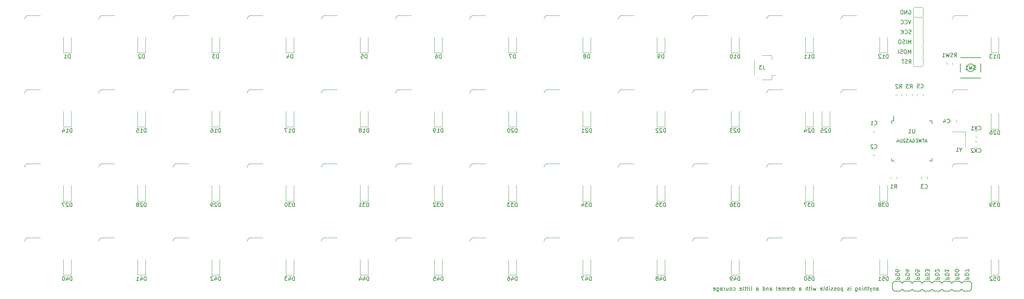
<source format=gbr>
%TF.GenerationSoftware,KiCad,Pcbnew,7.0.1-0*%
%TF.CreationDate,2023-04-28T12:46:07-05:00*%
%TF.ProjectId,pcb,7063622e-6b69-4636-9164-5f7063625858,rev?*%
%TF.SameCoordinates,Original*%
%TF.FileFunction,Legend,Bot*%
%TF.FilePolarity,Positive*%
%FSLAX46Y46*%
G04 Gerber Fmt 4.6, Leading zero omitted, Abs format (unit mm)*
G04 Created by KiCad (PCBNEW 7.0.1-0) date 2023-04-28 12:46:07*
%MOMM*%
%LPD*%
G01*
G04 APERTURE LIST*
%ADD10C,0.150000*%
%ADD11C,0.120000*%
G04 APERTURE END LIST*
D10*
X249739289Y-94837619D02*
X249739289Y-94313809D01*
X249739289Y-94313809D02*
X249786908Y-94218571D01*
X249786908Y-94218571D02*
X249882146Y-94170952D01*
X249882146Y-94170952D02*
X250072622Y-94170952D01*
X250072622Y-94170952D02*
X250167860Y-94218571D01*
X249739289Y-94790000D02*
X249834527Y-94837619D01*
X249834527Y-94837619D02*
X250072622Y-94837619D01*
X250072622Y-94837619D02*
X250167860Y-94790000D01*
X250167860Y-94790000D02*
X250215479Y-94694761D01*
X250215479Y-94694761D02*
X250215479Y-94599523D01*
X250215479Y-94599523D02*
X250167860Y-94504285D01*
X250167860Y-94504285D02*
X250072622Y-94456666D01*
X250072622Y-94456666D02*
X249834527Y-94456666D01*
X249834527Y-94456666D02*
X249739289Y-94409047D01*
X249263098Y-94170952D02*
X249263098Y-94837619D01*
X249263098Y-94266190D02*
X249215479Y-94218571D01*
X249215479Y-94218571D02*
X249120241Y-94170952D01*
X249120241Y-94170952D02*
X248977384Y-94170952D01*
X248977384Y-94170952D02*
X248882146Y-94218571D01*
X248882146Y-94218571D02*
X248834527Y-94313809D01*
X248834527Y-94313809D02*
X248834527Y-94837619D01*
X248453574Y-94170952D02*
X248215479Y-94837619D01*
X247977384Y-94170952D02*
X248215479Y-94837619D01*
X248215479Y-94837619D02*
X248310717Y-95075714D01*
X248310717Y-95075714D02*
X248358336Y-95123333D01*
X248358336Y-95123333D02*
X248453574Y-95170952D01*
X247739288Y-94170952D02*
X247358336Y-94170952D01*
X247596431Y-93837619D02*
X247596431Y-94694761D01*
X247596431Y-94694761D02*
X247548812Y-94790000D01*
X247548812Y-94790000D02*
X247453574Y-94837619D01*
X247453574Y-94837619D02*
X247358336Y-94837619D01*
X247025002Y-94837619D02*
X247025002Y-93837619D01*
X246596431Y-94837619D02*
X246596431Y-94313809D01*
X246596431Y-94313809D02*
X246644050Y-94218571D01*
X246644050Y-94218571D02*
X246739288Y-94170952D01*
X246739288Y-94170952D02*
X246882145Y-94170952D01*
X246882145Y-94170952D02*
X246977383Y-94218571D01*
X246977383Y-94218571D02*
X247025002Y-94266190D01*
X246120240Y-94837619D02*
X246120240Y-94170952D01*
X246120240Y-93837619D02*
X246167859Y-93885238D01*
X246167859Y-93885238D02*
X246120240Y-93932857D01*
X246120240Y-93932857D02*
X246072621Y-93885238D01*
X246072621Y-93885238D02*
X246120240Y-93837619D01*
X246120240Y-93837619D02*
X246120240Y-93932857D01*
X245644050Y-94170952D02*
X245644050Y-94837619D01*
X245644050Y-94266190D02*
X245596431Y-94218571D01*
X245596431Y-94218571D02*
X245501193Y-94170952D01*
X245501193Y-94170952D02*
X245358336Y-94170952D01*
X245358336Y-94170952D02*
X245263098Y-94218571D01*
X245263098Y-94218571D02*
X245215479Y-94313809D01*
X245215479Y-94313809D02*
X245215479Y-94837619D01*
X244310717Y-94170952D02*
X244310717Y-94980476D01*
X244310717Y-94980476D02*
X244358336Y-95075714D01*
X244358336Y-95075714D02*
X244405955Y-95123333D01*
X244405955Y-95123333D02*
X244501193Y-95170952D01*
X244501193Y-95170952D02*
X244644050Y-95170952D01*
X244644050Y-95170952D02*
X244739288Y-95123333D01*
X244310717Y-94790000D02*
X244405955Y-94837619D01*
X244405955Y-94837619D02*
X244596431Y-94837619D01*
X244596431Y-94837619D02*
X244691669Y-94790000D01*
X244691669Y-94790000D02*
X244739288Y-94742380D01*
X244739288Y-94742380D02*
X244786907Y-94647142D01*
X244786907Y-94647142D02*
X244786907Y-94361428D01*
X244786907Y-94361428D02*
X244739288Y-94266190D01*
X244739288Y-94266190D02*
X244691669Y-94218571D01*
X244691669Y-94218571D02*
X244596431Y-94170952D01*
X244596431Y-94170952D02*
X244405955Y-94170952D01*
X244405955Y-94170952D02*
X244310717Y-94218571D01*
X243072621Y-94837619D02*
X243072621Y-94170952D01*
X243072621Y-93837619D02*
X243120240Y-93885238D01*
X243120240Y-93885238D02*
X243072621Y-93932857D01*
X243072621Y-93932857D02*
X243025002Y-93885238D01*
X243025002Y-93885238D02*
X243072621Y-93837619D01*
X243072621Y-93837619D02*
X243072621Y-93932857D01*
X242644050Y-94790000D02*
X242548812Y-94837619D01*
X242548812Y-94837619D02*
X242358336Y-94837619D01*
X242358336Y-94837619D02*
X242263098Y-94790000D01*
X242263098Y-94790000D02*
X242215479Y-94694761D01*
X242215479Y-94694761D02*
X242215479Y-94647142D01*
X242215479Y-94647142D02*
X242263098Y-94551904D01*
X242263098Y-94551904D02*
X242358336Y-94504285D01*
X242358336Y-94504285D02*
X242501193Y-94504285D01*
X242501193Y-94504285D02*
X242596431Y-94456666D01*
X242596431Y-94456666D02*
X242644050Y-94361428D01*
X242644050Y-94361428D02*
X242644050Y-94313809D01*
X242644050Y-94313809D02*
X242596431Y-94218571D01*
X242596431Y-94218571D02*
X242501193Y-94170952D01*
X242501193Y-94170952D02*
X242358336Y-94170952D01*
X242358336Y-94170952D02*
X242263098Y-94218571D01*
X241025002Y-94170952D02*
X241025002Y-95170952D01*
X241025002Y-94218571D02*
X240929764Y-94170952D01*
X240929764Y-94170952D02*
X240739288Y-94170952D01*
X240739288Y-94170952D02*
X240644050Y-94218571D01*
X240644050Y-94218571D02*
X240596431Y-94266190D01*
X240596431Y-94266190D02*
X240548812Y-94361428D01*
X240548812Y-94361428D02*
X240548812Y-94647142D01*
X240548812Y-94647142D02*
X240596431Y-94742380D01*
X240596431Y-94742380D02*
X240644050Y-94790000D01*
X240644050Y-94790000D02*
X240739288Y-94837619D01*
X240739288Y-94837619D02*
X240929764Y-94837619D01*
X240929764Y-94837619D02*
X241025002Y-94790000D01*
X239977383Y-94837619D02*
X240072621Y-94790000D01*
X240072621Y-94790000D02*
X240120240Y-94742380D01*
X240120240Y-94742380D02*
X240167859Y-94647142D01*
X240167859Y-94647142D02*
X240167859Y-94361428D01*
X240167859Y-94361428D02*
X240120240Y-94266190D01*
X240120240Y-94266190D02*
X240072621Y-94218571D01*
X240072621Y-94218571D02*
X239977383Y-94170952D01*
X239977383Y-94170952D02*
X239834526Y-94170952D01*
X239834526Y-94170952D02*
X239739288Y-94218571D01*
X239739288Y-94218571D02*
X239691669Y-94266190D01*
X239691669Y-94266190D02*
X239644050Y-94361428D01*
X239644050Y-94361428D02*
X239644050Y-94647142D01*
X239644050Y-94647142D02*
X239691669Y-94742380D01*
X239691669Y-94742380D02*
X239739288Y-94790000D01*
X239739288Y-94790000D02*
X239834526Y-94837619D01*
X239834526Y-94837619D02*
X239977383Y-94837619D01*
X239263097Y-94790000D02*
X239167859Y-94837619D01*
X239167859Y-94837619D02*
X238977383Y-94837619D01*
X238977383Y-94837619D02*
X238882145Y-94790000D01*
X238882145Y-94790000D02*
X238834526Y-94694761D01*
X238834526Y-94694761D02*
X238834526Y-94647142D01*
X238834526Y-94647142D02*
X238882145Y-94551904D01*
X238882145Y-94551904D02*
X238977383Y-94504285D01*
X238977383Y-94504285D02*
X239120240Y-94504285D01*
X239120240Y-94504285D02*
X239215478Y-94456666D01*
X239215478Y-94456666D02*
X239263097Y-94361428D01*
X239263097Y-94361428D02*
X239263097Y-94313809D01*
X239263097Y-94313809D02*
X239215478Y-94218571D01*
X239215478Y-94218571D02*
X239120240Y-94170952D01*
X239120240Y-94170952D02*
X238977383Y-94170952D01*
X238977383Y-94170952D02*
X238882145Y-94218571D01*
X238453573Y-94790000D02*
X238358335Y-94837619D01*
X238358335Y-94837619D02*
X238167859Y-94837619D01*
X238167859Y-94837619D02*
X238072621Y-94790000D01*
X238072621Y-94790000D02*
X238025002Y-94694761D01*
X238025002Y-94694761D02*
X238025002Y-94647142D01*
X238025002Y-94647142D02*
X238072621Y-94551904D01*
X238072621Y-94551904D02*
X238167859Y-94504285D01*
X238167859Y-94504285D02*
X238310716Y-94504285D01*
X238310716Y-94504285D02*
X238405954Y-94456666D01*
X238405954Y-94456666D02*
X238453573Y-94361428D01*
X238453573Y-94361428D02*
X238453573Y-94313809D01*
X238453573Y-94313809D02*
X238405954Y-94218571D01*
X238405954Y-94218571D02*
X238310716Y-94170952D01*
X238310716Y-94170952D02*
X238167859Y-94170952D01*
X238167859Y-94170952D02*
X238072621Y-94218571D01*
X237596430Y-94837619D02*
X237596430Y-94170952D01*
X237596430Y-93837619D02*
X237644049Y-93885238D01*
X237644049Y-93885238D02*
X237596430Y-93932857D01*
X237596430Y-93932857D02*
X237548811Y-93885238D01*
X237548811Y-93885238D02*
X237596430Y-93837619D01*
X237596430Y-93837619D02*
X237596430Y-93932857D01*
X237120240Y-94837619D02*
X237120240Y-93837619D01*
X237120240Y-94218571D02*
X237025002Y-94170952D01*
X237025002Y-94170952D02*
X236834526Y-94170952D01*
X236834526Y-94170952D02*
X236739288Y-94218571D01*
X236739288Y-94218571D02*
X236691669Y-94266190D01*
X236691669Y-94266190D02*
X236644050Y-94361428D01*
X236644050Y-94361428D02*
X236644050Y-94647142D01*
X236644050Y-94647142D02*
X236691669Y-94742380D01*
X236691669Y-94742380D02*
X236739288Y-94790000D01*
X236739288Y-94790000D02*
X236834526Y-94837619D01*
X236834526Y-94837619D02*
X237025002Y-94837619D01*
X237025002Y-94837619D02*
X237120240Y-94790000D01*
X236072621Y-94837619D02*
X236167859Y-94790000D01*
X236167859Y-94790000D02*
X236215478Y-94694761D01*
X236215478Y-94694761D02*
X236215478Y-93837619D01*
X235310716Y-94790000D02*
X235405954Y-94837619D01*
X235405954Y-94837619D02*
X235596430Y-94837619D01*
X235596430Y-94837619D02*
X235691668Y-94790000D01*
X235691668Y-94790000D02*
X235739287Y-94694761D01*
X235739287Y-94694761D02*
X235739287Y-94313809D01*
X235739287Y-94313809D02*
X235691668Y-94218571D01*
X235691668Y-94218571D02*
X235596430Y-94170952D01*
X235596430Y-94170952D02*
X235405954Y-94170952D01*
X235405954Y-94170952D02*
X235310716Y-94218571D01*
X235310716Y-94218571D02*
X235263097Y-94313809D01*
X235263097Y-94313809D02*
X235263097Y-94409047D01*
X235263097Y-94409047D02*
X235739287Y-94504285D01*
X234167858Y-94170952D02*
X233977382Y-94837619D01*
X233977382Y-94837619D02*
X233786906Y-94361428D01*
X233786906Y-94361428D02*
X233596430Y-94837619D01*
X233596430Y-94837619D02*
X233405954Y-94170952D01*
X233025001Y-94837619D02*
X233025001Y-94170952D01*
X233025001Y-93837619D02*
X233072620Y-93885238D01*
X233072620Y-93885238D02*
X233025001Y-93932857D01*
X233025001Y-93932857D02*
X232977382Y-93885238D01*
X232977382Y-93885238D02*
X233025001Y-93837619D01*
X233025001Y-93837619D02*
X233025001Y-93932857D01*
X232691668Y-94170952D02*
X232310716Y-94170952D01*
X232548811Y-93837619D02*
X232548811Y-94694761D01*
X232548811Y-94694761D02*
X232501192Y-94790000D01*
X232501192Y-94790000D02*
X232405954Y-94837619D01*
X232405954Y-94837619D02*
X232310716Y-94837619D01*
X231977382Y-94837619D02*
X231977382Y-93837619D01*
X231548811Y-94837619D02*
X231548811Y-94313809D01*
X231548811Y-94313809D02*
X231596430Y-94218571D01*
X231596430Y-94218571D02*
X231691668Y-94170952D01*
X231691668Y-94170952D02*
X231834525Y-94170952D01*
X231834525Y-94170952D02*
X231929763Y-94218571D01*
X231929763Y-94218571D02*
X231977382Y-94266190D01*
X229882144Y-94837619D02*
X229882144Y-94313809D01*
X229882144Y-94313809D02*
X229929763Y-94218571D01*
X229929763Y-94218571D02*
X230025001Y-94170952D01*
X230025001Y-94170952D02*
X230215477Y-94170952D01*
X230215477Y-94170952D02*
X230310715Y-94218571D01*
X229882144Y-94790000D02*
X229977382Y-94837619D01*
X229977382Y-94837619D02*
X230215477Y-94837619D01*
X230215477Y-94837619D02*
X230310715Y-94790000D01*
X230310715Y-94790000D02*
X230358334Y-94694761D01*
X230358334Y-94694761D02*
X230358334Y-94599523D01*
X230358334Y-94599523D02*
X230310715Y-94504285D01*
X230310715Y-94504285D02*
X230215477Y-94456666D01*
X230215477Y-94456666D02*
X229977382Y-94456666D01*
X229977382Y-94456666D02*
X229882144Y-94409047D01*
X228215477Y-94837619D02*
X228215477Y-93837619D01*
X228215477Y-94790000D02*
X228310715Y-94837619D01*
X228310715Y-94837619D02*
X228501191Y-94837619D01*
X228501191Y-94837619D02*
X228596429Y-94790000D01*
X228596429Y-94790000D02*
X228644048Y-94742380D01*
X228644048Y-94742380D02*
X228691667Y-94647142D01*
X228691667Y-94647142D02*
X228691667Y-94361428D01*
X228691667Y-94361428D02*
X228644048Y-94266190D01*
X228644048Y-94266190D02*
X228596429Y-94218571D01*
X228596429Y-94218571D02*
X228501191Y-94170952D01*
X228501191Y-94170952D02*
X228310715Y-94170952D01*
X228310715Y-94170952D02*
X228215477Y-94218571D01*
X227739286Y-94837619D02*
X227739286Y-94170952D01*
X227739286Y-94361428D02*
X227691667Y-94266190D01*
X227691667Y-94266190D02*
X227644048Y-94218571D01*
X227644048Y-94218571D02*
X227548810Y-94170952D01*
X227548810Y-94170952D02*
X227453572Y-94170952D01*
X226739286Y-94790000D02*
X226834524Y-94837619D01*
X226834524Y-94837619D02*
X227025000Y-94837619D01*
X227025000Y-94837619D02*
X227120238Y-94790000D01*
X227120238Y-94790000D02*
X227167857Y-94694761D01*
X227167857Y-94694761D02*
X227167857Y-94313809D01*
X227167857Y-94313809D02*
X227120238Y-94218571D01*
X227120238Y-94218571D02*
X227025000Y-94170952D01*
X227025000Y-94170952D02*
X226834524Y-94170952D01*
X226834524Y-94170952D02*
X226739286Y-94218571D01*
X226739286Y-94218571D02*
X226691667Y-94313809D01*
X226691667Y-94313809D02*
X226691667Y-94409047D01*
X226691667Y-94409047D02*
X227167857Y-94504285D01*
X226263095Y-94837619D02*
X226263095Y-94170952D01*
X226263095Y-94266190D02*
X226215476Y-94218571D01*
X226215476Y-94218571D02*
X226120238Y-94170952D01*
X226120238Y-94170952D02*
X225977381Y-94170952D01*
X225977381Y-94170952D02*
X225882143Y-94218571D01*
X225882143Y-94218571D02*
X225834524Y-94313809D01*
X225834524Y-94313809D02*
X225834524Y-94837619D01*
X225834524Y-94313809D02*
X225786905Y-94218571D01*
X225786905Y-94218571D02*
X225691667Y-94170952D01*
X225691667Y-94170952D02*
X225548810Y-94170952D01*
X225548810Y-94170952D02*
X225453571Y-94218571D01*
X225453571Y-94218571D02*
X225405952Y-94313809D01*
X225405952Y-94313809D02*
X225405952Y-94837619D01*
X224548810Y-94790000D02*
X224644048Y-94837619D01*
X224644048Y-94837619D02*
X224834524Y-94837619D01*
X224834524Y-94837619D02*
X224929762Y-94790000D01*
X224929762Y-94790000D02*
X224977381Y-94694761D01*
X224977381Y-94694761D02*
X224977381Y-94313809D01*
X224977381Y-94313809D02*
X224929762Y-94218571D01*
X224929762Y-94218571D02*
X224834524Y-94170952D01*
X224834524Y-94170952D02*
X224644048Y-94170952D01*
X224644048Y-94170952D02*
X224548810Y-94218571D01*
X224548810Y-94218571D02*
X224501191Y-94313809D01*
X224501191Y-94313809D02*
X224501191Y-94409047D01*
X224501191Y-94409047D02*
X224977381Y-94504285D01*
X223929762Y-94837619D02*
X224025000Y-94790000D01*
X224025000Y-94790000D02*
X224072619Y-94694761D01*
X224072619Y-94694761D02*
X224072619Y-93837619D01*
X222358333Y-94837619D02*
X222358333Y-94313809D01*
X222358333Y-94313809D02*
X222405952Y-94218571D01*
X222405952Y-94218571D02*
X222501190Y-94170952D01*
X222501190Y-94170952D02*
X222691666Y-94170952D01*
X222691666Y-94170952D02*
X222786904Y-94218571D01*
X222358333Y-94790000D02*
X222453571Y-94837619D01*
X222453571Y-94837619D02*
X222691666Y-94837619D01*
X222691666Y-94837619D02*
X222786904Y-94790000D01*
X222786904Y-94790000D02*
X222834523Y-94694761D01*
X222834523Y-94694761D02*
X222834523Y-94599523D01*
X222834523Y-94599523D02*
X222786904Y-94504285D01*
X222786904Y-94504285D02*
X222691666Y-94456666D01*
X222691666Y-94456666D02*
X222453571Y-94456666D01*
X222453571Y-94456666D02*
X222358333Y-94409047D01*
X221882142Y-94170952D02*
X221882142Y-94837619D01*
X221882142Y-94266190D02*
X221834523Y-94218571D01*
X221834523Y-94218571D02*
X221739285Y-94170952D01*
X221739285Y-94170952D02*
X221596428Y-94170952D01*
X221596428Y-94170952D02*
X221501190Y-94218571D01*
X221501190Y-94218571D02*
X221453571Y-94313809D01*
X221453571Y-94313809D02*
X221453571Y-94837619D01*
X220548809Y-94837619D02*
X220548809Y-93837619D01*
X220548809Y-94790000D02*
X220644047Y-94837619D01*
X220644047Y-94837619D02*
X220834523Y-94837619D01*
X220834523Y-94837619D02*
X220929761Y-94790000D01*
X220929761Y-94790000D02*
X220977380Y-94742380D01*
X220977380Y-94742380D02*
X221024999Y-94647142D01*
X221024999Y-94647142D02*
X221024999Y-94361428D01*
X221024999Y-94361428D02*
X220977380Y-94266190D01*
X220977380Y-94266190D02*
X220929761Y-94218571D01*
X220929761Y-94218571D02*
X220834523Y-94170952D01*
X220834523Y-94170952D02*
X220644047Y-94170952D01*
X220644047Y-94170952D02*
X220548809Y-94218571D01*
X218882142Y-94837619D02*
X218882142Y-94313809D01*
X218882142Y-94313809D02*
X218929761Y-94218571D01*
X218929761Y-94218571D02*
X219024999Y-94170952D01*
X219024999Y-94170952D02*
X219215475Y-94170952D01*
X219215475Y-94170952D02*
X219310713Y-94218571D01*
X218882142Y-94790000D02*
X218977380Y-94837619D01*
X218977380Y-94837619D02*
X219215475Y-94837619D01*
X219215475Y-94837619D02*
X219310713Y-94790000D01*
X219310713Y-94790000D02*
X219358332Y-94694761D01*
X219358332Y-94694761D02*
X219358332Y-94599523D01*
X219358332Y-94599523D02*
X219310713Y-94504285D01*
X219310713Y-94504285D02*
X219215475Y-94456666D01*
X219215475Y-94456666D02*
X218977380Y-94456666D01*
X218977380Y-94456666D02*
X218882142Y-94409047D01*
X217501189Y-94837619D02*
X217596427Y-94790000D01*
X217596427Y-94790000D02*
X217644046Y-94694761D01*
X217644046Y-94694761D02*
X217644046Y-93837619D01*
X217120236Y-94837619D02*
X217120236Y-94170952D01*
X217120236Y-93837619D02*
X217167855Y-93885238D01*
X217167855Y-93885238D02*
X217120236Y-93932857D01*
X217120236Y-93932857D02*
X217072617Y-93885238D01*
X217072617Y-93885238D02*
X217120236Y-93837619D01*
X217120236Y-93837619D02*
X217120236Y-93932857D01*
X216786903Y-94170952D02*
X216405951Y-94170952D01*
X216644046Y-93837619D02*
X216644046Y-94694761D01*
X216644046Y-94694761D02*
X216596427Y-94790000D01*
X216596427Y-94790000D02*
X216501189Y-94837619D01*
X216501189Y-94837619D02*
X216405951Y-94837619D01*
X216215474Y-94170952D02*
X215834522Y-94170952D01*
X216072617Y-93837619D02*
X216072617Y-94694761D01*
X216072617Y-94694761D02*
X216024998Y-94790000D01*
X216024998Y-94790000D02*
X215929760Y-94837619D01*
X215929760Y-94837619D02*
X215834522Y-94837619D01*
X215358331Y-94837619D02*
X215453569Y-94790000D01*
X215453569Y-94790000D02*
X215501188Y-94694761D01*
X215501188Y-94694761D02*
X215501188Y-93837619D01*
X214596426Y-94790000D02*
X214691664Y-94837619D01*
X214691664Y-94837619D02*
X214882140Y-94837619D01*
X214882140Y-94837619D02*
X214977378Y-94790000D01*
X214977378Y-94790000D02*
X215024997Y-94694761D01*
X215024997Y-94694761D02*
X215024997Y-94313809D01*
X215024997Y-94313809D02*
X214977378Y-94218571D01*
X214977378Y-94218571D02*
X214882140Y-94170952D01*
X214882140Y-94170952D02*
X214691664Y-94170952D01*
X214691664Y-94170952D02*
X214596426Y-94218571D01*
X214596426Y-94218571D02*
X214548807Y-94313809D01*
X214548807Y-94313809D02*
X214548807Y-94409047D01*
X214548807Y-94409047D02*
X215024997Y-94504285D01*
X212929759Y-94790000D02*
X213024997Y-94837619D01*
X213024997Y-94837619D02*
X213215473Y-94837619D01*
X213215473Y-94837619D02*
X213310711Y-94790000D01*
X213310711Y-94790000D02*
X213358330Y-94742380D01*
X213358330Y-94742380D02*
X213405949Y-94647142D01*
X213405949Y-94647142D02*
X213405949Y-94361428D01*
X213405949Y-94361428D02*
X213358330Y-94266190D01*
X213358330Y-94266190D02*
X213310711Y-94218571D01*
X213310711Y-94218571D02*
X213215473Y-94170952D01*
X213215473Y-94170952D02*
X213024997Y-94170952D01*
X213024997Y-94170952D02*
X212929759Y-94218571D01*
X212358330Y-94837619D02*
X212453568Y-94790000D01*
X212453568Y-94790000D02*
X212501187Y-94742380D01*
X212501187Y-94742380D02*
X212548806Y-94647142D01*
X212548806Y-94647142D02*
X212548806Y-94361428D01*
X212548806Y-94361428D02*
X212501187Y-94266190D01*
X212501187Y-94266190D02*
X212453568Y-94218571D01*
X212453568Y-94218571D02*
X212358330Y-94170952D01*
X212358330Y-94170952D02*
X212215473Y-94170952D01*
X212215473Y-94170952D02*
X212120235Y-94218571D01*
X212120235Y-94218571D02*
X212072616Y-94266190D01*
X212072616Y-94266190D02*
X212024997Y-94361428D01*
X212024997Y-94361428D02*
X212024997Y-94647142D01*
X212024997Y-94647142D02*
X212072616Y-94742380D01*
X212072616Y-94742380D02*
X212120235Y-94790000D01*
X212120235Y-94790000D02*
X212215473Y-94837619D01*
X212215473Y-94837619D02*
X212358330Y-94837619D01*
X211167854Y-94170952D02*
X211167854Y-94837619D01*
X211596425Y-94170952D02*
X211596425Y-94694761D01*
X211596425Y-94694761D02*
X211548806Y-94790000D01*
X211548806Y-94790000D02*
X211453568Y-94837619D01*
X211453568Y-94837619D02*
X211310711Y-94837619D01*
X211310711Y-94837619D02*
X211215473Y-94790000D01*
X211215473Y-94790000D02*
X211167854Y-94742380D01*
X210691663Y-94837619D02*
X210691663Y-94170952D01*
X210691663Y-94361428D02*
X210644044Y-94266190D01*
X210644044Y-94266190D02*
X210596425Y-94218571D01*
X210596425Y-94218571D02*
X210501187Y-94170952D01*
X210501187Y-94170952D02*
X210405949Y-94170952D01*
X209644044Y-94837619D02*
X209644044Y-94313809D01*
X209644044Y-94313809D02*
X209691663Y-94218571D01*
X209691663Y-94218571D02*
X209786901Y-94170952D01*
X209786901Y-94170952D02*
X209977377Y-94170952D01*
X209977377Y-94170952D02*
X210072615Y-94218571D01*
X209644044Y-94790000D02*
X209739282Y-94837619D01*
X209739282Y-94837619D02*
X209977377Y-94837619D01*
X209977377Y-94837619D02*
X210072615Y-94790000D01*
X210072615Y-94790000D02*
X210120234Y-94694761D01*
X210120234Y-94694761D02*
X210120234Y-94599523D01*
X210120234Y-94599523D02*
X210072615Y-94504285D01*
X210072615Y-94504285D02*
X209977377Y-94456666D01*
X209977377Y-94456666D02*
X209739282Y-94456666D01*
X209739282Y-94456666D02*
X209644044Y-94409047D01*
X208739282Y-94170952D02*
X208739282Y-94980476D01*
X208739282Y-94980476D02*
X208786901Y-95075714D01*
X208786901Y-95075714D02*
X208834520Y-95123333D01*
X208834520Y-95123333D02*
X208929758Y-95170952D01*
X208929758Y-95170952D02*
X209072615Y-95170952D01*
X209072615Y-95170952D02*
X209167853Y-95123333D01*
X208739282Y-94790000D02*
X208834520Y-94837619D01*
X208834520Y-94837619D02*
X209024996Y-94837619D01*
X209024996Y-94837619D02*
X209120234Y-94790000D01*
X209120234Y-94790000D02*
X209167853Y-94742380D01*
X209167853Y-94742380D02*
X209215472Y-94647142D01*
X209215472Y-94647142D02*
X209215472Y-94361428D01*
X209215472Y-94361428D02*
X209167853Y-94266190D01*
X209167853Y-94266190D02*
X209120234Y-94218571D01*
X209120234Y-94218571D02*
X209024996Y-94170952D01*
X209024996Y-94170952D02*
X208834520Y-94170952D01*
X208834520Y-94170952D02*
X208739282Y-94218571D01*
X207882139Y-94790000D02*
X207977377Y-94837619D01*
X207977377Y-94837619D02*
X208167853Y-94837619D01*
X208167853Y-94837619D02*
X208263091Y-94790000D01*
X208263091Y-94790000D02*
X208310710Y-94694761D01*
X208310710Y-94694761D02*
X208310710Y-94313809D01*
X208310710Y-94313809D02*
X208263091Y-94218571D01*
X208263091Y-94218571D02*
X208167853Y-94170952D01*
X208167853Y-94170952D02*
X207977377Y-94170952D01*
X207977377Y-94170952D02*
X207882139Y-94218571D01*
X207882139Y-94218571D02*
X207834520Y-94313809D01*
X207834520Y-94313809D02*
X207834520Y-94409047D01*
X207834520Y-94409047D02*
X208310710Y-94504285D01*
%TO.C,D7*%
X156963094Y-35189619D02*
X156963094Y-34189619D01*
X156963094Y-34189619D02*
X156724999Y-34189619D01*
X156724999Y-34189619D02*
X156582142Y-34237238D01*
X156582142Y-34237238D02*
X156486904Y-34332476D01*
X156486904Y-34332476D02*
X156439285Y-34427714D01*
X156439285Y-34427714D02*
X156391666Y-34618190D01*
X156391666Y-34618190D02*
X156391666Y-34761047D01*
X156391666Y-34761047D02*
X156439285Y-34951523D01*
X156439285Y-34951523D02*
X156486904Y-35046761D01*
X156486904Y-35046761D02*
X156582142Y-35142000D01*
X156582142Y-35142000D02*
X156724999Y-35189619D01*
X156724999Y-35189619D02*
X156963094Y-35189619D01*
X156058332Y-34189619D02*
X155391666Y-34189619D01*
X155391666Y-34189619D02*
X155820237Y-35189619D01*
%TO.C,C4*%
X267816666Y-51717380D02*
X267864285Y-51765000D01*
X267864285Y-51765000D02*
X268007142Y-51812619D01*
X268007142Y-51812619D02*
X268102380Y-51812619D01*
X268102380Y-51812619D02*
X268245237Y-51765000D01*
X268245237Y-51765000D02*
X268340475Y-51669761D01*
X268340475Y-51669761D02*
X268388094Y-51574523D01*
X268388094Y-51574523D02*
X268435713Y-51384047D01*
X268435713Y-51384047D02*
X268435713Y-51241190D01*
X268435713Y-51241190D02*
X268388094Y-51050714D01*
X268388094Y-51050714D02*
X268340475Y-50955476D01*
X268340475Y-50955476D02*
X268245237Y-50860238D01*
X268245237Y-50860238D02*
X268102380Y-50812619D01*
X268102380Y-50812619D02*
X268007142Y-50812619D01*
X268007142Y-50812619D02*
X267864285Y-50860238D01*
X267864285Y-50860238D02*
X267816666Y-50907857D01*
X266959523Y-51145952D02*
X266959523Y-51812619D01*
X267197618Y-50765000D02*
X267435713Y-51479285D01*
X267435713Y-51479285D02*
X266816666Y-51479285D01*
%TO.C,RSW1*%
X269664285Y-34837619D02*
X269997618Y-34361428D01*
X270235713Y-34837619D02*
X270235713Y-33837619D01*
X270235713Y-33837619D02*
X269854761Y-33837619D01*
X269854761Y-33837619D02*
X269759523Y-33885238D01*
X269759523Y-33885238D02*
X269711904Y-33932857D01*
X269711904Y-33932857D02*
X269664285Y-34028095D01*
X269664285Y-34028095D02*
X269664285Y-34170952D01*
X269664285Y-34170952D02*
X269711904Y-34266190D01*
X269711904Y-34266190D02*
X269759523Y-34313809D01*
X269759523Y-34313809D02*
X269854761Y-34361428D01*
X269854761Y-34361428D02*
X270235713Y-34361428D01*
X269283332Y-34790000D02*
X269140475Y-34837619D01*
X269140475Y-34837619D02*
X268902380Y-34837619D01*
X268902380Y-34837619D02*
X268807142Y-34790000D01*
X268807142Y-34790000D02*
X268759523Y-34742380D01*
X268759523Y-34742380D02*
X268711904Y-34647142D01*
X268711904Y-34647142D02*
X268711904Y-34551904D01*
X268711904Y-34551904D02*
X268759523Y-34456666D01*
X268759523Y-34456666D02*
X268807142Y-34409047D01*
X268807142Y-34409047D02*
X268902380Y-34361428D01*
X268902380Y-34361428D02*
X269092856Y-34313809D01*
X269092856Y-34313809D02*
X269188094Y-34266190D01*
X269188094Y-34266190D02*
X269235713Y-34218571D01*
X269235713Y-34218571D02*
X269283332Y-34123333D01*
X269283332Y-34123333D02*
X269283332Y-34028095D01*
X269283332Y-34028095D02*
X269235713Y-33932857D01*
X269235713Y-33932857D02*
X269188094Y-33885238D01*
X269188094Y-33885238D02*
X269092856Y-33837619D01*
X269092856Y-33837619D02*
X268854761Y-33837619D01*
X268854761Y-33837619D02*
X268711904Y-33885238D01*
X268378570Y-33837619D02*
X268140475Y-34837619D01*
X268140475Y-34837619D02*
X267949999Y-34123333D01*
X267949999Y-34123333D02*
X267759523Y-34837619D01*
X267759523Y-34837619D02*
X267521428Y-33837619D01*
X266616666Y-34837619D02*
X267188094Y-34837619D01*
X266902380Y-34837619D02*
X266902380Y-33837619D01*
X266902380Y-33837619D02*
X266997618Y-33980476D01*
X266997618Y-33980476D02*
X267092856Y-34075714D01*
X267092856Y-34075714D02*
X267188094Y-34123333D01*
%TO.C,D8*%
X176013094Y-35189619D02*
X176013094Y-34189619D01*
X176013094Y-34189619D02*
X175774999Y-34189619D01*
X175774999Y-34189619D02*
X175632142Y-34237238D01*
X175632142Y-34237238D02*
X175536904Y-34332476D01*
X175536904Y-34332476D02*
X175489285Y-34427714D01*
X175489285Y-34427714D02*
X175441666Y-34618190D01*
X175441666Y-34618190D02*
X175441666Y-34761047D01*
X175441666Y-34761047D02*
X175489285Y-34951523D01*
X175489285Y-34951523D02*
X175536904Y-35046761D01*
X175536904Y-35046761D02*
X175632142Y-35142000D01*
X175632142Y-35142000D02*
X175774999Y-35189619D01*
X175774999Y-35189619D02*
X176013094Y-35189619D01*
X174870237Y-34618190D02*
X174965475Y-34570571D01*
X174965475Y-34570571D02*
X175013094Y-34522952D01*
X175013094Y-34522952D02*
X175060713Y-34427714D01*
X175060713Y-34427714D02*
X175060713Y-34380095D01*
X175060713Y-34380095D02*
X175013094Y-34284857D01*
X175013094Y-34284857D02*
X174965475Y-34237238D01*
X174965475Y-34237238D02*
X174870237Y-34189619D01*
X174870237Y-34189619D02*
X174679761Y-34189619D01*
X174679761Y-34189619D02*
X174584523Y-34237238D01*
X174584523Y-34237238D02*
X174536904Y-34284857D01*
X174536904Y-34284857D02*
X174489285Y-34380095D01*
X174489285Y-34380095D02*
X174489285Y-34427714D01*
X174489285Y-34427714D02*
X174536904Y-34522952D01*
X174536904Y-34522952D02*
X174584523Y-34570571D01*
X174584523Y-34570571D02*
X174679761Y-34618190D01*
X174679761Y-34618190D02*
X174870237Y-34618190D01*
X174870237Y-34618190D02*
X174965475Y-34665809D01*
X174965475Y-34665809D02*
X175013094Y-34713428D01*
X175013094Y-34713428D02*
X175060713Y-34808666D01*
X175060713Y-34808666D02*
X175060713Y-34999142D01*
X175060713Y-34999142D02*
X175013094Y-35094380D01*
X175013094Y-35094380D02*
X174965475Y-35142000D01*
X174965475Y-35142000D02*
X174870237Y-35189619D01*
X174870237Y-35189619D02*
X174679761Y-35189619D01*
X174679761Y-35189619D02*
X174584523Y-35142000D01*
X174584523Y-35142000D02*
X174536904Y-35094380D01*
X174536904Y-35094380D02*
X174489285Y-34999142D01*
X174489285Y-34999142D02*
X174489285Y-34808666D01*
X174489285Y-34808666D02*
X174536904Y-34713428D01*
X174536904Y-34713428D02*
X174584523Y-34665809D01*
X174584523Y-34665809D02*
X174679761Y-34618190D01*
%TO.C,D14*%
X43139285Y-54239619D02*
X43139285Y-53239619D01*
X43139285Y-53239619D02*
X42901190Y-53239619D01*
X42901190Y-53239619D02*
X42758333Y-53287238D01*
X42758333Y-53287238D02*
X42663095Y-53382476D01*
X42663095Y-53382476D02*
X42615476Y-53477714D01*
X42615476Y-53477714D02*
X42567857Y-53668190D01*
X42567857Y-53668190D02*
X42567857Y-53811047D01*
X42567857Y-53811047D02*
X42615476Y-54001523D01*
X42615476Y-54001523D02*
X42663095Y-54096761D01*
X42663095Y-54096761D02*
X42758333Y-54192000D01*
X42758333Y-54192000D02*
X42901190Y-54239619D01*
X42901190Y-54239619D02*
X43139285Y-54239619D01*
X41615476Y-54239619D02*
X42186904Y-54239619D01*
X41901190Y-54239619D02*
X41901190Y-53239619D01*
X41901190Y-53239619D02*
X41996428Y-53382476D01*
X41996428Y-53382476D02*
X42091666Y-53477714D01*
X42091666Y-53477714D02*
X42186904Y-53525333D01*
X40758333Y-53572952D02*
X40758333Y-54239619D01*
X40996428Y-53192000D02*
X41234523Y-53906285D01*
X41234523Y-53906285D02*
X40615476Y-53906285D01*
%TO.C,D35*%
X195539285Y-73314619D02*
X195539285Y-72314619D01*
X195539285Y-72314619D02*
X195301190Y-72314619D01*
X195301190Y-72314619D02*
X195158333Y-72362238D01*
X195158333Y-72362238D02*
X195063095Y-72457476D01*
X195063095Y-72457476D02*
X195015476Y-72552714D01*
X195015476Y-72552714D02*
X194967857Y-72743190D01*
X194967857Y-72743190D02*
X194967857Y-72886047D01*
X194967857Y-72886047D02*
X195015476Y-73076523D01*
X195015476Y-73076523D02*
X195063095Y-73171761D01*
X195063095Y-73171761D02*
X195158333Y-73267000D01*
X195158333Y-73267000D02*
X195301190Y-73314619D01*
X195301190Y-73314619D02*
X195539285Y-73314619D01*
X194634523Y-72314619D02*
X194015476Y-72314619D01*
X194015476Y-72314619D02*
X194348809Y-72695571D01*
X194348809Y-72695571D02*
X194205952Y-72695571D01*
X194205952Y-72695571D02*
X194110714Y-72743190D01*
X194110714Y-72743190D02*
X194063095Y-72790809D01*
X194063095Y-72790809D02*
X194015476Y-72886047D01*
X194015476Y-72886047D02*
X194015476Y-73124142D01*
X194015476Y-73124142D02*
X194063095Y-73219380D01*
X194063095Y-73219380D02*
X194110714Y-73267000D01*
X194110714Y-73267000D02*
X194205952Y-73314619D01*
X194205952Y-73314619D02*
X194491666Y-73314619D01*
X194491666Y-73314619D02*
X194586904Y-73267000D01*
X194586904Y-73267000D02*
X194634523Y-73219380D01*
X193110714Y-72314619D02*
X193586904Y-72314619D01*
X193586904Y-72314619D02*
X193634523Y-72790809D01*
X193634523Y-72790809D02*
X193586904Y-72743190D01*
X193586904Y-72743190D02*
X193491666Y-72695571D01*
X193491666Y-72695571D02*
X193253571Y-72695571D01*
X193253571Y-72695571D02*
X193158333Y-72743190D01*
X193158333Y-72743190D02*
X193110714Y-72790809D01*
X193110714Y-72790809D02*
X193063095Y-72886047D01*
X193063095Y-72886047D02*
X193063095Y-73124142D01*
X193063095Y-73124142D02*
X193110714Y-73219380D01*
X193110714Y-73219380D02*
X193158333Y-73267000D01*
X193158333Y-73267000D02*
X193253571Y-73314619D01*
X193253571Y-73314619D02*
X193491666Y-73314619D01*
X193491666Y-73314619D02*
X193586904Y-73267000D01*
X193586904Y-73267000D02*
X193634523Y-73219380D01*
%TO.C,D11*%
X233639285Y-35189619D02*
X233639285Y-34189619D01*
X233639285Y-34189619D02*
X233401190Y-34189619D01*
X233401190Y-34189619D02*
X233258333Y-34237238D01*
X233258333Y-34237238D02*
X233163095Y-34332476D01*
X233163095Y-34332476D02*
X233115476Y-34427714D01*
X233115476Y-34427714D02*
X233067857Y-34618190D01*
X233067857Y-34618190D02*
X233067857Y-34761047D01*
X233067857Y-34761047D02*
X233115476Y-34951523D01*
X233115476Y-34951523D02*
X233163095Y-35046761D01*
X233163095Y-35046761D02*
X233258333Y-35142000D01*
X233258333Y-35142000D02*
X233401190Y-35189619D01*
X233401190Y-35189619D02*
X233639285Y-35189619D01*
X232115476Y-35189619D02*
X232686904Y-35189619D01*
X232401190Y-35189619D02*
X232401190Y-34189619D01*
X232401190Y-34189619D02*
X232496428Y-34332476D01*
X232496428Y-34332476D02*
X232591666Y-34427714D01*
X232591666Y-34427714D02*
X232686904Y-34475333D01*
X231163095Y-35189619D02*
X231734523Y-35189619D01*
X231448809Y-35189619D02*
X231448809Y-34189619D01*
X231448809Y-34189619D02*
X231544047Y-34332476D01*
X231544047Y-34332476D02*
X231639285Y-34427714D01*
X231639285Y-34427714D02*
X231734523Y-34475333D01*
%TO.C,R3*%
X258256666Y-42895119D02*
X258589999Y-42418928D01*
X258828094Y-42895119D02*
X258828094Y-41895119D01*
X258828094Y-41895119D02*
X258447142Y-41895119D01*
X258447142Y-41895119D02*
X258351904Y-41942738D01*
X258351904Y-41942738D02*
X258304285Y-41990357D01*
X258304285Y-41990357D02*
X258256666Y-42085595D01*
X258256666Y-42085595D02*
X258256666Y-42228452D01*
X258256666Y-42228452D02*
X258304285Y-42323690D01*
X258304285Y-42323690D02*
X258351904Y-42371309D01*
X258351904Y-42371309D02*
X258447142Y-42418928D01*
X258447142Y-42418928D02*
X258828094Y-42418928D01*
X257923332Y-41895119D02*
X257304285Y-41895119D01*
X257304285Y-41895119D02*
X257637618Y-42276071D01*
X257637618Y-42276071D02*
X257494761Y-42276071D01*
X257494761Y-42276071D02*
X257399523Y-42323690D01*
X257399523Y-42323690D02*
X257351904Y-42371309D01*
X257351904Y-42371309D02*
X257304285Y-42466547D01*
X257304285Y-42466547D02*
X257304285Y-42704642D01*
X257304285Y-42704642D02*
X257351904Y-42799880D01*
X257351904Y-42799880D02*
X257399523Y-42847500D01*
X257399523Y-42847500D02*
X257494761Y-42895119D01*
X257494761Y-42895119D02*
X257780475Y-42895119D01*
X257780475Y-42895119D02*
X257875713Y-42847500D01*
X257875713Y-42847500D02*
X257923332Y-42799880D01*
%TO.C,D39*%
X281264285Y-73314619D02*
X281264285Y-72314619D01*
X281264285Y-72314619D02*
X281026190Y-72314619D01*
X281026190Y-72314619D02*
X280883333Y-72362238D01*
X280883333Y-72362238D02*
X280788095Y-72457476D01*
X280788095Y-72457476D02*
X280740476Y-72552714D01*
X280740476Y-72552714D02*
X280692857Y-72743190D01*
X280692857Y-72743190D02*
X280692857Y-72886047D01*
X280692857Y-72886047D02*
X280740476Y-73076523D01*
X280740476Y-73076523D02*
X280788095Y-73171761D01*
X280788095Y-73171761D02*
X280883333Y-73267000D01*
X280883333Y-73267000D02*
X281026190Y-73314619D01*
X281026190Y-73314619D02*
X281264285Y-73314619D01*
X280359523Y-72314619D02*
X279740476Y-72314619D01*
X279740476Y-72314619D02*
X280073809Y-72695571D01*
X280073809Y-72695571D02*
X279930952Y-72695571D01*
X279930952Y-72695571D02*
X279835714Y-72743190D01*
X279835714Y-72743190D02*
X279788095Y-72790809D01*
X279788095Y-72790809D02*
X279740476Y-72886047D01*
X279740476Y-72886047D02*
X279740476Y-73124142D01*
X279740476Y-73124142D02*
X279788095Y-73219380D01*
X279788095Y-73219380D02*
X279835714Y-73267000D01*
X279835714Y-73267000D02*
X279930952Y-73314619D01*
X279930952Y-73314619D02*
X280216666Y-73314619D01*
X280216666Y-73314619D02*
X280311904Y-73267000D01*
X280311904Y-73267000D02*
X280359523Y-73219380D01*
X279264285Y-73314619D02*
X279073809Y-73314619D01*
X279073809Y-73314619D02*
X278978571Y-73267000D01*
X278978571Y-73267000D02*
X278930952Y-73219380D01*
X278930952Y-73219380D02*
X278835714Y-73076523D01*
X278835714Y-73076523D02*
X278788095Y-72886047D01*
X278788095Y-72886047D02*
X278788095Y-72505095D01*
X278788095Y-72505095D02*
X278835714Y-72409857D01*
X278835714Y-72409857D02*
X278883333Y-72362238D01*
X278883333Y-72362238D02*
X278978571Y-72314619D01*
X278978571Y-72314619D02*
X279169047Y-72314619D01*
X279169047Y-72314619D02*
X279264285Y-72362238D01*
X279264285Y-72362238D02*
X279311904Y-72409857D01*
X279311904Y-72409857D02*
X279359523Y-72505095D01*
X279359523Y-72505095D02*
X279359523Y-72743190D01*
X279359523Y-72743190D02*
X279311904Y-72838428D01*
X279311904Y-72838428D02*
X279264285Y-72886047D01*
X279264285Y-72886047D02*
X279169047Y-72933666D01*
X279169047Y-72933666D02*
X278978571Y-72933666D01*
X278978571Y-72933666D02*
X278883333Y-72886047D01*
X278883333Y-72886047D02*
X278835714Y-72838428D01*
X278835714Y-72838428D02*
X278788095Y-72743190D01*
%TO.C,D46*%
X157439285Y-92314619D02*
X157439285Y-91314619D01*
X157439285Y-91314619D02*
X157201190Y-91314619D01*
X157201190Y-91314619D02*
X157058333Y-91362238D01*
X157058333Y-91362238D02*
X156963095Y-91457476D01*
X156963095Y-91457476D02*
X156915476Y-91552714D01*
X156915476Y-91552714D02*
X156867857Y-91743190D01*
X156867857Y-91743190D02*
X156867857Y-91886047D01*
X156867857Y-91886047D02*
X156915476Y-92076523D01*
X156915476Y-92076523D02*
X156963095Y-92171761D01*
X156963095Y-92171761D02*
X157058333Y-92267000D01*
X157058333Y-92267000D02*
X157201190Y-92314619D01*
X157201190Y-92314619D02*
X157439285Y-92314619D01*
X156010714Y-91647952D02*
X156010714Y-92314619D01*
X156248809Y-91267000D02*
X156486904Y-91981285D01*
X156486904Y-91981285D02*
X155867857Y-91981285D01*
X155058333Y-91314619D02*
X155248809Y-91314619D01*
X155248809Y-91314619D02*
X155344047Y-91362238D01*
X155344047Y-91362238D02*
X155391666Y-91409857D01*
X155391666Y-91409857D02*
X155486904Y-91552714D01*
X155486904Y-91552714D02*
X155534523Y-91743190D01*
X155534523Y-91743190D02*
X155534523Y-92124142D01*
X155534523Y-92124142D02*
X155486904Y-92219380D01*
X155486904Y-92219380D02*
X155439285Y-92267000D01*
X155439285Y-92267000D02*
X155344047Y-92314619D01*
X155344047Y-92314619D02*
X155153571Y-92314619D01*
X155153571Y-92314619D02*
X155058333Y-92267000D01*
X155058333Y-92267000D02*
X155010714Y-92219380D01*
X155010714Y-92219380D02*
X154963095Y-92124142D01*
X154963095Y-92124142D02*
X154963095Y-91886047D01*
X154963095Y-91886047D02*
X155010714Y-91790809D01*
X155010714Y-91790809D02*
X155058333Y-91743190D01*
X155058333Y-91743190D02*
X155153571Y-91695571D01*
X155153571Y-91695571D02*
X155344047Y-91695571D01*
X155344047Y-91695571D02*
X155439285Y-91743190D01*
X155439285Y-91743190D02*
X155486904Y-91790809D01*
X155486904Y-91790809D02*
X155534523Y-91886047D01*
%TO.C,D40*%
X43139285Y-92314619D02*
X43139285Y-91314619D01*
X43139285Y-91314619D02*
X42901190Y-91314619D01*
X42901190Y-91314619D02*
X42758333Y-91362238D01*
X42758333Y-91362238D02*
X42663095Y-91457476D01*
X42663095Y-91457476D02*
X42615476Y-91552714D01*
X42615476Y-91552714D02*
X42567857Y-91743190D01*
X42567857Y-91743190D02*
X42567857Y-91886047D01*
X42567857Y-91886047D02*
X42615476Y-92076523D01*
X42615476Y-92076523D02*
X42663095Y-92171761D01*
X42663095Y-92171761D02*
X42758333Y-92267000D01*
X42758333Y-92267000D02*
X42901190Y-92314619D01*
X42901190Y-92314619D02*
X43139285Y-92314619D01*
X41710714Y-91647952D02*
X41710714Y-92314619D01*
X41948809Y-91267000D02*
X42186904Y-91981285D01*
X42186904Y-91981285D02*
X41567857Y-91981285D01*
X40996428Y-91314619D02*
X40901190Y-91314619D01*
X40901190Y-91314619D02*
X40805952Y-91362238D01*
X40805952Y-91362238D02*
X40758333Y-91409857D01*
X40758333Y-91409857D02*
X40710714Y-91505095D01*
X40710714Y-91505095D02*
X40663095Y-91695571D01*
X40663095Y-91695571D02*
X40663095Y-91933666D01*
X40663095Y-91933666D02*
X40710714Y-92124142D01*
X40710714Y-92124142D02*
X40758333Y-92219380D01*
X40758333Y-92219380D02*
X40805952Y-92267000D01*
X40805952Y-92267000D02*
X40901190Y-92314619D01*
X40901190Y-92314619D02*
X40996428Y-92314619D01*
X40996428Y-92314619D02*
X41091666Y-92267000D01*
X41091666Y-92267000D02*
X41139285Y-92219380D01*
X41139285Y-92219380D02*
X41186904Y-92124142D01*
X41186904Y-92124142D02*
X41234523Y-91933666D01*
X41234523Y-91933666D02*
X41234523Y-91695571D01*
X41234523Y-91695571D02*
X41186904Y-91505095D01*
X41186904Y-91505095D02*
X41139285Y-91409857D01*
X41139285Y-91409857D02*
X41091666Y-91362238D01*
X41091666Y-91362238D02*
X40996428Y-91314619D01*
%TO.C,CX1*%
X275892857Y-53517380D02*
X275940476Y-53565000D01*
X275940476Y-53565000D02*
X276083333Y-53612619D01*
X276083333Y-53612619D02*
X276178571Y-53612619D01*
X276178571Y-53612619D02*
X276321428Y-53565000D01*
X276321428Y-53565000D02*
X276416666Y-53469761D01*
X276416666Y-53469761D02*
X276464285Y-53374523D01*
X276464285Y-53374523D02*
X276511904Y-53184047D01*
X276511904Y-53184047D02*
X276511904Y-53041190D01*
X276511904Y-53041190D02*
X276464285Y-52850714D01*
X276464285Y-52850714D02*
X276416666Y-52755476D01*
X276416666Y-52755476D02*
X276321428Y-52660238D01*
X276321428Y-52660238D02*
X276178571Y-52612619D01*
X276178571Y-52612619D02*
X276083333Y-52612619D01*
X276083333Y-52612619D02*
X275940476Y-52660238D01*
X275940476Y-52660238D02*
X275892857Y-52707857D01*
X275559523Y-52612619D02*
X274892857Y-53612619D01*
X274892857Y-52612619D02*
X275559523Y-53612619D01*
X273988095Y-53612619D02*
X274559523Y-53612619D01*
X274273809Y-53612619D02*
X274273809Y-52612619D01*
X274273809Y-52612619D02*
X274369047Y-52755476D01*
X274369047Y-52755476D02*
X274464285Y-52850714D01*
X274464285Y-52850714D02*
X274559523Y-52898333D01*
%TO.C,R2*%
X255576666Y-42892619D02*
X255909999Y-42416428D01*
X256148094Y-42892619D02*
X256148094Y-41892619D01*
X256148094Y-41892619D02*
X255767142Y-41892619D01*
X255767142Y-41892619D02*
X255671904Y-41940238D01*
X255671904Y-41940238D02*
X255624285Y-41987857D01*
X255624285Y-41987857D02*
X255576666Y-42083095D01*
X255576666Y-42083095D02*
X255576666Y-42225952D01*
X255576666Y-42225952D02*
X255624285Y-42321190D01*
X255624285Y-42321190D02*
X255671904Y-42368809D01*
X255671904Y-42368809D02*
X255767142Y-42416428D01*
X255767142Y-42416428D02*
X256148094Y-42416428D01*
X255195713Y-41987857D02*
X255148094Y-41940238D01*
X255148094Y-41940238D02*
X255052856Y-41892619D01*
X255052856Y-41892619D02*
X254814761Y-41892619D01*
X254814761Y-41892619D02*
X254719523Y-41940238D01*
X254719523Y-41940238D02*
X254671904Y-41987857D01*
X254671904Y-41987857D02*
X254624285Y-42083095D01*
X254624285Y-42083095D02*
X254624285Y-42178333D01*
X254624285Y-42178333D02*
X254671904Y-42321190D01*
X254671904Y-42321190D02*
X255243332Y-42892619D01*
X255243332Y-42892619D02*
X254624285Y-42892619D01*
%TO.C,C1*%
X249191666Y-52192380D02*
X249239285Y-52240000D01*
X249239285Y-52240000D02*
X249382142Y-52287619D01*
X249382142Y-52287619D02*
X249477380Y-52287619D01*
X249477380Y-52287619D02*
X249620237Y-52240000D01*
X249620237Y-52240000D02*
X249715475Y-52144761D01*
X249715475Y-52144761D02*
X249763094Y-52049523D01*
X249763094Y-52049523D02*
X249810713Y-51859047D01*
X249810713Y-51859047D02*
X249810713Y-51716190D01*
X249810713Y-51716190D02*
X249763094Y-51525714D01*
X249763094Y-51525714D02*
X249715475Y-51430476D01*
X249715475Y-51430476D02*
X249620237Y-51335238D01*
X249620237Y-51335238D02*
X249477380Y-51287619D01*
X249477380Y-51287619D02*
X249382142Y-51287619D01*
X249382142Y-51287619D02*
X249239285Y-51335238D01*
X249239285Y-51335238D02*
X249191666Y-51382857D01*
X248239285Y-52287619D02*
X248810713Y-52287619D01*
X248524999Y-52287619D02*
X248524999Y-51287619D01*
X248524999Y-51287619D02*
X248620237Y-51430476D01*
X248620237Y-51430476D02*
X248715475Y-51525714D01*
X248715475Y-51525714D02*
X248810713Y-51573333D01*
%TO.C,D4*%
X99813094Y-35189619D02*
X99813094Y-34189619D01*
X99813094Y-34189619D02*
X99574999Y-34189619D01*
X99574999Y-34189619D02*
X99432142Y-34237238D01*
X99432142Y-34237238D02*
X99336904Y-34332476D01*
X99336904Y-34332476D02*
X99289285Y-34427714D01*
X99289285Y-34427714D02*
X99241666Y-34618190D01*
X99241666Y-34618190D02*
X99241666Y-34761047D01*
X99241666Y-34761047D02*
X99289285Y-34951523D01*
X99289285Y-34951523D02*
X99336904Y-35046761D01*
X99336904Y-35046761D02*
X99432142Y-35142000D01*
X99432142Y-35142000D02*
X99574999Y-35189619D01*
X99574999Y-35189619D02*
X99813094Y-35189619D01*
X98384523Y-34522952D02*
X98384523Y-35189619D01*
X98622618Y-34142000D02*
X98860713Y-34856285D01*
X98860713Y-34856285D02*
X98241666Y-34856285D01*
%TO.C,Y1*%
X271326190Y-58711428D02*
X271326190Y-59187619D01*
X271659523Y-58187619D02*
X271326190Y-58711428D01*
X271326190Y-58711428D02*
X270992857Y-58187619D01*
X270135714Y-59187619D02*
X270707142Y-59187619D01*
X270421428Y-59187619D02*
X270421428Y-58187619D01*
X270421428Y-58187619D02*
X270516666Y-58330476D01*
X270516666Y-58330476D02*
X270611904Y-58425714D01*
X270611904Y-58425714D02*
X270707142Y-58473333D01*
%TO.C,C2*%
X249191666Y-58267380D02*
X249239285Y-58315000D01*
X249239285Y-58315000D02*
X249382142Y-58362619D01*
X249382142Y-58362619D02*
X249477380Y-58362619D01*
X249477380Y-58362619D02*
X249620237Y-58315000D01*
X249620237Y-58315000D02*
X249715475Y-58219761D01*
X249715475Y-58219761D02*
X249763094Y-58124523D01*
X249763094Y-58124523D02*
X249810713Y-57934047D01*
X249810713Y-57934047D02*
X249810713Y-57791190D01*
X249810713Y-57791190D02*
X249763094Y-57600714D01*
X249763094Y-57600714D02*
X249715475Y-57505476D01*
X249715475Y-57505476D02*
X249620237Y-57410238D01*
X249620237Y-57410238D02*
X249477380Y-57362619D01*
X249477380Y-57362619D02*
X249382142Y-57362619D01*
X249382142Y-57362619D02*
X249239285Y-57410238D01*
X249239285Y-57410238D02*
X249191666Y-57457857D01*
X248810713Y-57457857D02*
X248763094Y-57410238D01*
X248763094Y-57410238D02*
X248667856Y-57362619D01*
X248667856Y-57362619D02*
X248429761Y-57362619D01*
X248429761Y-57362619D02*
X248334523Y-57410238D01*
X248334523Y-57410238D02*
X248286904Y-57457857D01*
X248286904Y-57457857D02*
X248239285Y-57553095D01*
X248239285Y-57553095D02*
X248239285Y-57648333D01*
X248239285Y-57648333D02*
X248286904Y-57791190D01*
X248286904Y-57791190D02*
X248858332Y-58362619D01*
X248858332Y-58362619D02*
X248239285Y-58362619D01*
%TO.C,D29*%
X81239285Y-73314619D02*
X81239285Y-72314619D01*
X81239285Y-72314619D02*
X81001190Y-72314619D01*
X81001190Y-72314619D02*
X80858333Y-72362238D01*
X80858333Y-72362238D02*
X80763095Y-72457476D01*
X80763095Y-72457476D02*
X80715476Y-72552714D01*
X80715476Y-72552714D02*
X80667857Y-72743190D01*
X80667857Y-72743190D02*
X80667857Y-72886047D01*
X80667857Y-72886047D02*
X80715476Y-73076523D01*
X80715476Y-73076523D02*
X80763095Y-73171761D01*
X80763095Y-73171761D02*
X80858333Y-73267000D01*
X80858333Y-73267000D02*
X81001190Y-73314619D01*
X81001190Y-73314619D02*
X81239285Y-73314619D01*
X80286904Y-72409857D02*
X80239285Y-72362238D01*
X80239285Y-72362238D02*
X80144047Y-72314619D01*
X80144047Y-72314619D02*
X79905952Y-72314619D01*
X79905952Y-72314619D02*
X79810714Y-72362238D01*
X79810714Y-72362238D02*
X79763095Y-72409857D01*
X79763095Y-72409857D02*
X79715476Y-72505095D01*
X79715476Y-72505095D02*
X79715476Y-72600333D01*
X79715476Y-72600333D02*
X79763095Y-72743190D01*
X79763095Y-72743190D02*
X80334523Y-73314619D01*
X80334523Y-73314619D02*
X79715476Y-73314619D01*
X79239285Y-73314619D02*
X79048809Y-73314619D01*
X79048809Y-73314619D02*
X78953571Y-73267000D01*
X78953571Y-73267000D02*
X78905952Y-73219380D01*
X78905952Y-73219380D02*
X78810714Y-73076523D01*
X78810714Y-73076523D02*
X78763095Y-72886047D01*
X78763095Y-72886047D02*
X78763095Y-72505095D01*
X78763095Y-72505095D02*
X78810714Y-72409857D01*
X78810714Y-72409857D02*
X78858333Y-72362238D01*
X78858333Y-72362238D02*
X78953571Y-72314619D01*
X78953571Y-72314619D02*
X79144047Y-72314619D01*
X79144047Y-72314619D02*
X79239285Y-72362238D01*
X79239285Y-72362238D02*
X79286904Y-72409857D01*
X79286904Y-72409857D02*
X79334523Y-72505095D01*
X79334523Y-72505095D02*
X79334523Y-72743190D01*
X79334523Y-72743190D02*
X79286904Y-72838428D01*
X79286904Y-72838428D02*
X79239285Y-72886047D01*
X79239285Y-72886047D02*
X79144047Y-72933666D01*
X79144047Y-72933666D02*
X78953571Y-72933666D01*
X78953571Y-72933666D02*
X78858333Y-72886047D01*
X78858333Y-72886047D02*
X78810714Y-72838428D01*
X78810714Y-72838428D02*
X78763095Y-72743190D01*
%TO.C,D24*%
X233639285Y-54239619D02*
X233639285Y-53239619D01*
X233639285Y-53239619D02*
X233401190Y-53239619D01*
X233401190Y-53239619D02*
X233258333Y-53287238D01*
X233258333Y-53287238D02*
X233163095Y-53382476D01*
X233163095Y-53382476D02*
X233115476Y-53477714D01*
X233115476Y-53477714D02*
X233067857Y-53668190D01*
X233067857Y-53668190D02*
X233067857Y-53811047D01*
X233067857Y-53811047D02*
X233115476Y-54001523D01*
X233115476Y-54001523D02*
X233163095Y-54096761D01*
X233163095Y-54096761D02*
X233258333Y-54192000D01*
X233258333Y-54192000D02*
X233401190Y-54239619D01*
X233401190Y-54239619D02*
X233639285Y-54239619D01*
X232686904Y-53334857D02*
X232639285Y-53287238D01*
X232639285Y-53287238D02*
X232544047Y-53239619D01*
X232544047Y-53239619D02*
X232305952Y-53239619D01*
X232305952Y-53239619D02*
X232210714Y-53287238D01*
X232210714Y-53287238D02*
X232163095Y-53334857D01*
X232163095Y-53334857D02*
X232115476Y-53430095D01*
X232115476Y-53430095D02*
X232115476Y-53525333D01*
X232115476Y-53525333D02*
X232163095Y-53668190D01*
X232163095Y-53668190D02*
X232734523Y-54239619D01*
X232734523Y-54239619D02*
X232115476Y-54239619D01*
X231258333Y-53572952D02*
X231258333Y-54239619D01*
X231496428Y-53192000D02*
X231734523Y-53906285D01*
X231734523Y-53906285D02*
X231115476Y-53906285D01*
%TO.C,D31*%
X119339285Y-73314619D02*
X119339285Y-72314619D01*
X119339285Y-72314619D02*
X119101190Y-72314619D01*
X119101190Y-72314619D02*
X118958333Y-72362238D01*
X118958333Y-72362238D02*
X118863095Y-72457476D01*
X118863095Y-72457476D02*
X118815476Y-72552714D01*
X118815476Y-72552714D02*
X118767857Y-72743190D01*
X118767857Y-72743190D02*
X118767857Y-72886047D01*
X118767857Y-72886047D02*
X118815476Y-73076523D01*
X118815476Y-73076523D02*
X118863095Y-73171761D01*
X118863095Y-73171761D02*
X118958333Y-73267000D01*
X118958333Y-73267000D02*
X119101190Y-73314619D01*
X119101190Y-73314619D02*
X119339285Y-73314619D01*
X118434523Y-72314619D02*
X117815476Y-72314619D01*
X117815476Y-72314619D02*
X118148809Y-72695571D01*
X118148809Y-72695571D02*
X118005952Y-72695571D01*
X118005952Y-72695571D02*
X117910714Y-72743190D01*
X117910714Y-72743190D02*
X117863095Y-72790809D01*
X117863095Y-72790809D02*
X117815476Y-72886047D01*
X117815476Y-72886047D02*
X117815476Y-73124142D01*
X117815476Y-73124142D02*
X117863095Y-73219380D01*
X117863095Y-73219380D02*
X117910714Y-73267000D01*
X117910714Y-73267000D02*
X118005952Y-73314619D01*
X118005952Y-73314619D02*
X118291666Y-73314619D01*
X118291666Y-73314619D02*
X118386904Y-73267000D01*
X118386904Y-73267000D02*
X118434523Y-73219380D01*
X116863095Y-73314619D02*
X117434523Y-73314619D01*
X117148809Y-73314619D02*
X117148809Y-72314619D01*
X117148809Y-72314619D02*
X117244047Y-72457476D01*
X117244047Y-72457476D02*
X117339285Y-72552714D01*
X117339285Y-72552714D02*
X117434523Y-72600333D01*
%TO.C,D45*%
X138389285Y-92314619D02*
X138389285Y-91314619D01*
X138389285Y-91314619D02*
X138151190Y-91314619D01*
X138151190Y-91314619D02*
X138008333Y-91362238D01*
X138008333Y-91362238D02*
X137913095Y-91457476D01*
X137913095Y-91457476D02*
X137865476Y-91552714D01*
X137865476Y-91552714D02*
X137817857Y-91743190D01*
X137817857Y-91743190D02*
X137817857Y-91886047D01*
X137817857Y-91886047D02*
X137865476Y-92076523D01*
X137865476Y-92076523D02*
X137913095Y-92171761D01*
X137913095Y-92171761D02*
X138008333Y-92267000D01*
X138008333Y-92267000D02*
X138151190Y-92314619D01*
X138151190Y-92314619D02*
X138389285Y-92314619D01*
X136960714Y-91647952D02*
X136960714Y-92314619D01*
X137198809Y-91267000D02*
X137436904Y-91981285D01*
X137436904Y-91981285D02*
X136817857Y-91981285D01*
X135960714Y-91314619D02*
X136436904Y-91314619D01*
X136436904Y-91314619D02*
X136484523Y-91790809D01*
X136484523Y-91790809D02*
X136436904Y-91743190D01*
X136436904Y-91743190D02*
X136341666Y-91695571D01*
X136341666Y-91695571D02*
X136103571Y-91695571D01*
X136103571Y-91695571D02*
X136008333Y-91743190D01*
X136008333Y-91743190D02*
X135960714Y-91790809D01*
X135960714Y-91790809D02*
X135913095Y-91886047D01*
X135913095Y-91886047D02*
X135913095Y-92124142D01*
X135913095Y-92124142D02*
X135960714Y-92219380D01*
X135960714Y-92219380D02*
X136008333Y-92267000D01*
X136008333Y-92267000D02*
X136103571Y-92314619D01*
X136103571Y-92314619D02*
X136341666Y-92314619D01*
X136341666Y-92314619D02*
X136436904Y-92267000D01*
X136436904Y-92267000D02*
X136484523Y-92219380D01*
%TO.C,D16*%
X81239285Y-54239619D02*
X81239285Y-53239619D01*
X81239285Y-53239619D02*
X81001190Y-53239619D01*
X81001190Y-53239619D02*
X80858333Y-53287238D01*
X80858333Y-53287238D02*
X80763095Y-53382476D01*
X80763095Y-53382476D02*
X80715476Y-53477714D01*
X80715476Y-53477714D02*
X80667857Y-53668190D01*
X80667857Y-53668190D02*
X80667857Y-53811047D01*
X80667857Y-53811047D02*
X80715476Y-54001523D01*
X80715476Y-54001523D02*
X80763095Y-54096761D01*
X80763095Y-54096761D02*
X80858333Y-54192000D01*
X80858333Y-54192000D02*
X81001190Y-54239619D01*
X81001190Y-54239619D02*
X81239285Y-54239619D01*
X79715476Y-54239619D02*
X80286904Y-54239619D01*
X80001190Y-54239619D02*
X80001190Y-53239619D01*
X80001190Y-53239619D02*
X80096428Y-53382476D01*
X80096428Y-53382476D02*
X80191666Y-53477714D01*
X80191666Y-53477714D02*
X80286904Y-53525333D01*
X78858333Y-53239619D02*
X79048809Y-53239619D01*
X79048809Y-53239619D02*
X79144047Y-53287238D01*
X79144047Y-53287238D02*
X79191666Y-53334857D01*
X79191666Y-53334857D02*
X79286904Y-53477714D01*
X79286904Y-53477714D02*
X79334523Y-53668190D01*
X79334523Y-53668190D02*
X79334523Y-54049142D01*
X79334523Y-54049142D02*
X79286904Y-54144380D01*
X79286904Y-54144380D02*
X79239285Y-54192000D01*
X79239285Y-54192000D02*
X79144047Y-54239619D01*
X79144047Y-54239619D02*
X78953571Y-54239619D01*
X78953571Y-54239619D02*
X78858333Y-54192000D01*
X78858333Y-54192000D02*
X78810714Y-54144380D01*
X78810714Y-54144380D02*
X78763095Y-54049142D01*
X78763095Y-54049142D02*
X78763095Y-53811047D01*
X78763095Y-53811047D02*
X78810714Y-53715809D01*
X78810714Y-53715809D02*
X78858333Y-53668190D01*
X78858333Y-53668190D02*
X78953571Y-53620571D01*
X78953571Y-53620571D02*
X79144047Y-53620571D01*
X79144047Y-53620571D02*
X79239285Y-53668190D01*
X79239285Y-53668190D02*
X79286904Y-53715809D01*
X79286904Y-53715809D02*
X79334523Y-53811047D01*
%TO.C,D41*%
X62189285Y-92314619D02*
X62189285Y-91314619D01*
X62189285Y-91314619D02*
X61951190Y-91314619D01*
X61951190Y-91314619D02*
X61808333Y-91362238D01*
X61808333Y-91362238D02*
X61713095Y-91457476D01*
X61713095Y-91457476D02*
X61665476Y-91552714D01*
X61665476Y-91552714D02*
X61617857Y-91743190D01*
X61617857Y-91743190D02*
X61617857Y-91886047D01*
X61617857Y-91886047D02*
X61665476Y-92076523D01*
X61665476Y-92076523D02*
X61713095Y-92171761D01*
X61713095Y-92171761D02*
X61808333Y-92267000D01*
X61808333Y-92267000D02*
X61951190Y-92314619D01*
X61951190Y-92314619D02*
X62189285Y-92314619D01*
X60760714Y-91647952D02*
X60760714Y-92314619D01*
X60998809Y-91267000D02*
X61236904Y-91981285D01*
X61236904Y-91981285D02*
X60617857Y-91981285D01*
X59713095Y-92314619D02*
X60284523Y-92314619D01*
X59998809Y-92314619D02*
X59998809Y-91314619D01*
X59998809Y-91314619D02*
X60094047Y-91457476D01*
X60094047Y-91457476D02*
X60189285Y-91552714D01*
X60189285Y-91552714D02*
X60284523Y-91600333D01*
%TO.C,D13*%
X281264285Y-35189619D02*
X281264285Y-34189619D01*
X281264285Y-34189619D02*
X281026190Y-34189619D01*
X281026190Y-34189619D02*
X280883333Y-34237238D01*
X280883333Y-34237238D02*
X280788095Y-34332476D01*
X280788095Y-34332476D02*
X280740476Y-34427714D01*
X280740476Y-34427714D02*
X280692857Y-34618190D01*
X280692857Y-34618190D02*
X280692857Y-34761047D01*
X280692857Y-34761047D02*
X280740476Y-34951523D01*
X280740476Y-34951523D02*
X280788095Y-35046761D01*
X280788095Y-35046761D02*
X280883333Y-35142000D01*
X280883333Y-35142000D02*
X281026190Y-35189619D01*
X281026190Y-35189619D02*
X281264285Y-35189619D01*
X279740476Y-35189619D02*
X280311904Y-35189619D01*
X280026190Y-35189619D02*
X280026190Y-34189619D01*
X280026190Y-34189619D02*
X280121428Y-34332476D01*
X280121428Y-34332476D02*
X280216666Y-34427714D01*
X280216666Y-34427714D02*
X280311904Y-34475333D01*
X279407142Y-34189619D02*
X278788095Y-34189619D01*
X278788095Y-34189619D02*
X279121428Y-34570571D01*
X279121428Y-34570571D02*
X278978571Y-34570571D01*
X278978571Y-34570571D02*
X278883333Y-34618190D01*
X278883333Y-34618190D02*
X278835714Y-34665809D01*
X278835714Y-34665809D02*
X278788095Y-34761047D01*
X278788095Y-34761047D02*
X278788095Y-34999142D01*
X278788095Y-34999142D02*
X278835714Y-35094380D01*
X278835714Y-35094380D02*
X278883333Y-35142000D01*
X278883333Y-35142000D02*
X278978571Y-35189619D01*
X278978571Y-35189619D02*
X279264285Y-35189619D01*
X279264285Y-35189619D02*
X279359523Y-35142000D01*
X279359523Y-35142000D02*
X279407142Y-35094380D01*
%TO.C,D49*%
X214589285Y-92314619D02*
X214589285Y-91314619D01*
X214589285Y-91314619D02*
X214351190Y-91314619D01*
X214351190Y-91314619D02*
X214208333Y-91362238D01*
X214208333Y-91362238D02*
X214113095Y-91457476D01*
X214113095Y-91457476D02*
X214065476Y-91552714D01*
X214065476Y-91552714D02*
X214017857Y-91743190D01*
X214017857Y-91743190D02*
X214017857Y-91886047D01*
X214017857Y-91886047D02*
X214065476Y-92076523D01*
X214065476Y-92076523D02*
X214113095Y-92171761D01*
X214113095Y-92171761D02*
X214208333Y-92267000D01*
X214208333Y-92267000D02*
X214351190Y-92314619D01*
X214351190Y-92314619D02*
X214589285Y-92314619D01*
X213160714Y-91647952D02*
X213160714Y-92314619D01*
X213398809Y-91267000D02*
X213636904Y-91981285D01*
X213636904Y-91981285D02*
X213017857Y-91981285D01*
X212589285Y-92314619D02*
X212398809Y-92314619D01*
X212398809Y-92314619D02*
X212303571Y-92267000D01*
X212303571Y-92267000D02*
X212255952Y-92219380D01*
X212255952Y-92219380D02*
X212160714Y-92076523D01*
X212160714Y-92076523D02*
X212113095Y-91886047D01*
X212113095Y-91886047D02*
X212113095Y-91505095D01*
X212113095Y-91505095D02*
X212160714Y-91409857D01*
X212160714Y-91409857D02*
X212208333Y-91362238D01*
X212208333Y-91362238D02*
X212303571Y-91314619D01*
X212303571Y-91314619D02*
X212494047Y-91314619D01*
X212494047Y-91314619D02*
X212589285Y-91362238D01*
X212589285Y-91362238D02*
X212636904Y-91409857D01*
X212636904Y-91409857D02*
X212684523Y-91505095D01*
X212684523Y-91505095D02*
X212684523Y-91743190D01*
X212684523Y-91743190D02*
X212636904Y-91838428D01*
X212636904Y-91838428D02*
X212589285Y-91886047D01*
X212589285Y-91886047D02*
X212494047Y-91933666D01*
X212494047Y-91933666D02*
X212303571Y-91933666D01*
X212303571Y-91933666D02*
X212208333Y-91886047D01*
X212208333Y-91886047D02*
X212160714Y-91838428D01*
X212160714Y-91838428D02*
X212113095Y-91743190D01*
%TO.C,D51*%
X252689285Y-92314619D02*
X252689285Y-91314619D01*
X252689285Y-91314619D02*
X252451190Y-91314619D01*
X252451190Y-91314619D02*
X252308333Y-91362238D01*
X252308333Y-91362238D02*
X252213095Y-91457476D01*
X252213095Y-91457476D02*
X252165476Y-91552714D01*
X252165476Y-91552714D02*
X252117857Y-91743190D01*
X252117857Y-91743190D02*
X252117857Y-91886047D01*
X252117857Y-91886047D02*
X252165476Y-92076523D01*
X252165476Y-92076523D02*
X252213095Y-92171761D01*
X252213095Y-92171761D02*
X252308333Y-92267000D01*
X252308333Y-92267000D02*
X252451190Y-92314619D01*
X252451190Y-92314619D02*
X252689285Y-92314619D01*
X251213095Y-91314619D02*
X251689285Y-91314619D01*
X251689285Y-91314619D02*
X251736904Y-91790809D01*
X251736904Y-91790809D02*
X251689285Y-91743190D01*
X251689285Y-91743190D02*
X251594047Y-91695571D01*
X251594047Y-91695571D02*
X251355952Y-91695571D01*
X251355952Y-91695571D02*
X251260714Y-91743190D01*
X251260714Y-91743190D02*
X251213095Y-91790809D01*
X251213095Y-91790809D02*
X251165476Y-91886047D01*
X251165476Y-91886047D02*
X251165476Y-92124142D01*
X251165476Y-92124142D02*
X251213095Y-92219380D01*
X251213095Y-92219380D02*
X251260714Y-92267000D01*
X251260714Y-92267000D02*
X251355952Y-92314619D01*
X251355952Y-92314619D02*
X251594047Y-92314619D01*
X251594047Y-92314619D02*
X251689285Y-92267000D01*
X251689285Y-92267000D02*
X251736904Y-92219380D01*
X250213095Y-92314619D02*
X250784523Y-92314619D01*
X250498809Y-92314619D02*
X250498809Y-91314619D01*
X250498809Y-91314619D02*
X250594047Y-91457476D01*
X250594047Y-91457476D02*
X250689285Y-91552714D01*
X250689285Y-91552714D02*
X250784523Y-91600333D01*
%TO.C,D50*%
X233639285Y-92314619D02*
X233639285Y-91314619D01*
X233639285Y-91314619D02*
X233401190Y-91314619D01*
X233401190Y-91314619D02*
X233258333Y-91362238D01*
X233258333Y-91362238D02*
X233163095Y-91457476D01*
X233163095Y-91457476D02*
X233115476Y-91552714D01*
X233115476Y-91552714D02*
X233067857Y-91743190D01*
X233067857Y-91743190D02*
X233067857Y-91886047D01*
X233067857Y-91886047D02*
X233115476Y-92076523D01*
X233115476Y-92076523D02*
X233163095Y-92171761D01*
X233163095Y-92171761D02*
X233258333Y-92267000D01*
X233258333Y-92267000D02*
X233401190Y-92314619D01*
X233401190Y-92314619D02*
X233639285Y-92314619D01*
X232163095Y-91314619D02*
X232639285Y-91314619D01*
X232639285Y-91314619D02*
X232686904Y-91790809D01*
X232686904Y-91790809D02*
X232639285Y-91743190D01*
X232639285Y-91743190D02*
X232544047Y-91695571D01*
X232544047Y-91695571D02*
X232305952Y-91695571D01*
X232305952Y-91695571D02*
X232210714Y-91743190D01*
X232210714Y-91743190D02*
X232163095Y-91790809D01*
X232163095Y-91790809D02*
X232115476Y-91886047D01*
X232115476Y-91886047D02*
X232115476Y-92124142D01*
X232115476Y-92124142D02*
X232163095Y-92219380D01*
X232163095Y-92219380D02*
X232210714Y-92267000D01*
X232210714Y-92267000D02*
X232305952Y-92314619D01*
X232305952Y-92314619D02*
X232544047Y-92314619D01*
X232544047Y-92314619D02*
X232639285Y-92267000D01*
X232639285Y-92267000D02*
X232686904Y-92219380D01*
X231496428Y-91314619D02*
X231401190Y-91314619D01*
X231401190Y-91314619D02*
X231305952Y-91362238D01*
X231305952Y-91362238D02*
X231258333Y-91409857D01*
X231258333Y-91409857D02*
X231210714Y-91505095D01*
X231210714Y-91505095D02*
X231163095Y-91695571D01*
X231163095Y-91695571D02*
X231163095Y-91933666D01*
X231163095Y-91933666D02*
X231210714Y-92124142D01*
X231210714Y-92124142D02*
X231258333Y-92219380D01*
X231258333Y-92219380D02*
X231305952Y-92267000D01*
X231305952Y-92267000D02*
X231401190Y-92314619D01*
X231401190Y-92314619D02*
X231496428Y-92314619D01*
X231496428Y-92314619D02*
X231591666Y-92267000D01*
X231591666Y-92267000D02*
X231639285Y-92219380D01*
X231639285Y-92219380D02*
X231686904Y-92124142D01*
X231686904Y-92124142D02*
X231734523Y-91933666D01*
X231734523Y-91933666D02*
X231734523Y-91695571D01*
X231734523Y-91695571D02*
X231686904Y-91505095D01*
X231686904Y-91505095D02*
X231639285Y-91409857D01*
X231639285Y-91409857D02*
X231591666Y-91362238D01*
X231591666Y-91362238D02*
X231496428Y-91314619D01*
%TO.C,C5*%
X261041666Y-42717380D02*
X261089285Y-42765000D01*
X261089285Y-42765000D02*
X261232142Y-42812619D01*
X261232142Y-42812619D02*
X261327380Y-42812619D01*
X261327380Y-42812619D02*
X261470237Y-42765000D01*
X261470237Y-42765000D02*
X261565475Y-42669761D01*
X261565475Y-42669761D02*
X261613094Y-42574523D01*
X261613094Y-42574523D02*
X261660713Y-42384047D01*
X261660713Y-42384047D02*
X261660713Y-42241190D01*
X261660713Y-42241190D02*
X261613094Y-42050714D01*
X261613094Y-42050714D02*
X261565475Y-41955476D01*
X261565475Y-41955476D02*
X261470237Y-41860238D01*
X261470237Y-41860238D02*
X261327380Y-41812619D01*
X261327380Y-41812619D02*
X261232142Y-41812619D01*
X261232142Y-41812619D02*
X261089285Y-41860238D01*
X261089285Y-41860238D02*
X261041666Y-41907857D01*
X260136904Y-41812619D02*
X260613094Y-41812619D01*
X260613094Y-41812619D02*
X260660713Y-42288809D01*
X260660713Y-42288809D02*
X260613094Y-42241190D01*
X260613094Y-42241190D02*
X260517856Y-42193571D01*
X260517856Y-42193571D02*
X260279761Y-42193571D01*
X260279761Y-42193571D02*
X260184523Y-42241190D01*
X260184523Y-42241190D02*
X260136904Y-42288809D01*
X260136904Y-42288809D02*
X260089285Y-42384047D01*
X260089285Y-42384047D02*
X260089285Y-42622142D01*
X260089285Y-42622142D02*
X260136904Y-42717380D01*
X260136904Y-42717380D02*
X260184523Y-42765000D01*
X260184523Y-42765000D02*
X260279761Y-42812619D01*
X260279761Y-42812619D02*
X260517856Y-42812619D01*
X260517856Y-42812619D02*
X260613094Y-42765000D01*
X260613094Y-42765000D02*
X260660713Y-42717380D01*
%TO.C,D52*%
X281264285Y-92314619D02*
X281264285Y-91314619D01*
X281264285Y-91314619D02*
X281026190Y-91314619D01*
X281026190Y-91314619D02*
X280883333Y-91362238D01*
X280883333Y-91362238D02*
X280788095Y-91457476D01*
X280788095Y-91457476D02*
X280740476Y-91552714D01*
X280740476Y-91552714D02*
X280692857Y-91743190D01*
X280692857Y-91743190D02*
X280692857Y-91886047D01*
X280692857Y-91886047D02*
X280740476Y-92076523D01*
X280740476Y-92076523D02*
X280788095Y-92171761D01*
X280788095Y-92171761D02*
X280883333Y-92267000D01*
X280883333Y-92267000D02*
X281026190Y-92314619D01*
X281026190Y-92314619D02*
X281264285Y-92314619D01*
X279788095Y-91314619D02*
X280264285Y-91314619D01*
X280264285Y-91314619D02*
X280311904Y-91790809D01*
X280311904Y-91790809D02*
X280264285Y-91743190D01*
X280264285Y-91743190D02*
X280169047Y-91695571D01*
X280169047Y-91695571D02*
X279930952Y-91695571D01*
X279930952Y-91695571D02*
X279835714Y-91743190D01*
X279835714Y-91743190D02*
X279788095Y-91790809D01*
X279788095Y-91790809D02*
X279740476Y-91886047D01*
X279740476Y-91886047D02*
X279740476Y-92124142D01*
X279740476Y-92124142D02*
X279788095Y-92219380D01*
X279788095Y-92219380D02*
X279835714Y-92267000D01*
X279835714Y-92267000D02*
X279930952Y-92314619D01*
X279930952Y-92314619D02*
X280169047Y-92314619D01*
X280169047Y-92314619D02*
X280264285Y-92267000D01*
X280264285Y-92267000D02*
X280311904Y-92219380D01*
X279359523Y-91409857D02*
X279311904Y-91362238D01*
X279311904Y-91362238D02*
X279216666Y-91314619D01*
X279216666Y-91314619D02*
X278978571Y-91314619D01*
X278978571Y-91314619D02*
X278883333Y-91362238D01*
X278883333Y-91362238D02*
X278835714Y-91409857D01*
X278835714Y-91409857D02*
X278788095Y-91505095D01*
X278788095Y-91505095D02*
X278788095Y-91600333D01*
X278788095Y-91600333D02*
X278835714Y-91743190D01*
X278835714Y-91743190D02*
X279407142Y-92314619D01*
X279407142Y-92314619D02*
X278788095Y-92314619D01*
%TO.C,D37*%
X233639285Y-73314619D02*
X233639285Y-72314619D01*
X233639285Y-72314619D02*
X233401190Y-72314619D01*
X233401190Y-72314619D02*
X233258333Y-72362238D01*
X233258333Y-72362238D02*
X233163095Y-72457476D01*
X233163095Y-72457476D02*
X233115476Y-72552714D01*
X233115476Y-72552714D02*
X233067857Y-72743190D01*
X233067857Y-72743190D02*
X233067857Y-72886047D01*
X233067857Y-72886047D02*
X233115476Y-73076523D01*
X233115476Y-73076523D02*
X233163095Y-73171761D01*
X233163095Y-73171761D02*
X233258333Y-73267000D01*
X233258333Y-73267000D02*
X233401190Y-73314619D01*
X233401190Y-73314619D02*
X233639285Y-73314619D01*
X232734523Y-72314619D02*
X232115476Y-72314619D01*
X232115476Y-72314619D02*
X232448809Y-72695571D01*
X232448809Y-72695571D02*
X232305952Y-72695571D01*
X232305952Y-72695571D02*
X232210714Y-72743190D01*
X232210714Y-72743190D02*
X232163095Y-72790809D01*
X232163095Y-72790809D02*
X232115476Y-72886047D01*
X232115476Y-72886047D02*
X232115476Y-73124142D01*
X232115476Y-73124142D02*
X232163095Y-73219380D01*
X232163095Y-73219380D02*
X232210714Y-73267000D01*
X232210714Y-73267000D02*
X232305952Y-73314619D01*
X232305952Y-73314619D02*
X232591666Y-73314619D01*
X232591666Y-73314619D02*
X232686904Y-73267000D01*
X232686904Y-73267000D02*
X232734523Y-73219380D01*
X231782142Y-72314619D02*
X231115476Y-72314619D01*
X231115476Y-72314619D02*
X231544047Y-73314619D01*
%TO.C,D3*%
X80763094Y-35189619D02*
X80763094Y-34189619D01*
X80763094Y-34189619D02*
X80524999Y-34189619D01*
X80524999Y-34189619D02*
X80382142Y-34237238D01*
X80382142Y-34237238D02*
X80286904Y-34332476D01*
X80286904Y-34332476D02*
X80239285Y-34427714D01*
X80239285Y-34427714D02*
X80191666Y-34618190D01*
X80191666Y-34618190D02*
X80191666Y-34761047D01*
X80191666Y-34761047D02*
X80239285Y-34951523D01*
X80239285Y-34951523D02*
X80286904Y-35046761D01*
X80286904Y-35046761D02*
X80382142Y-35142000D01*
X80382142Y-35142000D02*
X80524999Y-35189619D01*
X80524999Y-35189619D02*
X80763094Y-35189619D01*
X79858332Y-34189619D02*
X79239285Y-34189619D01*
X79239285Y-34189619D02*
X79572618Y-34570571D01*
X79572618Y-34570571D02*
X79429761Y-34570571D01*
X79429761Y-34570571D02*
X79334523Y-34618190D01*
X79334523Y-34618190D02*
X79286904Y-34665809D01*
X79286904Y-34665809D02*
X79239285Y-34761047D01*
X79239285Y-34761047D02*
X79239285Y-34999142D01*
X79239285Y-34999142D02*
X79286904Y-35094380D01*
X79286904Y-35094380D02*
X79334523Y-35142000D01*
X79334523Y-35142000D02*
X79429761Y-35189619D01*
X79429761Y-35189619D02*
X79715475Y-35189619D01*
X79715475Y-35189619D02*
X79810713Y-35142000D01*
X79810713Y-35142000D02*
X79858332Y-35094380D01*
%TO.C,C3*%
X262116666Y-68542380D02*
X262164285Y-68590000D01*
X262164285Y-68590000D02*
X262307142Y-68637619D01*
X262307142Y-68637619D02*
X262402380Y-68637619D01*
X262402380Y-68637619D02*
X262545237Y-68590000D01*
X262545237Y-68590000D02*
X262640475Y-68494761D01*
X262640475Y-68494761D02*
X262688094Y-68399523D01*
X262688094Y-68399523D02*
X262735713Y-68209047D01*
X262735713Y-68209047D02*
X262735713Y-68066190D01*
X262735713Y-68066190D02*
X262688094Y-67875714D01*
X262688094Y-67875714D02*
X262640475Y-67780476D01*
X262640475Y-67780476D02*
X262545237Y-67685238D01*
X262545237Y-67685238D02*
X262402380Y-67637619D01*
X262402380Y-67637619D02*
X262307142Y-67637619D01*
X262307142Y-67637619D02*
X262164285Y-67685238D01*
X262164285Y-67685238D02*
X262116666Y-67732857D01*
X261783332Y-67637619D02*
X261164285Y-67637619D01*
X261164285Y-67637619D02*
X261497618Y-68018571D01*
X261497618Y-68018571D02*
X261354761Y-68018571D01*
X261354761Y-68018571D02*
X261259523Y-68066190D01*
X261259523Y-68066190D02*
X261211904Y-68113809D01*
X261211904Y-68113809D02*
X261164285Y-68209047D01*
X261164285Y-68209047D02*
X261164285Y-68447142D01*
X261164285Y-68447142D02*
X261211904Y-68542380D01*
X261211904Y-68542380D02*
X261259523Y-68590000D01*
X261259523Y-68590000D02*
X261354761Y-68637619D01*
X261354761Y-68637619D02*
X261640475Y-68637619D01*
X261640475Y-68637619D02*
X261735713Y-68590000D01*
X261735713Y-68590000D02*
X261783332Y-68542380D01*
%TO.C,D18*%
X119339285Y-54239619D02*
X119339285Y-53239619D01*
X119339285Y-53239619D02*
X119101190Y-53239619D01*
X119101190Y-53239619D02*
X118958333Y-53287238D01*
X118958333Y-53287238D02*
X118863095Y-53382476D01*
X118863095Y-53382476D02*
X118815476Y-53477714D01*
X118815476Y-53477714D02*
X118767857Y-53668190D01*
X118767857Y-53668190D02*
X118767857Y-53811047D01*
X118767857Y-53811047D02*
X118815476Y-54001523D01*
X118815476Y-54001523D02*
X118863095Y-54096761D01*
X118863095Y-54096761D02*
X118958333Y-54192000D01*
X118958333Y-54192000D02*
X119101190Y-54239619D01*
X119101190Y-54239619D02*
X119339285Y-54239619D01*
X117815476Y-54239619D02*
X118386904Y-54239619D01*
X118101190Y-54239619D02*
X118101190Y-53239619D01*
X118101190Y-53239619D02*
X118196428Y-53382476D01*
X118196428Y-53382476D02*
X118291666Y-53477714D01*
X118291666Y-53477714D02*
X118386904Y-53525333D01*
X117244047Y-53668190D02*
X117339285Y-53620571D01*
X117339285Y-53620571D02*
X117386904Y-53572952D01*
X117386904Y-53572952D02*
X117434523Y-53477714D01*
X117434523Y-53477714D02*
X117434523Y-53430095D01*
X117434523Y-53430095D02*
X117386904Y-53334857D01*
X117386904Y-53334857D02*
X117339285Y-53287238D01*
X117339285Y-53287238D02*
X117244047Y-53239619D01*
X117244047Y-53239619D02*
X117053571Y-53239619D01*
X117053571Y-53239619D02*
X116958333Y-53287238D01*
X116958333Y-53287238D02*
X116910714Y-53334857D01*
X116910714Y-53334857D02*
X116863095Y-53430095D01*
X116863095Y-53430095D02*
X116863095Y-53477714D01*
X116863095Y-53477714D02*
X116910714Y-53572952D01*
X116910714Y-53572952D02*
X116958333Y-53620571D01*
X116958333Y-53620571D02*
X117053571Y-53668190D01*
X117053571Y-53668190D02*
X117244047Y-53668190D01*
X117244047Y-53668190D02*
X117339285Y-53715809D01*
X117339285Y-53715809D02*
X117386904Y-53763428D01*
X117386904Y-53763428D02*
X117434523Y-53858666D01*
X117434523Y-53858666D02*
X117434523Y-54049142D01*
X117434523Y-54049142D02*
X117386904Y-54144380D01*
X117386904Y-54144380D02*
X117339285Y-54192000D01*
X117339285Y-54192000D02*
X117244047Y-54239619D01*
X117244047Y-54239619D02*
X117053571Y-54239619D01*
X117053571Y-54239619D02*
X116958333Y-54192000D01*
X116958333Y-54192000D02*
X116910714Y-54144380D01*
X116910714Y-54144380D02*
X116863095Y-54049142D01*
X116863095Y-54049142D02*
X116863095Y-53858666D01*
X116863095Y-53858666D02*
X116910714Y-53763428D01*
X116910714Y-53763428D02*
X116958333Y-53715809D01*
X116958333Y-53715809D02*
X117053571Y-53668190D01*
%TO.C,D28*%
X62189285Y-73314619D02*
X62189285Y-72314619D01*
X62189285Y-72314619D02*
X61951190Y-72314619D01*
X61951190Y-72314619D02*
X61808333Y-72362238D01*
X61808333Y-72362238D02*
X61713095Y-72457476D01*
X61713095Y-72457476D02*
X61665476Y-72552714D01*
X61665476Y-72552714D02*
X61617857Y-72743190D01*
X61617857Y-72743190D02*
X61617857Y-72886047D01*
X61617857Y-72886047D02*
X61665476Y-73076523D01*
X61665476Y-73076523D02*
X61713095Y-73171761D01*
X61713095Y-73171761D02*
X61808333Y-73267000D01*
X61808333Y-73267000D02*
X61951190Y-73314619D01*
X61951190Y-73314619D02*
X62189285Y-73314619D01*
X61236904Y-72409857D02*
X61189285Y-72362238D01*
X61189285Y-72362238D02*
X61094047Y-72314619D01*
X61094047Y-72314619D02*
X60855952Y-72314619D01*
X60855952Y-72314619D02*
X60760714Y-72362238D01*
X60760714Y-72362238D02*
X60713095Y-72409857D01*
X60713095Y-72409857D02*
X60665476Y-72505095D01*
X60665476Y-72505095D02*
X60665476Y-72600333D01*
X60665476Y-72600333D02*
X60713095Y-72743190D01*
X60713095Y-72743190D02*
X61284523Y-73314619D01*
X61284523Y-73314619D02*
X60665476Y-73314619D01*
X60094047Y-72743190D02*
X60189285Y-72695571D01*
X60189285Y-72695571D02*
X60236904Y-72647952D01*
X60236904Y-72647952D02*
X60284523Y-72552714D01*
X60284523Y-72552714D02*
X60284523Y-72505095D01*
X60284523Y-72505095D02*
X60236904Y-72409857D01*
X60236904Y-72409857D02*
X60189285Y-72362238D01*
X60189285Y-72362238D02*
X60094047Y-72314619D01*
X60094047Y-72314619D02*
X59903571Y-72314619D01*
X59903571Y-72314619D02*
X59808333Y-72362238D01*
X59808333Y-72362238D02*
X59760714Y-72409857D01*
X59760714Y-72409857D02*
X59713095Y-72505095D01*
X59713095Y-72505095D02*
X59713095Y-72552714D01*
X59713095Y-72552714D02*
X59760714Y-72647952D01*
X59760714Y-72647952D02*
X59808333Y-72695571D01*
X59808333Y-72695571D02*
X59903571Y-72743190D01*
X59903571Y-72743190D02*
X60094047Y-72743190D01*
X60094047Y-72743190D02*
X60189285Y-72790809D01*
X60189285Y-72790809D02*
X60236904Y-72838428D01*
X60236904Y-72838428D02*
X60284523Y-72933666D01*
X60284523Y-72933666D02*
X60284523Y-73124142D01*
X60284523Y-73124142D02*
X60236904Y-73219380D01*
X60236904Y-73219380D02*
X60189285Y-73267000D01*
X60189285Y-73267000D02*
X60094047Y-73314619D01*
X60094047Y-73314619D02*
X59903571Y-73314619D01*
X59903571Y-73314619D02*
X59808333Y-73267000D01*
X59808333Y-73267000D02*
X59760714Y-73219380D01*
X59760714Y-73219380D02*
X59713095Y-73124142D01*
X59713095Y-73124142D02*
X59713095Y-72933666D01*
X59713095Y-72933666D02*
X59760714Y-72838428D01*
X59760714Y-72838428D02*
X59808333Y-72790809D01*
X59808333Y-72790809D02*
X59903571Y-72743190D01*
%TO.C,D32*%
X138389285Y-73314619D02*
X138389285Y-72314619D01*
X138389285Y-72314619D02*
X138151190Y-72314619D01*
X138151190Y-72314619D02*
X138008333Y-72362238D01*
X138008333Y-72362238D02*
X137913095Y-72457476D01*
X137913095Y-72457476D02*
X137865476Y-72552714D01*
X137865476Y-72552714D02*
X137817857Y-72743190D01*
X137817857Y-72743190D02*
X137817857Y-72886047D01*
X137817857Y-72886047D02*
X137865476Y-73076523D01*
X137865476Y-73076523D02*
X137913095Y-73171761D01*
X137913095Y-73171761D02*
X138008333Y-73267000D01*
X138008333Y-73267000D02*
X138151190Y-73314619D01*
X138151190Y-73314619D02*
X138389285Y-73314619D01*
X137484523Y-72314619D02*
X136865476Y-72314619D01*
X136865476Y-72314619D02*
X137198809Y-72695571D01*
X137198809Y-72695571D02*
X137055952Y-72695571D01*
X137055952Y-72695571D02*
X136960714Y-72743190D01*
X136960714Y-72743190D02*
X136913095Y-72790809D01*
X136913095Y-72790809D02*
X136865476Y-72886047D01*
X136865476Y-72886047D02*
X136865476Y-73124142D01*
X136865476Y-73124142D02*
X136913095Y-73219380D01*
X136913095Y-73219380D02*
X136960714Y-73267000D01*
X136960714Y-73267000D02*
X137055952Y-73314619D01*
X137055952Y-73314619D02*
X137341666Y-73314619D01*
X137341666Y-73314619D02*
X137436904Y-73267000D01*
X137436904Y-73267000D02*
X137484523Y-73219380D01*
X136484523Y-72409857D02*
X136436904Y-72362238D01*
X136436904Y-72362238D02*
X136341666Y-72314619D01*
X136341666Y-72314619D02*
X136103571Y-72314619D01*
X136103571Y-72314619D02*
X136008333Y-72362238D01*
X136008333Y-72362238D02*
X135960714Y-72409857D01*
X135960714Y-72409857D02*
X135913095Y-72505095D01*
X135913095Y-72505095D02*
X135913095Y-72600333D01*
X135913095Y-72600333D02*
X135960714Y-72743190D01*
X135960714Y-72743190D02*
X136532142Y-73314619D01*
X136532142Y-73314619D02*
X135913095Y-73314619D01*
%TO.C,D5*%
X118863094Y-35189619D02*
X118863094Y-34189619D01*
X118863094Y-34189619D02*
X118624999Y-34189619D01*
X118624999Y-34189619D02*
X118482142Y-34237238D01*
X118482142Y-34237238D02*
X118386904Y-34332476D01*
X118386904Y-34332476D02*
X118339285Y-34427714D01*
X118339285Y-34427714D02*
X118291666Y-34618190D01*
X118291666Y-34618190D02*
X118291666Y-34761047D01*
X118291666Y-34761047D02*
X118339285Y-34951523D01*
X118339285Y-34951523D02*
X118386904Y-35046761D01*
X118386904Y-35046761D02*
X118482142Y-35142000D01*
X118482142Y-35142000D02*
X118624999Y-35189619D01*
X118624999Y-35189619D02*
X118863094Y-35189619D01*
X117386904Y-34189619D02*
X117863094Y-34189619D01*
X117863094Y-34189619D02*
X117910713Y-34665809D01*
X117910713Y-34665809D02*
X117863094Y-34618190D01*
X117863094Y-34618190D02*
X117767856Y-34570571D01*
X117767856Y-34570571D02*
X117529761Y-34570571D01*
X117529761Y-34570571D02*
X117434523Y-34618190D01*
X117434523Y-34618190D02*
X117386904Y-34665809D01*
X117386904Y-34665809D02*
X117339285Y-34761047D01*
X117339285Y-34761047D02*
X117339285Y-34999142D01*
X117339285Y-34999142D02*
X117386904Y-35094380D01*
X117386904Y-35094380D02*
X117434523Y-35142000D01*
X117434523Y-35142000D02*
X117529761Y-35189619D01*
X117529761Y-35189619D02*
X117767856Y-35189619D01*
X117767856Y-35189619D02*
X117863094Y-35142000D01*
X117863094Y-35142000D02*
X117910713Y-35094380D01*
%TO.C,D27*%
X43139285Y-73314619D02*
X43139285Y-72314619D01*
X43139285Y-72314619D02*
X42901190Y-72314619D01*
X42901190Y-72314619D02*
X42758333Y-72362238D01*
X42758333Y-72362238D02*
X42663095Y-72457476D01*
X42663095Y-72457476D02*
X42615476Y-72552714D01*
X42615476Y-72552714D02*
X42567857Y-72743190D01*
X42567857Y-72743190D02*
X42567857Y-72886047D01*
X42567857Y-72886047D02*
X42615476Y-73076523D01*
X42615476Y-73076523D02*
X42663095Y-73171761D01*
X42663095Y-73171761D02*
X42758333Y-73267000D01*
X42758333Y-73267000D02*
X42901190Y-73314619D01*
X42901190Y-73314619D02*
X43139285Y-73314619D01*
X42186904Y-72409857D02*
X42139285Y-72362238D01*
X42139285Y-72362238D02*
X42044047Y-72314619D01*
X42044047Y-72314619D02*
X41805952Y-72314619D01*
X41805952Y-72314619D02*
X41710714Y-72362238D01*
X41710714Y-72362238D02*
X41663095Y-72409857D01*
X41663095Y-72409857D02*
X41615476Y-72505095D01*
X41615476Y-72505095D02*
X41615476Y-72600333D01*
X41615476Y-72600333D02*
X41663095Y-72743190D01*
X41663095Y-72743190D02*
X42234523Y-73314619D01*
X42234523Y-73314619D02*
X41615476Y-73314619D01*
X41282142Y-72314619D02*
X40615476Y-72314619D01*
X40615476Y-72314619D02*
X41044047Y-73314619D01*
%TO.C,D48*%
X195539285Y-92314619D02*
X195539285Y-91314619D01*
X195539285Y-91314619D02*
X195301190Y-91314619D01*
X195301190Y-91314619D02*
X195158333Y-91362238D01*
X195158333Y-91362238D02*
X195063095Y-91457476D01*
X195063095Y-91457476D02*
X195015476Y-91552714D01*
X195015476Y-91552714D02*
X194967857Y-91743190D01*
X194967857Y-91743190D02*
X194967857Y-91886047D01*
X194967857Y-91886047D02*
X195015476Y-92076523D01*
X195015476Y-92076523D02*
X195063095Y-92171761D01*
X195063095Y-92171761D02*
X195158333Y-92267000D01*
X195158333Y-92267000D02*
X195301190Y-92314619D01*
X195301190Y-92314619D02*
X195539285Y-92314619D01*
X194110714Y-91647952D02*
X194110714Y-92314619D01*
X194348809Y-91267000D02*
X194586904Y-91981285D01*
X194586904Y-91981285D02*
X193967857Y-91981285D01*
X193444047Y-91743190D02*
X193539285Y-91695571D01*
X193539285Y-91695571D02*
X193586904Y-91647952D01*
X193586904Y-91647952D02*
X193634523Y-91552714D01*
X193634523Y-91552714D02*
X193634523Y-91505095D01*
X193634523Y-91505095D02*
X193586904Y-91409857D01*
X193586904Y-91409857D02*
X193539285Y-91362238D01*
X193539285Y-91362238D02*
X193444047Y-91314619D01*
X193444047Y-91314619D02*
X193253571Y-91314619D01*
X193253571Y-91314619D02*
X193158333Y-91362238D01*
X193158333Y-91362238D02*
X193110714Y-91409857D01*
X193110714Y-91409857D02*
X193063095Y-91505095D01*
X193063095Y-91505095D02*
X193063095Y-91552714D01*
X193063095Y-91552714D02*
X193110714Y-91647952D01*
X193110714Y-91647952D02*
X193158333Y-91695571D01*
X193158333Y-91695571D02*
X193253571Y-91743190D01*
X193253571Y-91743190D02*
X193444047Y-91743190D01*
X193444047Y-91743190D02*
X193539285Y-91790809D01*
X193539285Y-91790809D02*
X193586904Y-91838428D01*
X193586904Y-91838428D02*
X193634523Y-91933666D01*
X193634523Y-91933666D02*
X193634523Y-92124142D01*
X193634523Y-92124142D02*
X193586904Y-92219380D01*
X193586904Y-92219380D02*
X193539285Y-92267000D01*
X193539285Y-92267000D02*
X193444047Y-92314619D01*
X193444047Y-92314619D02*
X193253571Y-92314619D01*
X193253571Y-92314619D02*
X193158333Y-92267000D01*
X193158333Y-92267000D02*
X193110714Y-92219380D01*
X193110714Y-92219380D02*
X193063095Y-92124142D01*
X193063095Y-92124142D02*
X193063095Y-91933666D01*
X193063095Y-91933666D02*
X193110714Y-91838428D01*
X193110714Y-91838428D02*
X193158333Y-91790809D01*
X193158333Y-91790809D02*
X193253571Y-91743190D01*
%TO.C,D34*%
X176489285Y-73314619D02*
X176489285Y-72314619D01*
X176489285Y-72314619D02*
X176251190Y-72314619D01*
X176251190Y-72314619D02*
X176108333Y-72362238D01*
X176108333Y-72362238D02*
X176013095Y-72457476D01*
X176013095Y-72457476D02*
X175965476Y-72552714D01*
X175965476Y-72552714D02*
X175917857Y-72743190D01*
X175917857Y-72743190D02*
X175917857Y-72886047D01*
X175917857Y-72886047D02*
X175965476Y-73076523D01*
X175965476Y-73076523D02*
X176013095Y-73171761D01*
X176013095Y-73171761D02*
X176108333Y-73267000D01*
X176108333Y-73267000D02*
X176251190Y-73314619D01*
X176251190Y-73314619D02*
X176489285Y-73314619D01*
X175584523Y-72314619D02*
X174965476Y-72314619D01*
X174965476Y-72314619D02*
X175298809Y-72695571D01*
X175298809Y-72695571D02*
X175155952Y-72695571D01*
X175155952Y-72695571D02*
X175060714Y-72743190D01*
X175060714Y-72743190D02*
X175013095Y-72790809D01*
X175013095Y-72790809D02*
X174965476Y-72886047D01*
X174965476Y-72886047D02*
X174965476Y-73124142D01*
X174965476Y-73124142D02*
X175013095Y-73219380D01*
X175013095Y-73219380D02*
X175060714Y-73267000D01*
X175060714Y-73267000D02*
X175155952Y-73314619D01*
X175155952Y-73314619D02*
X175441666Y-73314619D01*
X175441666Y-73314619D02*
X175536904Y-73267000D01*
X175536904Y-73267000D02*
X175584523Y-73219380D01*
X174108333Y-72647952D02*
X174108333Y-73314619D01*
X174346428Y-72267000D02*
X174584523Y-72981285D01*
X174584523Y-72981285D02*
X173965476Y-72981285D01*
%TO.C,D20*%
X157439285Y-54239619D02*
X157439285Y-53239619D01*
X157439285Y-53239619D02*
X157201190Y-53239619D01*
X157201190Y-53239619D02*
X157058333Y-53287238D01*
X157058333Y-53287238D02*
X156963095Y-53382476D01*
X156963095Y-53382476D02*
X156915476Y-53477714D01*
X156915476Y-53477714D02*
X156867857Y-53668190D01*
X156867857Y-53668190D02*
X156867857Y-53811047D01*
X156867857Y-53811047D02*
X156915476Y-54001523D01*
X156915476Y-54001523D02*
X156963095Y-54096761D01*
X156963095Y-54096761D02*
X157058333Y-54192000D01*
X157058333Y-54192000D02*
X157201190Y-54239619D01*
X157201190Y-54239619D02*
X157439285Y-54239619D01*
X156486904Y-53334857D02*
X156439285Y-53287238D01*
X156439285Y-53287238D02*
X156344047Y-53239619D01*
X156344047Y-53239619D02*
X156105952Y-53239619D01*
X156105952Y-53239619D02*
X156010714Y-53287238D01*
X156010714Y-53287238D02*
X155963095Y-53334857D01*
X155963095Y-53334857D02*
X155915476Y-53430095D01*
X155915476Y-53430095D02*
X155915476Y-53525333D01*
X155915476Y-53525333D02*
X155963095Y-53668190D01*
X155963095Y-53668190D02*
X156534523Y-54239619D01*
X156534523Y-54239619D02*
X155915476Y-54239619D01*
X155296428Y-53239619D02*
X155201190Y-53239619D01*
X155201190Y-53239619D02*
X155105952Y-53287238D01*
X155105952Y-53287238D02*
X155058333Y-53334857D01*
X155058333Y-53334857D02*
X155010714Y-53430095D01*
X155010714Y-53430095D02*
X154963095Y-53620571D01*
X154963095Y-53620571D02*
X154963095Y-53858666D01*
X154963095Y-53858666D02*
X155010714Y-54049142D01*
X155010714Y-54049142D02*
X155058333Y-54144380D01*
X155058333Y-54144380D02*
X155105952Y-54192000D01*
X155105952Y-54192000D02*
X155201190Y-54239619D01*
X155201190Y-54239619D02*
X155296428Y-54239619D01*
X155296428Y-54239619D02*
X155391666Y-54192000D01*
X155391666Y-54192000D02*
X155439285Y-54144380D01*
X155439285Y-54144380D02*
X155486904Y-54049142D01*
X155486904Y-54049142D02*
X155534523Y-53858666D01*
X155534523Y-53858666D02*
X155534523Y-53620571D01*
X155534523Y-53620571D02*
X155486904Y-53430095D01*
X155486904Y-53430095D02*
X155439285Y-53334857D01*
X155439285Y-53334857D02*
X155391666Y-53287238D01*
X155391666Y-53287238D02*
X155296428Y-53239619D01*
%TO.C,J3*%
X220643333Y-37012619D02*
X220643333Y-37726904D01*
X220643333Y-37726904D02*
X220690952Y-37869761D01*
X220690952Y-37869761D02*
X220786190Y-37965000D01*
X220786190Y-37965000D02*
X220929047Y-38012619D01*
X220929047Y-38012619D02*
X221024285Y-38012619D01*
X220262380Y-37012619D02*
X219643333Y-37012619D01*
X219643333Y-37012619D02*
X219976666Y-37393571D01*
X219976666Y-37393571D02*
X219833809Y-37393571D01*
X219833809Y-37393571D02*
X219738571Y-37441190D01*
X219738571Y-37441190D02*
X219690952Y-37488809D01*
X219690952Y-37488809D02*
X219643333Y-37584047D01*
X219643333Y-37584047D02*
X219643333Y-37822142D01*
X219643333Y-37822142D02*
X219690952Y-37917380D01*
X219690952Y-37917380D02*
X219738571Y-37965000D01*
X219738571Y-37965000D02*
X219833809Y-38012619D01*
X219833809Y-38012619D02*
X220119523Y-38012619D01*
X220119523Y-38012619D02*
X220214761Y-37965000D01*
X220214761Y-37965000D02*
X220262380Y-37917380D01*
%TO.C,D19*%
X138389285Y-54239619D02*
X138389285Y-53239619D01*
X138389285Y-53239619D02*
X138151190Y-53239619D01*
X138151190Y-53239619D02*
X138008333Y-53287238D01*
X138008333Y-53287238D02*
X137913095Y-53382476D01*
X137913095Y-53382476D02*
X137865476Y-53477714D01*
X137865476Y-53477714D02*
X137817857Y-53668190D01*
X137817857Y-53668190D02*
X137817857Y-53811047D01*
X137817857Y-53811047D02*
X137865476Y-54001523D01*
X137865476Y-54001523D02*
X137913095Y-54096761D01*
X137913095Y-54096761D02*
X138008333Y-54192000D01*
X138008333Y-54192000D02*
X138151190Y-54239619D01*
X138151190Y-54239619D02*
X138389285Y-54239619D01*
X136865476Y-54239619D02*
X137436904Y-54239619D01*
X137151190Y-54239619D02*
X137151190Y-53239619D01*
X137151190Y-53239619D02*
X137246428Y-53382476D01*
X137246428Y-53382476D02*
X137341666Y-53477714D01*
X137341666Y-53477714D02*
X137436904Y-53525333D01*
X136389285Y-54239619D02*
X136198809Y-54239619D01*
X136198809Y-54239619D02*
X136103571Y-54192000D01*
X136103571Y-54192000D02*
X136055952Y-54144380D01*
X136055952Y-54144380D02*
X135960714Y-54001523D01*
X135960714Y-54001523D02*
X135913095Y-53811047D01*
X135913095Y-53811047D02*
X135913095Y-53430095D01*
X135913095Y-53430095D02*
X135960714Y-53334857D01*
X135960714Y-53334857D02*
X136008333Y-53287238D01*
X136008333Y-53287238D02*
X136103571Y-53239619D01*
X136103571Y-53239619D02*
X136294047Y-53239619D01*
X136294047Y-53239619D02*
X136389285Y-53287238D01*
X136389285Y-53287238D02*
X136436904Y-53334857D01*
X136436904Y-53334857D02*
X136484523Y-53430095D01*
X136484523Y-53430095D02*
X136484523Y-53668190D01*
X136484523Y-53668190D02*
X136436904Y-53763428D01*
X136436904Y-53763428D02*
X136389285Y-53811047D01*
X136389285Y-53811047D02*
X136294047Y-53858666D01*
X136294047Y-53858666D02*
X136103571Y-53858666D01*
X136103571Y-53858666D02*
X136008333Y-53811047D01*
X136008333Y-53811047D02*
X135960714Y-53763428D01*
X135960714Y-53763428D02*
X135913095Y-53668190D01*
%TO.C,R1*%
X254266666Y-68587619D02*
X254599999Y-68111428D01*
X254838094Y-68587619D02*
X254838094Y-67587619D01*
X254838094Y-67587619D02*
X254457142Y-67587619D01*
X254457142Y-67587619D02*
X254361904Y-67635238D01*
X254361904Y-67635238D02*
X254314285Y-67682857D01*
X254314285Y-67682857D02*
X254266666Y-67778095D01*
X254266666Y-67778095D02*
X254266666Y-67920952D01*
X254266666Y-67920952D02*
X254314285Y-68016190D01*
X254314285Y-68016190D02*
X254361904Y-68063809D01*
X254361904Y-68063809D02*
X254457142Y-68111428D01*
X254457142Y-68111428D02*
X254838094Y-68111428D01*
X253314285Y-68587619D02*
X253885713Y-68587619D01*
X253599999Y-68587619D02*
X253599999Y-67587619D01*
X253599999Y-67587619D02*
X253695237Y-67730476D01*
X253695237Y-67730476D02*
X253790475Y-67825714D01*
X253790475Y-67825714D02*
X253885713Y-67873333D01*
%TO.C,J5*%
X254612380Y-91987904D02*
X255612380Y-91987904D01*
X255612380Y-91987904D02*
X255612380Y-91606952D01*
X255612380Y-91606952D02*
X255564761Y-91511714D01*
X255564761Y-91511714D02*
X255517142Y-91464095D01*
X255517142Y-91464095D02*
X255421904Y-91416476D01*
X255421904Y-91416476D02*
X255279047Y-91416476D01*
X255279047Y-91416476D02*
X255183809Y-91464095D01*
X255183809Y-91464095D02*
X255136190Y-91511714D01*
X255136190Y-91511714D02*
X255088571Y-91606952D01*
X255088571Y-91606952D02*
X255088571Y-91987904D01*
X254612380Y-90987904D02*
X255612380Y-90987904D01*
X255612380Y-90987904D02*
X255612380Y-90749809D01*
X255612380Y-90749809D02*
X255564761Y-90606952D01*
X255564761Y-90606952D02*
X255469523Y-90511714D01*
X255469523Y-90511714D02*
X255374285Y-90464095D01*
X255374285Y-90464095D02*
X255183809Y-90416476D01*
X255183809Y-90416476D02*
X255040952Y-90416476D01*
X255040952Y-90416476D02*
X254850476Y-90464095D01*
X254850476Y-90464095D02*
X254755238Y-90511714D01*
X254755238Y-90511714D02*
X254660000Y-90606952D01*
X254660000Y-90606952D02*
X254612380Y-90749809D01*
X254612380Y-90749809D02*
X254612380Y-90987904D01*
X255612380Y-89559333D02*
X255612380Y-89749809D01*
X255612380Y-89749809D02*
X255564761Y-89845047D01*
X255564761Y-89845047D02*
X255517142Y-89892666D01*
X255517142Y-89892666D02*
X255374285Y-89987904D01*
X255374285Y-89987904D02*
X255183809Y-90035523D01*
X255183809Y-90035523D02*
X254802857Y-90035523D01*
X254802857Y-90035523D02*
X254707619Y-89987904D01*
X254707619Y-89987904D02*
X254660000Y-89940285D01*
X254660000Y-89940285D02*
X254612380Y-89845047D01*
X254612380Y-89845047D02*
X254612380Y-89654571D01*
X254612380Y-89654571D02*
X254660000Y-89559333D01*
X254660000Y-89559333D02*
X254707619Y-89511714D01*
X254707619Y-89511714D02*
X254802857Y-89464095D01*
X254802857Y-89464095D02*
X255040952Y-89464095D01*
X255040952Y-89464095D02*
X255136190Y-89511714D01*
X255136190Y-89511714D02*
X255183809Y-89559333D01*
X255183809Y-89559333D02*
X255231428Y-89654571D01*
X255231428Y-89654571D02*
X255231428Y-89845047D01*
X255231428Y-89845047D02*
X255183809Y-89940285D01*
X255183809Y-89940285D02*
X255136190Y-89987904D01*
X255136190Y-89987904D02*
X255040952Y-90035523D01*
X264772380Y-91987904D02*
X265772380Y-91987904D01*
X265772380Y-91987904D02*
X265772380Y-91606952D01*
X265772380Y-91606952D02*
X265724761Y-91511714D01*
X265724761Y-91511714D02*
X265677142Y-91464095D01*
X265677142Y-91464095D02*
X265581904Y-91416476D01*
X265581904Y-91416476D02*
X265439047Y-91416476D01*
X265439047Y-91416476D02*
X265343809Y-91464095D01*
X265343809Y-91464095D02*
X265296190Y-91511714D01*
X265296190Y-91511714D02*
X265248571Y-91606952D01*
X265248571Y-91606952D02*
X265248571Y-91987904D01*
X264772380Y-90987904D02*
X265772380Y-90987904D01*
X265772380Y-90987904D02*
X265772380Y-90749809D01*
X265772380Y-90749809D02*
X265724761Y-90606952D01*
X265724761Y-90606952D02*
X265629523Y-90511714D01*
X265629523Y-90511714D02*
X265534285Y-90464095D01*
X265534285Y-90464095D02*
X265343809Y-90416476D01*
X265343809Y-90416476D02*
X265200952Y-90416476D01*
X265200952Y-90416476D02*
X265010476Y-90464095D01*
X265010476Y-90464095D02*
X264915238Y-90511714D01*
X264915238Y-90511714D02*
X264820000Y-90606952D01*
X264820000Y-90606952D02*
X264772380Y-90749809D01*
X264772380Y-90749809D02*
X264772380Y-90987904D01*
X265677142Y-90035523D02*
X265724761Y-89987904D01*
X265724761Y-89987904D02*
X265772380Y-89892666D01*
X265772380Y-89892666D02*
X265772380Y-89654571D01*
X265772380Y-89654571D02*
X265724761Y-89559333D01*
X265724761Y-89559333D02*
X265677142Y-89511714D01*
X265677142Y-89511714D02*
X265581904Y-89464095D01*
X265581904Y-89464095D02*
X265486666Y-89464095D01*
X265486666Y-89464095D02*
X265343809Y-89511714D01*
X265343809Y-89511714D02*
X264772380Y-90083142D01*
X264772380Y-90083142D02*
X264772380Y-89464095D01*
X257152380Y-91987904D02*
X258152380Y-91987904D01*
X258152380Y-91987904D02*
X258152380Y-91606952D01*
X258152380Y-91606952D02*
X258104761Y-91511714D01*
X258104761Y-91511714D02*
X258057142Y-91464095D01*
X258057142Y-91464095D02*
X257961904Y-91416476D01*
X257961904Y-91416476D02*
X257819047Y-91416476D01*
X257819047Y-91416476D02*
X257723809Y-91464095D01*
X257723809Y-91464095D02*
X257676190Y-91511714D01*
X257676190Y-91511714D02*
X257628571Y-91606952D01*
X257628571Y-91606952D02*
X257628571Y-91987904D01*
X257152380Y-90987904D02*
X258152380Y-90987904D01*
X258152380Y-90987904D02*
X258152380Y-90749809D01*
X258152380Y-90749809D02*
X258104761Y-90606952D01*
X258104761Y-90606952D02*
X258009523Y-90511714D01*
X258009523Y-90511714D02*
X257914285Y-90464095D01*
X257914285Y-90464095D02*
X257723809Y-90416476D01*
X257723809Y-90416476D02*
X257580952Y-90416476D01*
X257580952Y-90416476D02*
X257390476Y-90464095D01*
X257390476Y-90464095D02*
X257295238Y-90511714D01*
X257295238Y-90511714D02*
X257200000Y-90606952D01*
X257200000Y-90606952D02*
X257152380Y-90749809D01*
X257152380Y-90749809D02*
X257152380Y-90987904D01*
X257819047Y-89559333D02*
X257152380Y-89559333D01*
X258200000Y-89797428D02*
X257485714Y-90035523D01*
X257485714Y-90035523D02*
X257485714Y-89416476D01*
X259692380Y-91987904D02*
X260692380Y-91987904D01*
X260692380Y-91987904D02*
X260692380Y-91606952D01*
X260692380Y-91606952D02*
X260644761Y-91511714D01*
X260644761Y-91511714D02*
X260597142Y-91464095D01*
X260597142Y-91464095D02*
X260501904Y-91416476D01*
X260501904Y-91416476D02*
X260359047Y-91416476D01*
X260359047Y-91416476D02*
X260263809Y-91464095D01*
X260263809Y-91464095D02*
X260216190Y-91511714D01*
X260216190Y-91511714D02*
X260168571Y-91606952D01*
X260168571Y-91606952D02*
X260168571Y-91987904D01*
X259692380Y-90987904D02*
X260692380Y-90987904D01*
X260692380Y-90987904D02*
X260692380Y-90749809D01*
X260692380Y-90749809D02*
X260644761Y-90606952D01*
X260644761Y-90606952D02*
X260549523Y-90511714D01*
X260549523Y-90511714D02*
X260454285Y-90464095D01*
X260454285Y-90464095D02*
X260263809Y-90416476D01*
X260263809Y-90416476D02*
X260120952Y-90416476D01*
X260120952Y-90416476D02*
X259930476Y-90464095D01*
X259930476Y-90464095D02*
X259835238Y-90511714D01*
X259835238Y-90511714D02*
X259740000Y-90606952D01*
X259740000Y-90606952D02*
X259692380Y-90749809D01*
X259692380Y-90749809D02*
X259692380Y-90987904D01*
X260692380Y-89511714D02*
X260692380Y-89987904D01*
X260692380Y-89987904D02*
X260216190Y-90035523D01*
X260216190Y-90035523D02*
X260263809Y-89987904D01*
X260263809Y-89987904D02*
X260311428Y-89892666D01*
X260311428Y-89892666D02*
X260311428Y-89654571D01*
X260311428Y-89654571D02*
X260263809Y-89559333D01*
X260263809Y-89559333D02*
X260216190Y-89511714D01*
X260216190Y-89511714D02*
X260120952Y-89464095D01*
X260120952Y-89464095D02*
X259882857Y-89464095D01*
X259882857Y-89464095D02*
X259787619Y-89511714D01*
X259787619Y-89511714D02*
X259740000Y-89559333D01*
X259740000Y-89559333D02*
X259692380Y-89654571D01*
X259692380Y-89654571D02*
X259692380Y-89892666D01*
X259692380Y-89892666D02*
X259740000Y-89987904D01*
X259740000Y-89987904D02*
X259787619Y-90035523D01*
X262232380Y-91987904D02*
X263232380Y-91987904D01*
X263232380Y-91987904D02*
X263232380Y-91606952D01*
X263232380Y-91606952D02*
X263184761Y-91511714D01*
X263184761Y-91511714D02*
X263137142Y-91464095D01*
X263137142Y-91464095D02*
X263041904Y-91416476D01*
X263041904Y-91416476D02*
X262899047Y-91416476D01*
X262899047Y-91416476D02*
X262803809Y-91464095D01*
X262803809Y-91464095D02*
X262756190Y-91511714D01*
X262756190Y-91511714D02*
X262708571Y-91606952D01*
X262708571Y-91606952D02*
X262708571Y-91987904D01*
X262232380Y-90987904D02*
X263232380Y-90987904D01*
X263232380Y-90987904D02*
X263232380Y-90749809D01*
X263232380Y-90749809D02*
X263184761Y-90606952D01*
X263184761Y-90606952D02*
X263089523Y-90511714D01*
X263089523Y-90511714D02*
X262994285Y-90464095D01*
X262994285Y-90464095D02*
X262803809Y-90416476D01*
X262803809Y-90416476D02*
X262660952Y-90416476D01*
X262660952Y-90416476D02*
X262470476Y-90464095D01*
X262470476Y-90464095D02*
X262375238Y-90511714D01*
X262375238Y-90511714D02*
X262280000Y-90606952D01*
X262280000Y-90606952D02*
X262232380Y-90749809D01*
X262232380Y-90749809D02*
X262232380Y-90987904D01*
X263232380Y-90083142D02*
X263232380Y-89464095D01*
X263232380Y-89464095D02*
X262851428Y-89797428D01*
X262851428Y-89797428D02*
X262851428Y-89654571D01*
X262851428Y-89654571D02*
X262803809Y-89559333D01*
X262803809Y-89559333D02*
X262756190Y-89511714D01*
X262756190Y-89511714D02*
X262660952Y-89464095D01*
X262660952Y-89464095D02*
X262422857Y-89464095D01*
X262422857Y-89464095D02*
X262327619Y-89511714D01*
X262327619Y-89511714D02*
X262280000Y-89559333D01*
X262280000Y-89559333D02*
X262232380Y-89654571D01*
X262232380Y-89654571D02*
X262232380Y-89940285D01*
X262232380Y-89940285D02*
X262280000Y-90035523D01*
X262280000Y-90035523D02*
X262327619Y-90083142D01*
X272392380Y-91987904D02*
X273392380Y-91987904D01*
X273392380Y-91987904D02*
X273392380Y-91606952D01*
X273392380Y-91606952D02*
X273344761Y-91511714D01*
X273344761Y-91511714D02*
X273297142Y-91464095D01*
X273297142Y-91464095D02*
X273201904Y-91416476D01*
X273201904Y-91416476D02*
X273059047Y-91416476D01*
X273059047Y-91416476D02*
X272963809Y-91464095D01*
X272963809Y-91464095D02*
X272916190Y-91511714D01*
X272916190Y-91511714D02*
X272868571Y-91606952D01*
X272868571Y-91606952D02*
X272868571Y-91987904D01*
X272392380Y-90987904D02*
X273392380Y-90987904D01*
X273392380Y-90987904D02*
X273392380Y-90749809D01*
X273392380Y-90749809D02*
X273344761Y-90606952D01*
X273344761Y-90606952D02*
X273249523Y-90511714D01*
X273249523Y-90511714D02*
X273154285Y-90464095D01*
X273154285Y-90464095D02*
X272963809Y-90416476D01*
X272963809Y-90416476D02*
X272820952Y-90416476D01*
X272820952Y-90416476D02*
X272630476Y-90464095D01*
X272630476Y-90464095D02*
X272535238Y-90511714D01*
X272535238Y-90511714D02*
X272440000Y-90606952D01*
X272440000Y-90606952D02*
X272392380Y-90749809D01*
X272392380Y-90749809D02*
X272392380Y-90987904D01*
X273392380Y-90083142D02*
X273392380Y-89416476D01*
X273392380Y-89416476D02*
X272392380Y-89845047D01*
X267312380Y-91987904D02*
X268312380Y-91987904D01*
X268312380Y-91987904D02*
X268312380Y-91606952D01*
X268312380Y-91606952D02*
X268264761Y-91511714D01*
X268264761Y-91511714D02*
X268217142Y-91464095D01*
X268217142Y-91464095D02*
X268121904Y-91416476D01*
X268121904Y-91416476D02*
X267979047Y-91416476D01*
X267979047Y-91416476D02*
X267883809Y-91464095D01*
X267883809Y-91464095D02*
X267836190Y-91511714D01*
X267836190Y-91511714D02*
X267788571Y-91606952D01*
X267788571Y-91606952D02*
X267788571Y-91987904D01*
X267312380Y-90987904D02*
X268312380Y-90987904D01*
X268312380Y-90987904D02*
X268312380Y-90749809D01*
X268312380Y-90749809D02*
X268264761Y-90606952D01*
X268264761Y-90606952D02*
X268169523Y-90511714D01*
X268169523Y-90511714D02*
X268074285Y-90464095D01*
X268074285Y-90464095D02*
X267883809Y-90416476D01*
X267883809Y-90416476D02*
X267740952Y-90416476D01*
X267740952Y-90416476D02*
X267550476Y-90464095D01*
X267550476Y-90464095D02*
X267455238Y-90511714D01*
X267455238Y-90511714D02*
X267360000Y-90606952D01*
X267360000Y-90606952D02*
X267312380Y-90749809D01*
X267312380Y-90749809D02*
X267312380Y-90987904D01*
X267312380Y-89464095D02*
X267312380Y-90035523D01*
X267312380Y-89749809D02*
X268312380Y-89749809D01*
X268312380Y-89749809D02*
X268169523Y-89845047D01*
X268169523Y-89845047D02*
X268074285Y-89940285D01*
X268074285Y-89940285D02*
X268026666Y-90035523D01*
X269852380Y-91987904D02*
X270852380Y-91987904D01*
X270852380Y-91987904D02*
X270852380Y-91606952D01*
X270852380Y-91606952D02*
X270804761Y-91511714D01*
X270804761Y-91511714D02*
X270757142Y-91464095D01*
X270757142Y-91464095D02*
X270661904Y-91416476D01*
X270661904Y-91416476D02*
X270519047Y-91416476D01*
X270519047Y-91416476D02*
X270423809Y-91464095D01*
X270423809Y-91464095D02*
X270376190Y-91511714D01*
X270376190Y-91511714D02*
X270328571Y-91606952D01*
X270328571Y-91606952D02*
X270328571Y-91987904D01*
X269852380Y-90987904D02*
X270852380Y-90987904D01*
X270852380Y-90987904D02*
X270852380Y-90749809D01*
X270852380Y-90749809D02*
X270804761Y-90606952D01*
X270804761Y-90606952D02*
X270709523Y-90511714D01*
X270709523Y-90511714D02*
X270614285Y-90464095D01*
X270614285Y-90464095D02*
X270423809Y-90416476D01*
X270423809Y-90416476D02*
X270280952Y-90416476D01*
X270280952Y-90416476D02*
X270090476Y-90464095D01*
X270090476Y-90464095D02*
X269995238Y-90511714D01*
X269995238Y-90511714D02*
X269900000Y-90606952D01*
X269900000Y-90606952D02*
X269852380Y-90749809D01*
X269852380Y-90749809D02*
X269852380Y-90987904D01*
X270852380Y-89797428D02*
X270852380Y-89702190D01*
X270852380Y-89702190D02*
X270804761Y-89606952D01*
X270804761Y-89606952D02*
X270757142Y-89559333D01*
X270757142Y-89559333D02*
X270661904Y-89511714D01*
X270661904Y-89511714D02*
X270471428Y-89464095D01*
X270471428Y-89464095D02*
X270233333Y-89464095D01*
X270233333Y-89464095D02*
X270042857Y-89511714D01*
X270042857Y-89511714D02*
X269947619Y-89559333D01*
X269947619Y-89559333D02*
X269900000Y-89606952D01*
X269900000Y-89606952D02*
X269852380Y-89702190D01*
X269852380Y-89702190D02*
X269852380Y-89797428D01*
X269852380Y-89797428D02*
X269900000Y-89892666D01*
X269900000Y-89892666D02*
X269947619Y-89940285D01*
X269947619Y-89940285D02*
X270042857Y-89987904D01*
X270042857Y-89987904D02*
X270233333Y-90035523D01*
X270233333Y-90035523D02*
X270471428Y-90035523D01*
X270471428Y-90035523D02*
X270661904Y-89987904D01*
X270661904Y-89987904D02*
X270757142Y-89940285D01*
X270757142Y-89940285D02*
X270804761Y-89892666D01*
X270804761Y-89892666D02*
X270852380Y-89797428D01*
%TO.C,D6*%
X137913094Y-35189619D02*
X137913094Y-34189619D01*
X137913094Y-34189619D02*
X137674999Y-34189619D01*
X137674999Y-34189619D02*
X137532142Y-34237238D01*
X137532142Y-34237238D02*
X137436904Y-34332476D01*
X137436904Y-34332476D02*
X137389285Y-34427714D01*
X137389285Y-34427714D02*
X137341666Y-34618190D01*
X137341666Y-34618190D02*
X137341666Y-34761047D01*
X137341666Y-34761047D02*
X137389285Y-34951523D01*
X137389285Y-34951523D02*
X137436904Y-35046761D01*
X137436904Y-35046761D02*
X137532142Y-35142000D01*
X137532142Y-35142000D02*
X137674999Y-35189619D01*
X137674999Y-35189619D02*
X137913094Y-35189619D01*
X136484523Y-34189619D02*
X136674999Y-34189619D01*
X136674999Y-34189619D02*
X136770237Y-34237238D01*
X136770237Y-34237238D02*
X136817856Y-34284857D01*
X136817856Y-34284857D02*
X136913094Y-34427714D01*
X136913094Y-34427714D02*
X136960713Y-34618190D01*
X136960713Y-34618190D02*
X136960713Y-34999142D01*
X136960713Y-34999142D02*
X136913094Y-35094380D01*
X136913094Y-35094380D02*
X136865475Y-35142000D01*
X136865475Y-35142000D02*
X136770237Y-35189619D01*
X136770237Y-35189619D02*
X136579761Y-35189619D01*
X136579761Y-35189619D02*
X136484523Y-35142000D01*
X136484523Y-35142000D02*
X136436904Y-35094380D01*
X136436904Y-35094380D02*
X136389285Y-34999142D01*
X136389285Y-34999142D02*
X136389285Y-34761047D01*
X136389285Y-34761047D02*
X136436904Y-34665809D01*
X136436904Y-34665809D02*
X136484523Y-34618190D01*
X136484523Y-34618190D02*
X136579761Y-34570571D01*
X136579761Y-34570571D02*
X136770237Y-34570571D01*
X136770237Y-34570571D02*
X136865475Y-34618190D01*
X136865475Y-34618190D02*
X136913094Y-34665809D01*
X136913094Y-34665809D02*
X136960713Y-34761047D01*
%TO.C,D12*%
X252689285Y-35189619D02*
X252689285Y-34189619D01*
X252689285Y-34189619D02*
X252451190Y-34189619D01*
X252451190Y-34189619D02*
X252308333Y-34237238D01*
X252308333Y-34237238D02*
X252213095Y-34332476D01*
X252213095Y-34332476D02*
X252165476Y-34427714D01*
X252165476Y-34427714D02*
X252117857Y-34618190D01*
X252117857Y-34618190D02*
X252117857Y-34761047D01*
X252117857Y-34761047D02*
X252165476Y-34951523D01*
X252165476Y-34951523D02*
X252213095Y-35046761D01*
X252213095Y-35046761D02*
X252308333Y-35142000D01*
X252308333Y-35142000D02*
X252451190Y-35189619D01*
X252451190Y-35189619D02*
X252689285Y-35189619D01*
X251165476Y-35189619D02*
X251736904Y-35189619D01*
X251451190Y-35189619D02*
X251451190Y-34189619D01*
X251451190Y-34189619D02*
X251546428Y-34332476D01*
X251546428Y-34332476D02*
X251641666Y-34427714D01*
X251641666Y-34427714D02*
X251736904Y-34475333D01*
X250784523Y-34284857D02*
X250736904Y-34237238D01*
X250736904Y-34237238D02*
X250641666Y-34189619D01*
X250641666Y-34189619D02*
X250403571Y-34189619D01*
X250403571Y-34189619D02*
X250308333Y-34237238D01*
X250308333Y-34237238D02*
X250260714Y-34284857D01*
X250260714Y-34284857D02*
X250213095Y-34380095D01*
X250213095Y-34380095D02*
X250213095Y-34475333D01*
X250213095Y-34475333D02*
X250260714Y-34618190D01*
X250260714Y-34618190D02*
X250832142Y-35189619D01*
X250832142Y-35189619D02*
X250213095Y-35189619D01*
%TO.C,D30*%
X100289285Y-73314619D02*
X100289285Y-72314619D01*
X100289285Y-72314619D02*
X100051190Y-72314619D01*
X100051190Y-72314619D02*
X99908333Y-72362238D01*
X99908333Y-72362238D02*
X99813095Y-72457476D01*
X99813095Y-72457476D02*
X99765476Y-72552714D01*
X99765476Y-72552714D02*
X99717857Y-72743190D01*
X99717857Y-72743190D02*
X99717857Y-72886047D01*
X99717857Y-72886047D02*
X99765476Y-73076523D01*
X99765476Y-73076523D02*
X99813095Y-73171761D01*
X99813095Y-73171761D02*
X99908333Y-73267000D01*
X99908333Y-73267000D02*
X100051190Y-73314619D01*
X100051190Y-73314619D02*
X100289285Y-73314619D01*
X99384523Y-72314619D02*
X98765476Y-72314619D01*
X98765476Y-72314619D02*
X99098809Y-72695571D01*
X99098809Y-72695571D02*
X98955952Y-72695571D01*
X98955952Y-72695571D02*
X98860714Y-72743190D01*
X98860714Y-72743190D02*
X98813095Y-72790809D01*
X98813095Y-72790809D02*
X98765476Y-72886047D01*
X98765476Y-72886047D02*
X98765476Y-73124142D01*
X98765476Y-73124142D02*
X98813095Y-73219380D01*
X98813095Y-73219380D02*
X98860714Y-73267000D01*
X98860714Y-73267000D02*
X98955952Y-73314619D01*
X98955952Y-73314619D02*
X99241666Y-73314619D01*
X99241666Y-73314619D02*
X99336904Y-73267000D01*
X99336904Y-73267000D02*
X99384523Y-73219380D01*
X98146428Y-72314619D02*
X98051190Y-72314619D01*
X98051190Y-72314619D02*
X97955952Y-72362238D01*
X97955952Y-72362238D02*
X97908333Y-72409857D01*
X97908333Y-72409857D02*
X97860714Y-72505095D01*
X97860714Y-72505095D02*
X97813095Y-72695571D01*
X97813095Y-72695571D02*
X97813095Y-72933666D01*
X97813095Y-72933666D02*
X97860714Y-73124142D01*
X97860714Y-73124142D02*
X97908333Y-73219380D01*
X97908333Y-73219380D02*
X97955952Y-73267000D01*
X97955952Y-73267000D02*
X98051190Y-73314619D01*
X98051190Y-73314619D02*
X98146428Y-73314619D01*
X98146428Y-73314619D02*
X98241666Y-73267000D01*
X98241666Y-73267000D02*
X98289285Y-73219380D01*
X98289285Y-73219380D02*
X98336904Y-73124142D01*
X98336904Y-73124142D02*
X98384523Y-72933666D01*
X98384523Y-72933666D02*
X98384523Y-72695571D01*
X98384523Y-72695571D02*
X98336904Y-72505095D01*
X98336904Y-72505095D02*
X98289285Y-72409857D01*
X98289285Y-72409857D02*
X98241666Y-72362238D01*
X98241666Y-72362238D02*
X98146428Y-72314619D01*
%TO.C,D2*%
X61708094Y-35189619D02*
X61708094Y-34189619D01*
X61708094Y-34189619D02*
X61469999Y-34189619D01*
X61469999Y-34189619D02*
X61327142Y-34237238D01*
X61327142Y-34237238D02*
X61231904Y-34332476D01*
X61231904Y-34332476D02*
X61184285Y-34427714D01*
X61184285Y-34427714D02*
X61136666Y-34618190D01*
X61136666Y-34618190D02*
X61136666Y-34761047D01*
X61136666Y-34761047D02*
X61184285Y-34951523D01*
X61184285Y-34951523D02*
X61231904Y-35046761D01*
X61231904Y-35046761D02*
X61327142Y-35142000D01*
X61327142Y-35142000D02*
X61469999Y-35189619D01*
X61469999Y-35189619D02*
X61708094Y-35189619D01*
X60755713Y-34284857D02*
X60708094Y-34237238D01*
X60708094Y-34237238D02*
X60612856Y-34189619D01*
X60612856Y-34189619D02*
X60374761Y-34189619D01*
X60374761Y-34189619D02*
X60279523Y-34237238D01*
X60279523Y-34237238D02*
X60231904Y-34284857D01*
X60231904Y-34284857D02*
X60184285Y-34380095D01*
X60184285Y-34380095D02*
X60184285Y-34475333D01*
X60184285Y-34475333D02*
X60231904Y-34618190D01*
X60231904Y-34618190D02*
X60803332Y-35189619D01*
X60803332Y-35189619D02*
X60184285Y-35189619D01*
%TO.C,CX2*%
X275892857Y-59292380D02*
X275940476Y-59340000D01*
X275940476Y-59340000D02*
X276083333Y-59387619D01*
X276083333Y-59387619D02*
X276178571Y-59387619D01*
X276178571Y-59387619D02*
X276321428Y-59340000D01*
X276321428Y-59340000D02*
X276416666Y-59244761D01*
X276416666Y-59244761D02*
X276464285Y-59149523D01*
X276464285Y-59149523D02*
X276511904Y-58959047D01*
X276511904Y-58959047D02*
X276511904Y-58816190D01*
X276511904Y-58816190D02*
X276464285Y-58625714D01*
X276464285Y-58625714D02*
X276416666Y-58530476D01*
X276416666Y-58530476D02*
X276321428Y-58435238D01*
X276321428Y-58435238D02*
X276178571Y-58387619D01*
X276178571Y-58387619D02*
X276083333Y-58387619D01*
X276083333Y-58387619D02*
X275940476Y-58435238D01*
X275940476Y-58435238D02*
X275892857Y-58482857D01*
X275559523Y-58387619D02*
X274892857Y-59387619D01*
X274892857Y-58387619D02*
X275559523Y-59387619D01*
X274559523Y-58482857D02*
X274511904Y-58435238D01*
X274511904Y-58435238D02*
X274416666Y-58387619D01*
X274416666Y-58387619D02*
X274178571Y-58387619D01*
X274178571Y-58387619D02*
X274083333Y-58435238D01*
X274083333Y-58435238D02*
X274035714Y-58482857D01*
X274035714Y-58482857D02*
X273988095Y-58578095D01*
X273988095Y-58578095D02*
X273988095Y-58673333D01*
X273988095Y-58673333D02*
X274035714Y-58816190D01*
X274035714Y-58816190D02*
X274607142Y-59387619D01*
X274607142Y-59387619D02*
X273988095Y-59387619D01*
%TO.C,D33*%
X157439285Y-73314619D02*
X157439285Y-72314619D01*
X157439285Y-72314619D02*
X157201190Y-72314619D01*
X157201190Y-72314619D02*
X157058333Y-72362238D01*
X157058333Y-72362238D02*
X156963095Y-72457476D01*
X156963095Y-72457476D02*
X156915476Y-72552714D01*
X156915476Y-72552714D02*
X156867857Y-72743190D01*
X156867857Y-72743190D02*
X156867857Y-72886047D01*
X156867857Y-72886047D02*
X156915476Y-73076523D01*
X156915476Y-73076523D02*
X156963095Y-73171761D01*
X156963095Y-73171761D02*
X157058333Y-73267000D01*
X157058333Y-73267000D02*
X157201190Y-73314619D01*
X157201190Y-73314619D02*
X157439285Y-73314619D01*
X156534523Y-72314619D02*
X155915476Y-72314619D01*
X155915476Y-72314619D02*
X156248809Y-72695571D01*
X156248809Y-72695571D02*
X156105952Y-72695571D01*
X156105952Y-72695571D02*
X156010714Y-72743190D01*
X156010714Y-72743190D02*
X155963095Y-72790809D01*
X155963095Y-72790809D02*
X155915476Y-72886047D01*
X155915476Y-72886047D02*
X155915476Y-73124142D01*
X155915476Y-73124142D02*
X155963095Y-73219380D01*
X155963095Y-73219380D02*
X156010714Y-73267000D01*
X156010714Y-73267000D02*
X156105952Y-73314619D01*
X156105952Y-73314619D02*
X156391666Y-73314619D01*
X156391666Y-73314619D02*
X156486904Y-73267000D01*
X156486904Y-73267000D02*
X156534523Y-73219380D01*
X155582142Y-72314619D02*
X154963095Y-72314619D01*
X154963095Y-72314619D02*
X155296428Y-72695571D01*
X155296428Y-72695571D02*
X155153571Y-72695571D01*
X155153571Y-72695571D02*
X155058333Y-72743190D01*
X155058333Y-72743190D02*
X155010714Y-72790809D01*
X155010714Y-72790809D02*
X154963095Y-72886047D01*
X154963095Y-72886047D02*
X154963095Y-73124142D01*
X154963095Y-73124142D02*
X155010714Y-73219380D01*
X155010714Y-73219380D02*
X155058333Y-73267000D01*
X155058333Y-73267000D02*
X155153571Y-73314619D01*
X155153571Y-73314619D02*
X155439285Y-73314619D01*
X155439285Y-73314619D02*
X155534523Y-73267000D01*
X155534523Y-73267000D02*
X155582142Y-73219380D01*
%TO.C,D22*%
X195539285Y-54239619D02*
X195539285Y-53239619D01*
X195539285Y-53239619D02*
X195301190Y-53239619D01*
X195301190Y-53239619D02*
X195158333Y-53287238D01*
X195158333Y-53287238D02*
X195063095Y-53382476D01*
X195063095Y-53382476D02*
X195015476Y-53477714D01*
X195015476Y-53477714D02*
X194967857Y-53668190D01*
X194967857Y-53668190D02*
X194967857Y-53811047D01*
X194967857Y-53811047D02*
X195015476Y-54001523D01*
X195015476Y-54001523D02*
X195063095Y-54096761D01*
X195063095Y-54096761D02*
X195158333Y-54192000D01*
X195158333Y-54192000D02*
X195301190Y-54239619D01*
X195301190Y-54239619D02*
X195539285Y-54239619D01*
X194586904Y-53334857D02*
X194539285Y-53287238D01*
X194539285Y-53287238D02*
X194444047Y-53239619D01*
X194444047Y-53239619D02*
X194205952Y-53239619D01*
X194205952Y-53239619D02*
X194110714Y-53287238D01*
X194110714Y-53287238D02*
X194063095Y-53334857D01*
X194063095Y-53334857D02*
X194015476Y-53430095D01*
X194015476Y-53430095D02*
X194015476Y-53525333D01*
X194015476Y-53525333D02*
X194063095Y-53668190D01*
X194063095Y-53668190D02*
X194634523Y-54239619D01*
X194634523Y-54239619D02*
X194015476Y-54239619D01*
X193634523Y-53334857D02*
X193586904Y-53287238D01*
X193586904Y-53287238D02*
X193491666Y-53239619D01*
X193491666Y-53239619D02*
X193253571Y-53239619D01*
X193253571Y-53239619D02*
X193158333Y-53287238D01*
X193158333Y-53287238D02*
X193110714Y-53334857D01*
X193110714Y-53334857D02*
X193063095Y-53430095D01*
X193063095Y-53430095D02*
X193063095Y-53525333D01*
X193063095Y-53525333D02*
X193110714Y-53668190D01*
X193110714Y-53668190D02*
X193682142Y-54239619D01*
X193682142Y-54239619D02*
X193063095Y-54239619D01*
%TO.C,D36*%
X214589285Y-73314619D02*
X214589285Y-72314619D01*
X214589285Y-72314619D02*
X214351190Y-72314619D01*
X214351190Y-72314619D02*
X214208333Y-72362238D01*
X214208333Y-72362238D02*
X214113095Y-72457476D01*
X214113095Y-72457476D02*
X214065476Y-72552714D01*
X214065476Y-72552714D02*
X214017857Y-72743190D01*
X214017857Y-72743190D02*
X214017857Y-72886047D01*
X214017857Y-72886047D02*
X214065476Y-73076523D01*
X214065476Y-73076523D02*
X214113095Y-73171761D01*
X214113095Y-73171761D02*
X214208333Y-73267000D01*
X214208333Y-73267000D02*
X214351190Y-73314619D01*
X214351190Y-73314619D02*
X214589285Y-73314619D01*
X213684523Y-72314619D02*
X213065476Y-72314619D01*
X213065476Y-72314619D02*
X213398809Y-72695571D01*
X213398809Y-72695571D02*
X213255952Y-72695571D01*
X213255952Y-72695571D02*
X213160714Y-72743190D01*
X213160714Y-72743190D02*
X213113095Y-72790809D01*
X213113095Y-72790809D02*
X213065476Y-72886047D01*
X213065476Y-72886047D02*
X213065476Y-73124142D01*
X213065476Y-73124142D02*
X213113095Y-73219380D01*
X213113095Y-73219380D02*
X213160714Y-73267000D01*
X213160714Y-73267000D02*
X213255952Y-73314619D01*
X213255952Y-73314619D02*
X213541666Y-73314619D01*
X213541666Y-73314619D02*
X213636904Y-73267000D01*
X213636904Y-73267000D02*
X213684523Y-73219380D01*
X212208333Y-72314619D02*
X212398809Y-72314619D01*
X212398809Y-72314619D02*
X212494047Y-72362238D01*
X212494047Y-72362238D02*
X212541666Y-72409857D01*
X212541666Y-72409857D02*
X212636904Y-72552714D01*
X212636904Y-72552714D02*
X212684523Y-72743190D01*
X212684523Y-72743190D02*
X212684523Y-73124142D01*
X212684523Y-73124142D02*
X212636904Y-73219380D01*
X212636904Y-73219380D02*
X212589285Y-73267000D01*
X212589285Y-73267000D02*
X212494047Y-73314619D01*
X212494047Y-73314619D02*
X212303571Y-73314619D01*
X212303571Y-73314619D02*
X212208333Y-73267000D01*
X212208333Y-73267000D02*
X212160714Y-73219380D01*
X212160714Y-73219380D02*
X212113095Y-73124142D01*
X212113095Y-73124142D02*
X212113095Y-72886047D01*
X212113095Y-72886047D02*
X212160714Y-72790809D01*
X212160714Y-72790809D02*
X212208333Y-72743190D01*
X212208333Y-72743190D02*
X212303571Y-72695571D01*
X212303571Y-72695571D02*
X212494047Y-72695571D01*
X212494047Y-72695571D02*
X212589285Y-72743190D01*
X212589285Y-72743190D02*
X212636904Y-72790809D01*
X212636904Y-72790809D02*
X212684523Y-72886047D01*
%TO.C,U1*%
X259511904Y-53412619D02*
X259511904Y-54222142D01*
X259511904Y-54222142D02*
X259464285Y-54317380D01*
X259464285Y-54317380D02*
X259416666Y-54365000D01*
X259416666Y-54365000D02*
X259321428Y-54412619D01*
X259321428Y-54412619D02*
X259130952Y-54412619D01*
X259130952Y-54412619D02*
X259035714Y-54365000D01*
X259035714Y-54365000D02*
X258988095Y-54317380D01*
X258988095Y-54317380D02*
X258940476Y-54222142D01*
X258940476Y-54222142D02*
X258940476Y-53412619D01*
X257940476Y-54412619D02*
X258511904Y-54412619D01*
X258226190Y-54412619D02*
X258226190Y-53412619D01*
X258226190Y-53412619D02*
X258321428Y-53555476D01*
X258321428Y-53555476D02*
X258416666Y-53650714D01*
X258416666Y-53650714D02*
X258511904Y-53698333D01*
X262595238Y-56575370D02*
X262190476Y-56575370D01*
X262676190Y-56818227D02*
X262392857Y-55968227D01*
X262392857Y-55968227D02*
X262109523Y-56818227D01*
X261947619Y-55968227D02*
X261461905Y-55968227D01*
X261704762Y-56818227D02*
X261704762Y-55968227D01*
X261178572Y-56818227D02*
X261178572Y-55968227D01*
X261178572Y-55968227D02*
X260895238Y-56575370D01*
X260895238Y-56575370D02*
X260611905Y-55968227D01*
X260611905Y-55968227D02*
X260611905Y-56818227D01*
X260207143Y-56372989D02*
X259923809Y-56372989D01*
X259802381Y-56818227D02*
X260207143Y-56818227D01*
X260207143Y-56818227D02*
X260207143Y-55968227D01*
X260207143Y-55968227D02*
X259802381Y-55968227D01*
X258992856Y-56008703D02*
X259073809Y-55968227D01*
X259073809Y-55968227D02*
X259195237Y-55968227D01*
X259195237Y-55968227D02*
X259316666Y-56008703D01*
X259316666Y-56008703D02*
X259397618Y-56089655D01*
X259397618Y-56089655D02*
X259438095Y-56170608D01*
X259438095Y-56170608D02*
X259478571Y-56332512D01*
X259478571Y-56332512D02*
X259478571Y-56453941D01*
X259478571Y-56453941D02*
X259438095Y-56615846D01*
X259438095Y-56615846D02*
X259397618Y-56696798D01*
X259397618Y-56696798D02*
X259316666Y-56777751D01*
X259316666Y-56777751D02*
X259195237Y-56818227D01*
X259195237Y-56818227D02*
X259114285Y-56818227D01*
X259114285Y-56818227D02*
X258992856Y-56777751D01*
X258992856Y-56777751D02*
X258952380Y-56737274D01*
X258952380Y-56737274D02*
X258952380Y-56453941D01*
X258952380Y-56453941D02*
X259114285Y-56453941D01*
X258628571Y-56575370D02*
X258223809Y-56575370D01*
X258709523Y-56818227D02*
X258426190Y-55968227D01*
X258426190Y-55968227D02*
X258142856Y-56818227D01*
X257940476Y-55968227D02*
X257414285Y-55968227D01*
X257414285Y-55968227D02*
X257697619Y-56292036D01*
X257697619Y-56292036D02*
X257576190Y-56292036D01*
X257576190Y-56292036D02*
X257495238Y-56332512D01*
X257495238Y-56332512D02*
X257454762Y-56372989D01*
X257454762Y-56372989D02*
X257414285Y-56453941D01*
X257414285Y-56453941D02*
X257414285Y-56656322D01*
X257414285Y-56656322D02*
X257454762Y-56737274D01*
X257454762Y-56737274D02*
X257495238Y-56777751D01*
X257495238Y-56777751D02*
X257576190Y-56818227D01*
X257576190Y-56818227D02*
X257819047Y-56818227D01*
X257819047Y-56818227D02*
X257900000Y-56777751D01*
X257900000Y-56777751D02*
X257940476Y-56737274D01*
X257090476Y-56049179D02*
X257050000Y-56008703D01*
X257050000Y-56008703D02*
X256969047Y-55968227D01*
X256969047Y-55968227D02*
X256766666Y-55968227D01*
X256766666Y-55968227D02*
X256685714Y-56008703D01*
X256685714Y-56008703D02*
X256645238Y-56049179D01*
X256645238Y-56049179D02*
X256604761Y-56130131D01*
X256604761Y-56130131D02*
X256604761Y-56211084D01*
X256604761Y-56211084D02*
X256645238Y-56332512D01*
X256645238Y-56332512D02*
X257130952Y-56818227D01*
X257130952Y-56818227D02*
X256604761Y-56818227D01*
X256240476Y-55968227D02*
X256240476Y-56656322D01*
X256240476Y-56656322D02*
X256199999Y-56737274D01*
X256199999Y-56737274D02*
X256159523Y-56777751D01*
X256159523Y-56777751D02*
X256078571Y-56818227D01*
X256078571Y-56818227D02*
X255916666Y-56818227D01*
X255916666Y-56818227D02*
X255835714Y-56777751D01*
X255835714Y-56777751D02*
X255795237Y-56737274D01*
X255795237Y-56737274D02*
X255754761Y-56656322D01*
X255754761Y-56656322D02*
X255754761Y-55968227D01*
X254985714Y-56251560D02*
X254985714Y-56818227D01*
X255188095Y-55927751D02*
X255390476Y-56534893D01*
X255390476Y-56534893D02*
X254864285Y-56534893D01*
%TO.C,D43*%
X100289285Y-92314619D02*
X100289285Y-91314619D01*
X100289285Y-91314619D02*
X100051190Y-91314619D01*
X100051190Y-91314619D02*
X99908333Y-91362238D01*
X99908333Y-91362238D02*
X99813095Y-91457476D01*
X99813095Y-91457476D02*
X99765476Y-91552714D01*
X99765476Y-91552714D02*
X99717857Y-91743190D01*
X99717857Y-91743190D02*
X99717857Y-91886047D01*
X99717857Y-91886047D02*
X99765476Y-92076523D01*
X99765476Y-92076523D02*
X99813095Y-92171761D01*
X99813095Y-92171761D02*
X99908333Y-92267000D01*
X99908333Y-92267000D02*
X100051190Y-92314619D01*
X100051190Y-92314619D02*
X100289285Y-92314619D01*
X98860714Y-91647952D02*
X98860714Y-92314619D01*
X99098809Y-91267000D02*
X99336904Y-91981285D01*
X99336904Y-91981285D02*
X98717857Y-91981285D01*
X98432142Y-91314619D02*
X97813095Y-91314619D01*
X97813095Y-91314619D02*
X98146428Y-91695571D01*
X98146428Y-91695571D02*
X98003571Y-91695571D01*
X98003571Y-91695571D02*
X97908333Y-91743190D01*
X97908333Y-91743190D02*
X97860714Y-91790809D01*
X97860714Y-91790809D02*
X97813095Y-91886047D01*
X97813095Y-91886047D02*
X97813095Y-92124142D01*
X97813095Y-92124142D02*
X97860714Y-92219380D01*
X97860714Y-92219380D02*
X97908333Y-92267000D01*
X97908333Y-92267000D02*
X98003571Y-92314619D01*
X98003571Y-92314619D02*
X98289285Y-92314619D01*
X98289285Y-92314619D02*
X98384523Y-92267000D01*
X98384523Y-92267000D02*
X98432142Y-92219380D01*
%TO.C,D47*%
X176489285Y-92314619D02*
X176489285Y-91314619D01*
X176489285Y-91314619D02*
X176251190Y-91314619D01*
X176251190Y-91314619D02*
X176108333Y-91362238D01*
X176108333Y-91362238D02*
X176013095Y-91457476D01*
X176013095Y-91457476D02*
X175965476Y-91552714D01*
X175965476Y-91552714D02*
X175917857Y-91743190D01*
X175917857Y-91743190D02*
X175917857Y-91886047D01*
X175917857Y-91886047D02*
X175965476Y-92076523D01*
X175965476Y-92076523D02*
X176013095Y-92171761D01*
X176013095Y-92171761D02*
X176108333Y-92267000D01*
X176108333Y-92267000D02*
X176251190Y-92314619D01*
X176251190Y-92314619D02*
X176489285Y-92314619D01*
X175060714Y-91647952D02*
X175060714Y-92314619D01*
X175298809Y-91267000D02*
X175536904Y-91981285D01*
X175536904Y-91981285D02*
X174917857Y-91981285D01*
X174632142Y-91314619D02*
X173965476Y-91314619D01*
X173965476Y-91314619D02*
X174394047Y-92314619D01*
%TO.C,D9*%
X195063094Y-35189619D02*
X195063094Y-34189619D01*
X195063094Y-34189619D02*
X194824999Y-34189619D01*
X194824999Y-34189619D02*
X194682142Y-34237238D01*
X194682142Y-34237238D02*
X194586904Y-34332476D01*
X194586904Y-34332476D02*
X194539285Y-34427714D01*
X194539285Y-34427714D02*
X194491666Y-34618190D01*
X194491666Y-34618190D02*
X194491666Y-34761047D01*
X194491666Y-34761047D02*
X194539285Y-34951523D01*
X194539285Y-34951523D02*
X194586904Y-35046761D01*
X194586904Y-35046761D02*
X194682142Y-35142000D01*
X194682142Y-35142000D02*
X194824999Y-35189619D01*
X194824999Y-35189619D02*
X195063094Y-35189619D01*
X194015475Y-35189619D02*
X193824999Y-35189619D01*
X193824999Y-35189619D02*
X193729761Y-35142000D01*
X193729761Y-35142000D02*
X193682142Y-35094380D01*
X193682142Y-35094380D02*
X193586904Y-34951523D01*
X193586904Y-34951523D02*
X193539285Y-34761047D01*
X193539285Y-34761047D02*
X193539285Y-34380095D01*
X193539285Y-34380095D02*
X193586904Y-34284857D01*
X193586904Y-34284857D02*
X193634523Y-34237238D01*
X193634523Y-34237238D02*
X193729761Y-34189619D01*
X193729761Y-34189619D02*
X193920237Y-34189619D01*
X193920237Y-34189619D02*
X194015475Y-34237238D01*
X194015475Y-34237238D02*
X194063094Y-34284857D01*
X194063094Y-34284857D02*
X194110713Y-34380095D01*
X194110713Y-34380095D02*
X194110713Y-34618190D01*
X194110713Y-34618190D02*
X194063094Y-34713428D01*
X194063094Y-34713428D02*
X194015475Y-34761047D01*
X194015475Y-34761047D02*
X193920237Y-34808666D01*
X193920237Y-34808666D02*
X193729761Y-34808666D01*
X193729761Y-34808666D02*
X193634523Y-34761047D01*
X193634523Y-34761047D02*
X193586904Y-34713428D01*
X193586904Y-34713428D02*
X193539285Y-34618190D01*
%TO.C,D1*%
X42668094Y-35167119D02*
X42668094Y-34167119D01*
X42668094Y-34167119D02*
X42429999Y-34167119D01*
X42429999Y-34167119D02*
X42287142Y-34214738D01*
X42287142Y-34214738D02*
X42191904Y-34309976D01*
X42191904Y-34309976D02*
X42144285Y-34405214D01*
X42144285Y-34405214D02*
X42096666Y-34595690D01*
X42096666Y-34595690D02*
X42096666Y-34738547D01*
X42096666Y-34738547D02*
X42144285Y-34929023D01*
X42144285Y-34929023D02*
X42191904Y-35024261D01*
X42191904Y-35024261D02*
X42287142Y-35119500D01*
X42287142Y-35119500D02*
X42429999Y-35167119D01*
X42429999Y-35167119D02*
X42668094Y-35167119D01*
X41144285Y-35167119D02*
X41715713Y-35167119D01*
X41429999Y-35167119D02*
X41429999Y-34167119D01*
X41429999Y-34167119D02*
X41525237Y-34309976D01*
X41525237Y-34309976D02*
X41620475Y-34405214D01*
X41620475Y-34405214D02*
X41715713Y-34452833D01*
%TO.C,D21*%
X176489285Y-54239619D02*
X176489285Y-53239619D01*
X176489285Y-53239619D02*
X176251190Y-53239619D01*
X176251190Y-53239619D02*
X176108333Y-53287238D01*
X176108333Y-53287238D02*
X176013095Y-53382476D01*
X176013095Y-53382476D02*
X175965476Y-53477714D01*
X175965476Y-53477714D02*
X175917857Y-53668190D01*
X175917857Y-53668190D02*
X175917857Y-53811047D01*
X175917857Y-53811047D02*
X175965476Y-54001523D01*
X175965476Y-54001523D02*
X176013095Y-54096761D01*
X176013095Y-54096761D02*
X176108333Y-54192000D01*
X176108333Y-54192000D02*
X176251190Y-54239619D01*
X176251190Y-54239619D02*
X176489285Y-54239619D01*
X175536904Y-53334857D02*
X175489285Y-53287238D01*
X175489285Y-53287238D02*
X175394047Y-53239619D01*
X175394047Y-53239619D02*
X175155952Y-53239619D01*
X175155952Y-53239619D02*
X175060714Y-53287238D01*
X175060714Y-53287238D02*
X175013095Y-53334857D01*
X175013095Y-53334857D02*
X174965476Y-53430095D01*
X174965476Y-53430095D02*
X174965476Y-53525333D01*
X174965476Y-53525333D02*
X175013095Y-53668190D01*
X175013095Y-53668190D02*
X175584523Y-54239619D01*
X175584523Y-54239619D02*
X174965476Y-54239619D01*
X174013095Y-54239619D02*
X174584523Y-54239619D01*
X174298809Y-54239619D02*
X174298809Y-53239619D01*
X174298809Y-53239619D02*
X174394047Y-53382476D01*
X174394047Y-53382476D02*
X174489285Y-53477714D01*
X174489285Y-53477714D02*
X174584523Y-53525333D01*
%TO.C,D38*%
X252689285Y-73314619D02*
X252689285Y-72314619D01*
X252689285Y-72314619D02*
X252451190Y-72314619D01*
X252451190Y-72314619D02*
X252308333Y-72362238D01*
X252308333Y-72362238D02*
X252213095Y-72457476D01*
X252213095Y-72457476D02*
X252165476Y-72552714D01*
X252165476Y-72552714D02*
X252117857Y-72743190D01*
X252117857Y-72743190D02*
X252117857Y-72886047D01*
X252117857Y-72886047D02*
X252165476Y-73076523D01*
X252165476Y-73076523D02*
X252213095Y-73171761D01*
X252213095Y-73171761D02*
X252308333Y-73267000D01*
X252308333Y-73267000D02*
X252451190Y-73314619D01*
X252451190Y-73314619D02*
X252689285Y-73314619D01*
X251784523Y-72314619D02*
X251165476Y-72314619D01*
X251165476Y-72314619D02*
X251498809Y-72695571D01*
X251498809Y-72695571D02*
X251355952Y-72695571D01*
X251355952Y-72695571D02*
X251260714Y-72743190D01*
X251260714Y-72743190D02*
X251213095Y-72790809D01*
X251213095Y-72790809D02*
X251165476Y-72886047D01*
X251165476Y-72886047D02*
X251165476Y-73124142D01*
X251165476Y-73124142D02*
X251213095Y-73219380D01*
X251213095Y-73219380D02*
X251260714Y-73267000D01*
X251260714Y-73267000D02*
X251355952Y-73314619D01*
X251355952Y-73314619D02*
X251641666Y-73314619D01*
X251641666Y-73314619D02*
X251736904Y-73267000D01*
X251736904Y-73267000D02*
X251784523Y-73219380D01*
X250594047Y-72743190D02*
X250689285Y-72695571D01*
X250689285Y-72695571D02*
X250736904Y-72647952D01*
X250736904Y-72647952D02*
X250784523Y-72552714D01*
X250784523Y-72552714D02*
X250784523Y-72505095D01*
X250784523Y-72505095D02*
X250736904Y-72409857D01*
X250736904Y-72409857D02*
X250689285Y-72362238D01*
X250689285Y-72362238D02*
X250594047Y-72314619D01*
X250594047Y-72314619D02*
X250403571Y-72314619D01*
X250403571Y-72314619D02*
X250308333Y-72362238D01*
X250308333Y-72362238D02*
X250260714Y-72409857D01*
X250260714Y-72409857D02*
X250213095Y-72505095D01*
X250213095Y-72505095D02*
X250213095Y-72552714D01*
X250213095Y-72552714D02*
X250260714Y-72647952D01*
X250260714Y-72647952D02*
X250308333Y-72695571D01*
X250308333Y-72695571D02*
X250403571Y-72743190D01*
X250403571Y-72743190D02*
X250594047Y-72743190D01*
X250594047Y-72743190D02*
X250689285Y-72790809D01*
X250689285Y-72790809D02*
X250736904Y-72838428D01*
X250736904Y-72838428D02*
X250784523Y-72933666D01*
X250784523Y-72933666D02*
X250784523Y-73124142D01*
X250784523Y-73124142D02*
X250736904Y-73219380D01*
X250736904Y-73219380D02*
X250689285Y-73267000D01*
X250689285Y-73267000D02*
X250594047Y-73314619D01*
X250594047Y-73314619D02*
X250403571Y-73314619D01*
X250403571Y-73314619D02*
X250308333Y-73267000D01*
X250308333Y-73267000D02*
X250260714Y-73219380D01*
X250260714Y-73219380D02*
X250213095Y-73124142D01*
X250213095Y-73124142D02*
X250213095Y-72933666D01*
X250213095Y-72933666D02*
X250260714Y-72838428D01*
X250260714Y-72838428D02*
X250308333Y-72790809D01*
X250308333Y-72790809D02*
X250403571Y-72743190D01*
%TO.C,D15*%
X62189285Y-54239619D02*
X62189285Y-53239619D01*
X62189285Y-53239619D02*
X61951190Y-53239619D01*
X61951190Y-53239619D02*
X61808333Y-53287238D01*
X61808333Y-53287238D02*
X61713095Y-53382476D01*
X61713095Y-53382476D02*
X61665476Y-53477714D01*
X61665476Y-53477714D02*
X61617857Y-53668190D01*
X61617857Y-53668190D02*
X61617857Y-53811047D01*
X61617857Y-53811047D02*
X61665476Y-54001523D01*
X61665476Y-54001523D02*
X61713095Y-54096761D01*
X61713095Y-54096761D02*
X61808333Y-54192000D01*
X61808333Y-54192000D02*
X61951190Y-54239619D01*
X61951190Y-54239619D02*
X62189285Y-54239619D01*
X60665476Y-54239619D02*
X61236904Y-54239619D01*
X60951190Y-54239619D02*
X60951190Y-53239619D01*
X60951190Y-53239619D02*
X61046428Y-53382476D01*
X61046428Y-53382476D02*
X61141666Y-53477714D01*
X61141666Y-53477714D02*
X61236904Y-53525333D01*
X59760714Y-53239619D02*
X60236904Y-53239619D01*
X60236904Y-53239619D02*
X60284523Y-53715809D01*
X60284523Y-53715809D02*
X60236904Y-53668190D01*
X60236904Y-53668190D02*
X60141666Y-53620571D01*
X60141666Y-53620571D02*
X59903571Y-53620571D01*
X59903571Y-53620571D02*
X59808333Y-53668190D01*
X59808333Y-53668190D02*
X59760714Y-53715809D01*
X59760714Y-53715809D02*
X59713095Y-53811047D01*
X59713095Y-53811047D02*
X59713095Y-54049142D01*
X59713095Y-54049142D02*
X59760714Y-54144380D01*
X59760714Y-54144380D02*
X59808333Y-54192000D01*
X59808333Y-54192000D02*
X59903571Y-54239619D01*
X59903571Y-54239619D02*
X60141666Y-54239619D01*
X60141666Y-54239619D02*
X60236904Y-54192000D01*
X60236904Y-54192000D02*
X60284523Y-54144380D01*
%TO.C,J2*%
X258584523Y-28845000D02*
X258441666Y-28892619D01*
X258441666Y-28892619D02*
X258203571Y-28892619D01*
X258203571Y-28892619D02*
X258108333Y-28845000D01*
X258108333Y-28845000D02*
X258060714Y-28797380D01*
X258060714Y-28797380D02*
X258013095Y-28702142D01*
X258013095Y-28702142D02*
X258013095Y-28606904D01*
X258013095Y-28606904D02*
X258060714Y-28511666D01*
X258060714Y-28511666D02*
X258108333Y-28464047D01*
X258108333Y-28464047D02*
X258203571Y-28416428D01*
X258203571Y-28416428D02*
X258394047Y-28368809D01*
X258394047Y-28368809D02*
X258489285Y-28321190D01*
X258489285Y-28321190D02*
X258536904Y-28273571D01*
X258536904Y-28273571D02*
X258584523Y-28178333D01*
X258584523Y-28178333D02*
X258584523Y-28083095D01*
X258584523Y-28083095D02*
X258536904Y-27987857D01*
X258536904Y-27987857D02*
X258489285Y-27940238D01*
X258489285Y-27940238D02*
X258394047Y-27892619D01*
X258394047Y-27892619D02*
X258155952Y-27892619D01*
X258155952Y-27892619D02*
X258013095Y-27940238D01*
X257013095Y-28797380D02*
X257060714Y-28845000D01*
X257060714Y-28845000D02*
X257203571Y-28892619D01*
X257203571Y-28892619D02*
X257298809Y-28892619D01*
X257298809Y-28892619D02*
X257441666Y-28845000D01*
X257441666Y-28845000D02*
X257536904Y-28749761D01*
X257536904Y-28749761D02*
X257584523Y-28654523D01*
X257584523Y-28654523D02*
X257632142Y-28464047D01*
X257632142Y-28464047D02*
X257632142Y-28321190D01*
X257632142Y-28321190D02*
X257584523Y-28130714D01*
X257584523Y-28130714D02*
X257536904Y-28035476D01*
X257536904Y-28035476D02*
X257441666Y-27940238D01*
X257441666Y-27940238D02*
X257298809Y-27892619D01*
X257298809Y-27892619D02*
X257203571Y-27892619D01*
X257203571Y-27892619D02*
X257060714Y-27940238D01*
X257060714Y-27940238D02*
X257013095Y-27987857D01*
X256584523Y-28892619D02*
X256584523Y-27892619D01*
X256013095Y-28892619D02*
X256441666Y-28321190D01*
X256013095Y-27892619D02*
X256584523Y-28464047D01*
X258549761Y-25352619D02*
X258216428Y-26352619D01*
X258216428Y-26352619D02*
X257883095Y-25352619D01*
X256978333Y-26257380D02*
X257025952Y-26305000D01*
X257025952Y-26305000D02*
X257168809Y-26352619D01*
X257168809Y-26352619D02*
X257264047Y-26352619D01*
X257264047Y-26352619D02*
X257406904Y-26305000D01*
X257406904Y-26305000D02*
X257502142Y-26209761D01*
X257502142Y-26209761D02*
X257549761Y-26114523D01*
X257549761Y-26114523D02*
X257597380Y-25924047D01*
X257597380Y-25924047D02*
X257597380Y-25781190D01*
X257597380Y-25781190D02*
X257549761Y-25590714D01*
X257549761Y-25590714D02*
X257502142Y-25495476D01*
X257502142Y-25495476D02*
X257406904Y-25400238D01*
X257406904Y-25400238D02*
X257264047Y-25352619D01*
X257264047Y-25352619D02*
X257168809Y-25352619D01*
X257168809Y-25352619D02*
X257025952Y-25400238D01*
X257025952Y-25400238D02*
X256978333Y-25447857D01*
X255978333Y-26257380D02*
X256025952Y-26305000D01*
X256025952Y-26305000D02*
X256168809Y-26352619D01*
X256168809Y-26352619D02*
X256264047Y-26352619D01*
X256264047Y-26352619D02*
X256406904Y-26305000D01*
X256406904Y-26305000D02*
X256502142Y-26209761D01*
X256502142Y-26209761D02*
X256549761Y-26114523D01*
X256549761Y-26114523D02*
X256597380Y-25924047D01*
X256597380Y-25924047D02*
X256597380Y-25781190D01*
X256597380Y-25781190D02*
X256549761Y-25590714D01*
X256549761Y-25590714D02*
X256502142Y-25495476D01*
X256502142Y-25495476D02*
X256406904Y-25400238D01*
X256406904Y-25400238D02*
X256264047Y-25352619D01*
X256264047Y-25352619D02*
X256168809Y-25352619D01*
X256168809Y-25352619D02*
X256025952Y-25400238D01*
X256025952Y-25400238D02*
X255978333Y-25447857D01*
X257965476Y-36512619D02*
X258298809Y-36036428D01*
X258536904Y-36512619D02*
X258536904Y-35512619D01*
X258536904Y-35512619D02*
X258155952Y-35512619D01*
X258155952Y-35512619D02*
X258060714Y-35560238D01*
X258060714Y-35560238D02*
X258013095Y-35607857D01*
X258013095Y-35607857D02*
X257965476Y-35703095D01*
X257965476Y-35703095D02*
X257965476Y-35845952D01*
X257965476Y-35845952D02*
X258013095Y-35941190D01*
X258013095Y-35941190D02*
X258060714Y-35988809D01*
X258060714Y-35988809D02*
X258155952Y-36036428D01*
X258155952Y-36036428D02*
X258536904Y-36036428D01*
X257584523Y-36465000D02*
X257441666Y-36512619D01*
X257441666Y-36512619D02*
X257203571Y-36512619D01*
X257203571Y-36512619D02*
X257108333Y-36465000D01*
X257108333Y-36465000D02*
X257060714Y-36417380D01*
X257060714Y-36417380D02*
X257013095Y-36322142D01*
X257013095Y-36322142D02*
X257013095Y-36226904D01*
X257013095Y-36226904D02*
X257060714Y-36131666D01*
X257060714Y-36131666D02*
X257108333Y-36084047D01*
X257108333Y-36084047D02*
X257203571Y-36036428D01*
X257203571Y-36036428D02*
X257394047Y-35988809D01*
X257394047Y-35988809D02*
X257489285Y-35941190D01*
X257489285Y-35941190D02*
X257536904Y-35893571D01*
X257536904Y-35893571D02*
X257584523Y-35798333D01*
X257584523Y-35798333D02*
X257584523Y-35703095D01*
X257584523Y-35703095D02*
X257536904Y-35607857D01*
X257536904Y-35607857D02*
X257489285Y-35560238D01*
X257489285Y-35560238D02*
X257394047Y-35512619D01*
X257394047Y-35512619D02*
X257155952Y-35512619D01*
X257155952Y-35512619D02*
X257013095Y-35560238D01*
X256727380Y-35512619D02*
X256155952Y-35512619D01*
X256441666Y-36512619D02*
X256441666Y-35512619D01*
X258536904Y-33972619D02*
X258536904Y-32972619D01*
X258536904Y-32972619D02*
X258203571Y-33686904D01*
X258203571Y-33686904D02*
X257870238Y-32972619D01*
X257870238Y-32972619D02*
X257870238Y-33972619D01*
X257203571Y-32972619D02*
X257013095Y-32972619D01*
X257013095Y-32972619D02*
X256917857Y-33020238D01*
X256917857Y-33020238D02*
X256822619Y-33115476D01*
X256822619Y-33115476D02*
X256775000Y-33305952D01*
X256775000Y-33305952D02*
X256775000Y-33639285D01*
X256775000Y-33639285D02*
X256822619Y-33829761D01*
X256822619Y-33829761D02*
X256917857Y-33925000D01*
X256917857Y-33925000D02*
X257013095Y-33972619D01*
X257013095Y-33972619D02*
X257203571Y-33972619D01*
X257203571Y-33972619D02*
X257298809Y-33925000D01*
X257298809Y-33925000D02*
X257394047Y-33829761D01*
X257394047Y-33829761D02*
X257441666Y-33639285D01*
X257441666Y-33639285D02*
X257441666Y-33305952D01*
X257441666Y-33305952D02*
X257394047Y-33115476D01*
X257394047Y-33115476D02*
X257298809Y-33020238D01*
X257298809Y-33020238D02*
X257203571Y-32972619D01*
X256394047Y-33925000D02*
X256251190Y-33972619D01*
X256251190Y-33972619D02*
X256013095Y-33972619D01*
X256013095Y-33972619D02*
X255917857Y-33925000D01*
X255917857Y-33925000D02*
X255870238Y-33877380D01*
X255870238Y-33877380D02*
X255822619Y-33782142D01*
X255822619Y-33782142D02*
X255822619Y-33686904D01*
X255822619Y-33686904D02*
X255870238Y-33591666D01*
X255870238Y-33591666D02*
X255917857Y-33544047D01*
X255917857Y-33544047D02*
X256013095Y-33496428D01*
X256013095Y-33496428D02*
X256203571Y-33448809D01*
X256203571Y-33448809D02*
X256298809Y-33401190D01*
X256298809Y-33401190D02*
X256346428Y-33353571D01*
X256346428Y-33353571D02*
X256394047Y-33258333D01*
X256394047Y-33258333D02*
X256394047Y-33163095D01*
X256394047Y-33163095D02*
X256346428Y-33067857D01*
X256346428Y-33067857D02*
X256298809Y-33020238D01*
X256298809Y-33020238D02*
X256203571Y-32972619D01*
X256203571Y-32972619D02*
X255965476Y-32972619D01*
X255965476Y-32972619D02*
X255822619Y-33020238D01*
X255394047Y-33972619D02*
X255394047Y-32972619D01*
X257983095Y-22860238D02*
X258078333Y-22812619D01*
X258078333Y-22812619D02*
X258221190Y-22812619D01*
X258221190Y-22812619D02*
X258364047Y-22860238D01*
X258364047Y-22860238D02*
X258459285Y-22955476D01*
X258459285Y-22955476D02*
X258506904Y-23050714D01*
X258506904Y-23050714D02*
X258554523Y-23241190D01*
X258554523Y-23241190D02*
X258554523Y-23384047D01*
X258554523Y-23384047D02*
X258506904Y-23574523D01*
X258506904Y-23574523D02*
X258459285Y-23669761D01*
X258459285Y-23669761D02*
X258364047Y-23765000D01*
X258364047Y-23765000D02*
X258221190Y-23812619D01*
X258221190Y-23812619D02*
X258125952Y-23812619D01*
X258125952Y-23812619D02*
X257983095Y-23765000D01*
X257983095Y-23765000D02*
X257935476Y-23717380D01*
X257935476Y-23717380D02*
X257935476Y-23384047D01*
X257935476Y-23384047D02*
X258125952Y-23384047D01*
X257506904Y-23812619D02*
X257506904Y-22812619D01*
X257506904Y-22812619D02*
X256935476Y-23812619D01*
X256935476Y-23812619D02*
X256935476Y-22812619D01*
X256459285Y-23812619D02*
X256459285Y-22812619D01*
X256459285Y-22812619D02*
X256221190Y-22812619D01*
X256221190Y-22812619D02*
X256078333Y-22860238D01*
X256078333Y-22860238D02*
X255983095Y-22955476D01*
X255983095Y-22955476D02*
X255935476Y-23050714D01*
X255935476Y-23050714D02*
X255887857Y-23241190D01*
X255887857Y-23241190D02*
X255887857Y-23384047D01*
X255887857Y-23384047D02*
X255935476Y-23574523D01*
X255935476Y-23574523D02*
X255983095Y-23669761D01*
X255983095Y-23669761D02*
X256078333Y-23765000D01*
X256078333Y-23765000D02*
X256221190Y-23812619D01*
X256221190Y-23812619D02*
X256459285Y-23812619D01*
X258536904Y-31432619D02*
X258536904Y-30432619D01*
X258536904Y-30432619D02*
X258203571Y-31146904D01*
X258203571Y-31146904D02*
X257870238Y-30432619D01*
X257870238Y-30432619D02*
X257870238Y-31432619D01*
X257394047Y-31432619D02*
X257394047Y-30432619D01*
X256965476Y-31385000D02*
X256822619Y-31432619D01*
X256822619Y-31432619D02*
X256584524Y-31432619D01*
X256584524Y-31432619D02*
X256489286Y-31385000D01*
X256489286Y-31385000D02*
X256441667Y-31337380D01*
X256441667Y-31337380D02*
X256394048Y-31242142D01*
X256394048Y-31242142D02*
X256394048Y-31146904D01*
X256394048Y-31146904D02*
X256441667Y-31051666D01*
X256441667Y-31051666D02*
X256489286Y-31004047D01*
X256489286Y-31004047D02*
X256584524Y-30956428D01*
X256584524Y-30956428D02*
X256775000Y-30908809D01*
X256775000Y-30908809D02*
X256870238Y-30861190D01*
X256870238Y-30861190D02*
X256917857Y-30813571D01*
X256917857Y-30813571D02*
X256965476Y-30718333D01*
X256965476Y-30718333D02*
X256965476Y-30623095D01*
X256965476Y-30623095D02*
X256917857Y-30527857D01*
X256917857Y-30527857D02*
X256870238Y-30480238D01*
X256870238Y-30480238D02*
X256775000Y-30432619D01*
X256775000Y-30432619D02*
X256536905Y-30432619D01*
X256536905Y-30432619D02*
X256394048Y-30480238D01*
X255775000Y-30432619D02*
X255584524Y-30432619D01*
X255584524Y-30432619D02*
X255489286Y-30480238D01*
X255489286Y-30480238D02*
X255394048Y-30575476D01*
X255394048Y-30575476D02*
X255346429Y-30765952D01*
X255346429Y-30765952D02*
X255346429Y-31099285D01*
X255346429Y-31099285D02*
X255394048Y-31289761D01*
X255394048Y-31289761D02*
X255489286Y-31385000D01*
X255489286Y-31385000D02*
X255584524Y-31432619D01*
X255584524Y-31432619D02*
X255775000Y-31432619D01*
X255775000Y-31432619D02*
X255870238Y-31385000D01*
X255870238Y-31385000D02*
X255965476Y-31289761D01*
X255965476Y-31289761D02*
X256013095Y-31099285D01*
X256013095Y-31099285D02*
X256013095Y-30765952D01*
X256013095Y-30765952D02*
X255965476Y-30575476D01*
X255965476Y-30575476D02*
X255870238Y-30480238D01*
X255870238Y-30480238D02*
X255775000Y-30432619D01*
%TO.C,SW1*%
X275183332Y-38040000D02*
X275040475Y-38087619D01*
X275040475Y-38087619D02*
X274802380Y-38087619D01*
X274802380Y-38087619D02*
X274707142Y-38040000D01*
X274707142Y-38040000D02*
X274659523Y-37992380D01*
X274659523Y-37992380D02*
X274611904Y-37897142D01*
X274611904Y-37897142D02*
X274611904Y-37801904D01*
X274611904Y-37801904D02*
X274659523Y-37706666D01*
X274659523Y-37706666D02*
X274707142Y-37659047D01*
X274707142Y-37659047D02*
X274802380Y-37611428D01*
X274802380Y-37611428D02*
X274992856Y-37563809D01*
X274992856Y-37563809D02*
X275088094Y-37516190D01*
X275088094Y-37516190D02*
X275135713Y-37468571D01*
X275135713Y-37468571D02*
X275183332Y-37373333D01*
X275183332Y-37373333D02*
X275183332Y-37278095D01*
X275183332Y-37278095D02*
X275135713Y-37182857D01*
X275135713Y-37182857D02*
X275088094Y-37135238D01*
X275088094Y-37135238D02*
X274992856Y-37087619D01*
X274992856Y-37087619D02*
X274754761Y-37087619D01*
X274754761Y-37087619D02*
X274611904Y-37135238D01*
X274278570Y-37087619D02*
X274040475Y-38087619D01*
X274040475Y-38087619D02*
X273849999Y-37373333D01*
X273849999Y-37373333D02*
X273659523Y-38087619D01*
X273659523Y-38087619D02*
X273421428Y-37087619D01*
X272516666Y-38087619D02*
X273088094Y-38087619D01*
X272802380Y-38087619D02*
X272802380Y-37087619D01*
X272802380Y-37087619D02*
X272897618Y-37230476D01*
X272897618Y-37230476D02*
X272992856Y-37325714D01*
X272992856Y-37325714D02*
X273088094Y-37373333D01*
%TO.C,D23*%
X214589285Y-54239619D02*
X214589285Y-53239619D01*
X214589285Y-53239619D02*
X214351190Y-53239619D01*
X214351190Y-53239619D02*
X214208333Y-53287238D01*
X214208333Y-53287238D02*
X214113095Y-53382476D01*
X214113095Y-53382476D02*
X214065476Y-53477714D01*
X214065476Y-53477714D02*
X214017857Y-53668190D01*
X214017857Y-53668190D02*
X214017857Y-53811047D01*
X214017857Y-53811047D02*
X214065476Y-54001523D01*
X214065476Y-54001523D02*
X214113095Y-54096761D01*
X214113095Y-54096761D02*
X214208333Y-54192000D01*
X214208333Y-54192000D02*
X214351190Y-54239619D01*
X214351190Y-54239619D02*
X214589285Y-54239619D01*
X213636904Y-53334857D02*
X213589285Y-53287238D01*
X213589285Y-53287238D02*
X213494047Y-53239619D01*
X213494047Y-53239619D02*
X213255952Y-53239619D01*
X213255952Y-53239619D02*
X213160714Y-53287238D01*
X213160714Y-53287238D02*
X213113095Y-53334857D01*
X213113095Y-53334857D02*
X213065476Y-53430095D01*
X213065476Y-53430095D02*
X213065476Y-53525333D01*
X213065476Y-53525333D02*
X213113095Y-53668190D01*
X213113095Y-53668190D02*
X213684523Y-54239619D01*
X213684523Y-54239619D02*
X213065476Y-54239619D01*
X212732142Y-53239619D02*
X212113095Y-53239619D01*
X212113095Y-53239619D02*
X212446428Y-53620571D01*
X212446428Y-53620571D02*
X212303571Y-53620571D01*
X212303571Y-53620571D02*
X212208333Y-53668190D01*
X212208333Y-53668190D02*
X212160714Y-53715809D01*
X212160714Y-53715809D02*
X212113095Y-53811047D01*
X212113095Y-53811047D02*
X212113095Y-54049142D01*
X212113095Y-54049142D02*
X212160714Y-54144380D01*
X212160714Y-54144380D02*
X212208333Y-54192000D01*
X212208333Y-54192000D02*
X212303571Y-54239619D01*
X212303571Y-54239619D02*
X212589285Y-54239619D01*
X212589285Y-54239619D02*
X212684523Y-54192000D01*
X212684523Y-54192000D02*
X212732142Y-54144380D01*
%TO.C,D25*%
X237889285Y-54239619D02*
X237889285Y-53239619D01*
X237889285Y-53239619D02*
X237651190Y-53239619D01*
X237651190Y-53239619D02*
X237508333Y-53287238D01*
X237508333Y-53287238D02*
X237413095Y-53382476D01*
X237413095Y-53382476D02*
X237365476Y-53477714D01*
X237365476Y-53477714D02*
X237317857Y-53668190D01*
X237317857Y-53668190D02*
X237317857Y-53811047D01*
X237317857Y-53811047D02*
X237365476Y-54001523D01*
X237365476Y-54001523D02*
X237413095Y-54096761D01*
X237413095Y-54096761D02*
X237508333Y-54192000D01*
X237508333Y-54192000D02*
X237651190Y-54239619D01*
X237651190Y-54239619D02*
X237889285Y-54239619D01*
X236936904Y-53334857D02*
X236889285Y-53287238D01*
X236889285Y-53287238D02*
X236794047Y-53239619D01*
X236794047Y-53239619D02*
X236555952Y-53239619D01*
X236555952Y-53239619D02*
X236460714Y-53287238D01*
X236460714Y-53287238D02*
X236413095Y-53334857D01*
X236413095Y-53334857D02*
X236365476Y-53430095D01*
X236365476Y-53430095D02*
X236365476Y-53525333D01*
X236365476Y-53525333D02*
X236413095Y-53668190D01*
X236413095Y-53668190D02*
X236984523Y-54239619D01*
X236984523Y-54239619D02*
X236365476Y-54239619D01*
X235460714Y-53239619D02*
X235936904Y-53239619D01*
X235936904Y-53239619D02*
X235984523Y-53715809D01*
X235984523Y-53715809D02*
X235936904Y-53668190D01*
X235936904Y-53668190D02*
X235841666Y-53620571D01*
X235841666Y-53620571D02*
X235603571Y-53620571D01*
X235603571Y-53620571D02*
X235508333Y-53668190D01*
X235508333Y-53668190D02*
X235460714Y-53715809D01*
X235460714Y-53715809D02*
X235413095Y-53811047D01*
X235413095Y-53811047D02*
X235413095Y-54049142D01*
X235413095Y-54049142D02*
X235460714Y-54144380D01*
X235460714Y-54144380D02*
X235508333Y-54192000D01*
X235508333Y-54192000D02*
X235603571Y-54239619D01*
X235603571Y-54239619D02*
X235841666Y-54239619D01*
X235841666Y-54239619D02*
X235936904Y-54192000D01*
X235936904Y-54192000D02*
X235984523Y-54144380D01*
%TO.C,D42*%
X81239285Y-92314619D02*
X81239285Y-91314619D01*
X81239285Y-91314619D02*
X81001190Y-91314619D01*
X81001190Y-91314619D02*
X80858333Y-91362238D01*
X80858333Y-91362238D02*
X80763095Y-91457476D01*
X80763095Y-91457476D02*
X80715476Y-91552714D01*
X80715476Y-91552714D02*
X80667857Y-91743190D01*
X80667857Y-91743190D02*
X80667857Y-91886047D01*
X80667857Y-91886047D02*
X80715476Y-92076523D01*
X80715476Y-92076523D02*
X80763095Y-92171761D01*
X80763095Y-92171761D02*
X80858333Y-92267000D01*
X80858333Y-92267000D02*
X81001190Y-92314619D01*
X81001190Y-92314619D02*
X81239285Y-92314619D01*
X79810714Y-91647952D02*
X79810714Y-92314619D01*
X80048809Y-91267000D02*
X80286904Y-91981285D01*
X80286904Y-91981285D02*
X79667857Y-91981285D01*
X79334523Y-91409857D02*
X79286904Y-91362238D01*
X79286904Y-91362238D02*
X79191666Y-91314619D01*
X79191666Y-91314619D02*
X78953571Y-91314619D01*
X78953571Y-91314619D02*
X78858333Y-91362238D01*
X78858333Y-91362238D02*
X78810714Y-91409857D01*
X78810714Y-91409857D02*
X78763095Y-91505095D01*
X78763095Y-91505095D02*
X78763095Y-91600333D01*
X78763095Y-91600333D02*
X78810714Y-91743190D01*
X78810714Y-91743190D02*
X79382142Y-92314619D01*
X79382142Y-92314619D02*
X78763095Y-92314619D01*
%TO.C,D26*%
X281264285Y-54764619D02*
X281264285Y-53764619D01*
X281264285Y-53764619D02*
X281026190Y-53764619D01*
X281026190Y-53764619D02*
X280883333Y-53812238D01*
X280883333Y-53812238D02*
X280788095Y-53907476D01*
X280788095Y-53907476D02*
X280740476Y-54002714D01*
X280740476Y-54002714D02*
X280692857Y-54193190D01*
X280692857Y-54193190D02*
X280692857Y-54336047D01*
X280692857Y-54336047D02*
X280740476Y-54526523D01*
X280740476Y-54526523D02*
X280788095Y-54621761D01*
X280788095Y-54621761D02*
X280883333Y-54717000D01*
X280883333Y-54717000D02*
X281026190Y-54764619D01*
X281026190Y-54764619D02*
X281264285Y-54764619D01*
X280311904Y-53859857D02*
X280264285Y-53812238D01*
X280264285Y-53812238D02*
X280169047Y-53764619D01*
X280169047Y-53764619D02*
X279930952Y-53764619D01*
X279930952Y-53764619D02*
X279835714Y-53812238D01*
X279835714Y-53812238D02*
X279788095Y-53859857D01*
X279788095Y-53859857D02*
X279740476Y-53955095D01*
X279740476Y-53955095D02*
X279740476Y-54050333D01*
X279740476Y-54050333D02*
X279788095Y-54193190D01*
X279788095Y-54193190D02*
X280359523Y-54764619D01*
X280359523Y-54764619D02*
X279740476Y-54764619D01*
X278883333Y-53764619D02*
X279073809Y-53764619D01*
X279073809Y-53764619D02*
X279169047Y-53812238D01*
X279169047Y-53812238D02*
X279216666Y-53859857D01*
X279216666Y-53859857D02*
X279311904Y-54002714D01*
X279311904Y-54002714D02*
X279359523Y-54193190D01*
X279359523Y-54193190D02*
X279359523Y-54574142D01*
X279359523Y-54574142D02*
X279311904Y-54669380D01*
X279311904Y-54669380D02*
X279264285Y-54717000D01*
X279264285Y-54717000D02*
X279169047Y-54764619D01*
X279169047Y-54764619D02*
X278978571Y-54764619D01*
X278978571Y-54764619D02*
X278883333Y-54717000D01*
X278883333Y-54717000D02*
X278835714Y-54669380D01*
X278835714Y-54669380D02*
X278788095Y-54574142D01*
X278788095Y-54574142D02*
X278788095Y-54336047D01*
X278788095Y-54336047D02*
X278835714Y-54240809D01*
X278835714Y-54240809D02*
X278883333Y-54193190D01*
X278883333Y-54193190D02*
X278978571Y-54145571D01*
X278978571Y-54145571D02*
X279169047Y-54145571D01*
X279169047Y-54145571D02*
X279264285Y-54193190D01*
X279264285Y-54193190D02*
X279311904Y-54240809D01*
X279311904Y-54240809D02*
X279359523Y-54336047D01*
%TO.C,D10*%
X214589285Y-35189619D02*
X214589285Y-34189619D01*
X214589285Y-34189619D02*
X214351190Y-34189619D01*
X214351190Y-34189619D02*
X214208333Y-34237238D01*
X214208333Y-34237238D02*
X214113095Y-34332476D01*
X214113095Y-34332476D02*
X214065476Y-34427714D01*
X214065476Y-34427714D02*
X214017857Y-34618190D01*
X214017857Y-34618190D02*
X214017857Y-34761047D01*
X214017857Y-34761047D02*
X214065476Y-34951523D01*
X214065476Y-34951523D02*
X214113095Y-35046761D01*
X214113095Y-35046761D02*
X214208333Y-35142000D01*
X214208333Y-35142000D02*
X214351190Y-35189619D01*
X214351190Y-35189619D02*
X214589285Y-35189619D01*
X213065476Y-35189619D02*
X213636904Y-35189619D01*
X213351190Y-35189619D02*
X213351190Y-34189619D01*
X213351190Y-34189619D02*
X213446428Y-34332476D01*
X213446428Y-34332476D02*
X213541666Y-34427714D01*
X213541666Y-34427714D02*
X213636904Y-34475333D01*
X212446428Y-34189619D02*
X212351190Y-34189619D01*
X212351190Y-34189619D02*
X212255952Y-34237238D01*
X212255952Y-34237238D02*
X212208333Y-34284857D01*
X212208333Y-34284857D02*
X212160714Y-34380095D01*
X212160714Y-34380095D02*
X212113095Y-34570571D01*
X212113095Y-34570571D02*
X212113095Y-34808666D01*
X212113095Y-34808666D02*
X212160714Y-34999142D01*
X212160714Y-34999142D02*
X212208333Y-35094380D01*
X212208333Y-35094380D02*
X212255952Y-35142000D01*
X212255952Y-35142000D02*
X212351190Y-35189619D01*
X212351190Y-35189619D02*
X212446428Y-35189619D01*
X212446428Y-35189619D02*
X212541666Y-35142000D01*
X212541666Y-35142000D02*
X212589285Y-35094380D01*
X212589285Y-35094380D02*
X212636904Y-34999142D01*
X212636904Y-34999142D02*
X212684523Y-34808666D01*
X212684523Y-34808666D02*
X212684523Y-34570571D01*
X212684523Y-34570571D02*
X212636904Y-34380095D01*
X212636904Y-34380095D02*
X212589285Y-34284857D01*
X212589285Y-34284857D02*
X212541666Y-34237238D01*
X212541666Y-34237238D02*
X212446428Y-34189619D01*
%TO.C,D44*%
X119339285Y-92314619D02*
X119339285Y-91314619D01*
X119339285Y-91314619D02*
X119101190Y-91314619D01*
X119101190Y-91314619D02*
X118958333Y-91362238D01*
X118958333Y-91362238D02*
X118863095Y-91457476D01*
X118863095Y-91457476D02*
X118815476Y-91552714D01*
X118815476Y-91552714D02*
X118767857Y-91743190D01*
X118767857Y-91743190D02*
X118767857Y-91886047D01*
X118767857Y-91886047D02*
X118815476Y-92076523D01*
X118815476Y-92076523D02*
X118863095Y-92171761D01*
X118863095Y-92171761D02*
X118958333Y-92267000D01*
X118958333Y-92267000D02*
X119101190Y-92314619D01*
X119101190Y-92314619D02*
X119339285Y-92314619D01*
X117910714Y-91647952D02*
X117910714Y-92314619D01*
X118148809Y-91267000D02*
X118386904Y-91981285D01*
X118386904Y-91981285D02*
X117767857Y-91981285D01*
X116958333Y-91647952D02*
X116958333Y-92314619D01*
X117196428Y-91267000D02*
X117434523Y-91981285D01*
X117434523Y-91981285D02*
X116815476Y-91981285D01*
%TO.C,D17*%
X100289285Y-54239619D02*
X100289285Y-53239619D01*
X100289285Y-53239619D02*
X100051190Y-53239619D01*
X100051190Y-53239619D02*
X99908333Y-53287238D01*
X99908333Y-53287238D02*
X99813095Y-53382476D01*
X99813095Y-53382476D02*
X99765476Y-53477714D01*
X99765476Y-53477714D02*
X99717857Y-53668190D01*
X99717857Y-53668190D02*
X99717857Y-53811047D01*
X99717857Y-53811047D02*
X99765476Y-54001523D01*
X99765476Y-54001523D02*
X99813095Y-54096761D01*
X99813095Y-54096761D02*
X99908333Y-54192000D01*
X99908333Y-54192000D02*
X100051190Y-54239619D01*
X100051190Y-54239619D02*
X100289285Y-54239619D01*
X98765476Y-54239619D02*
X99336904Y-54239619D01*
X99051190Y-54239619D02*
X99051190Y-53239619D01*
X99051190Y-53239619D02*
X99146428Y-53382476D01*
X99146428Y-53382476D02*
X99241666Y-53477714D01*
X99241666Y-53477714D02*
X99336904Y-53525333D01*
X98432142Y-53239619D02*
X97765476Y-53239619D01*
X97765476Y-53239619D02*
X98194047Y-54239619D01*
D11*
%TO.C,D7*%
X155225000Y-33785000D02*
X155225000Y-29775000D01*
X157225000Y-33785000D02*
X155225000Y-33785000D01*
X157225000Y-33785000D02*
X157225000Y-29775000D01*
%TO.C,C4*%
X268715000Y-51611252D02*
X268715000Y-51088748D01*
X270185000Y-51611252D02*
X270185000Y-51088748D01*
%TO.C,RSW1*%
X267715000Y-36777064D02*
X267715000Y-36322936D01*
X269185000Y-36777064D02*
X269185000Y-36322936D01*
%TO.C,D8*%
X174275000Y-33785000D02*
X174275000Y-29775000D01*
X176275000Y-33785000D02*
X174275000Y-33785000D01*
X176275000Y-33785000D02*
X176275000Y-29775000D01*
%TO.C,D14*%
X40925000Y-52835000D02*
X40925000Y-48825000D01*
X42925000Y-52835000D02*
X40925000Y-52835000D01*
X42925000Y-52835000D02*
X42925000Y-48825000D01*
%TO.C,MX42*%
X73128186Y-81315698D02*
X70085293Y-81315698D01*
X70085293Y-81315698D02*
G75*
G03*
X69085293Y-82315698I6J-1000006D01*
G01*
%TO.C,D35*%
X193325000Y-71910000D02*
X193325000Y-67900000D01*
X195325000Y-71910000D02*
X193325000Y-71910000D01*
X195325000Y-71910000D02*
X195325000Y-67900000D01*
%TO.C,D11*%
X231425000Y-33785000D02*
X231425000Y-29775000D01*
X233425000Y-33785000D02*
X231425000Y-33785000D01*
X233425000Y-33785000D02*
X233425000Y-29775000D01*
%TO.C,R3*%
X258835000Y-44392936D02*
X258835000Y-44847064D01*
X257365000Y-44392936D02*
X257365000Y-44847064D01*
%TO.C,MX9*%
X187428282Y-24165650D02*
X184385389Y-24165650D01*
X184385389Y-24165650D02*
G75*
G03*
X183385389Y-25165650I6J-1000006D01*
G01*
%TO.C,MX3*%
X73128186Y-24165650D02*
X70085293Y-24165650D01*
X70085293Y-24165650D02*
G75*
G03*
X69085293Y-25165650I6J-1000006D01*
G01*
%TO.C,D39*%
X279050000Y-71910000D02*
X279050000Y-67900000D01*
X281050000Y-71910000D02*
X279050000Y-71910000D01*
X281050000Y-71910000D02*
X281050000Y-67900000D01*
%TO.C,MX41*%
X54078170Y-81315698D02*
X51035277Y-81315698D01*
X51035277Y-81315698D02*
G75*
G03*
X50035277Y-82315698I6J-1000006D01*
G01*
%TO.C,MX25*%
X244578330Y-43215666D02*
X241535437Y-43215666D01*
X241535437Y-43215666D02*
G75*
G03*
X240535437Y-44215666I6J-1000006D01*
G01*
%TO.C,MX22*%
X187428282Y-43215666D02*
X184385389Y-43215666D01*
X184385389Y-43215666D02*
G75*
G03*
X183385389Y-44215666I6J-1000006D01*
G01*
%TO.C,MX49*%
X206478298Y-81315698D02*
X203435405Y-81315698D01*
X203435405Y-81315698D02*
G75*
G03*
X202435405Y-82315698I6J-1000006D01*
G01*
%TO.C,D46*%
X155225000Y-90910000D02*
X155225000Y-86900000D01*
X157225000Y-90910000D02*
X155225000Y-90910000D01*
X157225000Y-90910000D02*
X157225000Y-86900000D01*
%TO.C,D40*%
X40925000Y-90910000D02*
X40925000Y-86900000D01*
X42925000Y-90910000D02*
X40925000Y-90910000D01*
X42925000Y-90910000D02*
X42925000Y-86900000D01*
%TO.C,MX10*%
X206478298Y-24165650D02*
X203435405Y-24165650D01*
X203435405Y-24165650D02*
G75*
G03*
X202435405Y-25165650I6J-1000006D01*
G01*
%TO.C,CX1*%
X274988748Y-53915000D02*
X275511252Y-53915000D01*
X274988748Y-55385000D02*
X275511252Y-55385000D01*
%TO.C,R2*%
X254675000Y-44847064D02*
X254675000Y-44392936D01*
X256145000Y-44847064D02*
X256145000Y-44392936D01*
%TO.C,C1*%
X249286252Y-54060000D02*
X248763748Y-54060000D01*
X249286252Y-52590000D02*
X248763748Y-52590000D01*
%TO.C,D4*%
X98075000Y-33785000D02*
X98075000Y-29775000D01*
X100075000Y-33785000D02*
X98075000Y-33785000D01*
X100075000Y-33785000D02*
X100075000Y-29775000D01*
%TO.C,Y1*%
X272500000Y-54025000D02*
X272500000Y-58025000D01*
X269200000Y-54025000D02*
X272500000Y-54025000D01*
%TO.C,C2*%
X249286252Y-60110000D02*
X248763748Y-60110000D01*
X249286252Y-58640000D02*
X248763748Y-58640000D01*
%TO.C,MX19*%
X130278234Y-43215666D02*
X127235341Y-43215666D01*
X127235341Y-43215666D02*
G75*
G03*
X126235341Y-44215666I6J-1000006D01*
G01*
%TO.C,D29*%
X79025000Y-71910000D02*
X79025000Y-67900000D01*
X81025000Y-71910000D02*
X79025000Y-71910000D01*
X81025000Y-71910000D02*
X81025000Y-67900000D01*
%TO.C,MX21*%
X168378266Y-43215666D02*
X165335373Y-43215666D01*
X165335373Y-43215666D02*
G75*
G03*
X164335373Y-44215666I6J-1000006D01*
G01*
%TO.C,D24*%
X231425000Y-52835000D02*
X231425000Y-48825000D01*
X233425000Y-52835000D02*
X231425000Y-52835000D01*
X233425000Y-52835000D02*
X233425000Y-48825000D01*
%TO.C,D31*%
X117125000Y-71910000D02*
X117125000Y-67900000D01*
X119125000Y-71910000D02*
X117125000Y-71910000D01*
X119125000Y-71910000D02*
X119125000Y-67900000D01*
%TO.C,D45*%
X136175000Y-90910000D02*
X136175000Y-86900000D01*
X138175000Y-90910000D02*
X136175000Y-90910000D01*
X138175000Y-90910000D02*
X138175000Y-86900000D01*
%TO.C,D16*%
X79025000Y-52835000D02*
X79025000Y-48825000D01*
X81025000Y-52835000D02*
X79025000Y-52835000D01*
X81025000Y-52835000D02*
X81025000Y-48825000D01*
%TO.C,D41*%
X59975000Y-90910000D02*
X59975000Y-86900000D01*
X61975000Y-90910000D02*
X59975000Y-90910000D01*
X61975000Y-90910000D02*
X61975000Y-86900000D01*
%TO.C,MX16*%
X73128186Y-43215666D02*
X70085293Y-43215666D01*
X70085293Y-43215666D02*
G75*
G03*
X69085293Y-44215666I6J-1000006D01*
G01*
%TO.C,D13*%
X279050000Y-33785000D02*
X279050000Y-29775000D01*
X281050000Y-33785000D02*
X279050000Y-33785000D01*
X281050000Y-33785000D02*
X281050000Y-29775000D01*
%TO.C,MX32*%
X130278234Y-62265682D02*
X127235341Y-62265682D01*
X127235341Y-62265682D02*
G75*
G03*
X126235341Y-63265682I6J-1000006D01*
G01*
%TO.C,D49*%
X212375000Y-90910000D02*
X212375000Y-86900000D01*
X214375000Y-90910000D02*
X212375000Y-90910000D01*
X214375000Y-90910000D02*
X214375000Y-86900000D01*
%TO.C,MX8*%
X168378266Y-24165650D02*
X165335373Y-24165650D01*
X165335373Y-24165650D02*
G75*
G03*
X164335373Y-25165650I6J-1000006D01*
G01*
%TO.C,D51*%
X250475000Y-90910000D02*
X250475000Y-86900000D01*
X252475000Y-90910000D02*
X250475000Y-90910000D01*
X252475000Y-90910000D02*
X252475000Y-86900000D01*
%TO.C,D50*%
X231425000Y-90910000D02*
X231425000Y-86900000D01*
X233425000Y-90910000D02*
X231425000Y-90910000D01*
X233425000Y-90910000D02*
X233425000Y-86900000D01*
%TO.C,C5*%
X260140000Y-44836252D02*
X260140000Y-44313748D01*
X261610000Y-44836252D02*
X261610000Y-44313748D01*
%TO.C,D52*%
X279050000Y-90910000D02*
X279050000Y-86900000D01*
X281050000Y-90910000D02*
X279050000Y-90910000D01*
X281050000Y-90910000D02*
X281050000Y-86900000D01*
%TO.C,MX33*%
X149328250Y-62265682D02*
X146285357Y-62265682D01*
X146285357Y-62265682D02*
G75*
G03*
X145285357Y-63265682I6J-1000006D01*
G01*
%TO.C,D37*%
X231425000Y-71910000D02*
X231425000Y-67900000D01*
X233425000Y-71910000D02*
X231425000Y-71910000D01*
X233425000Y-71910000D02*
X233425000Y-67900000D01*
%TO.C,D3*%
X79025000Y-33785000D02*
X79025000Y-29775000D01*
X81025000Y-33785000D02*
X79025000Y-33785000D01*
X81025000Y-33785000D02*
X81025000Y-29775000D01*
%TO.C,C3*%
X262685000Y-65613748D02*
X262685000Y-66136252D01*
X261215000Y-65613748D02*
X261215000Y-66136252D01*
%TO.C,MX37*%
X225528314Y-62265682D02*
X222485421Y-62265682D01*
X222485421Y-62265682D02*
G75*
G03*
X221485421Y-63265682I6J-1000006D01*
G01*
%TO.C,D18*%
X117125000Y-52835000D02*
X117125000Y-48825000D01*
X119125000Y-52835000D02*
X117125000Y-52835000D01*
X119125000Y-52835000D02*
X119125000Y-48825000D01*
%TO.C,D28*%
X59975000Y-71910000D02*
X59975000Y-67900000D01*
X61975000Y-71910000D02*
X59975000Y-71910000D01*
X61975000Y-71910000D02*
X61975000Y-67900000D01*
%TO.C,MX34*%
X168378266Y-62265682D02*
X165335373Y-62265682D01*
X165335373Y-62265682D02*
G75*
G03*
X164335373Y-63265682I6J-1000006D01*
G01*
%TO.C,MX28*%
X54078170Y-62265682D02*
X51035277Y-62265682D01*
X51035277Y-62265682D02*
G75*
G03*
X50035277Y-63265682I6J-1000006D01*
G01*
%TO.C,MX47*%
X168378266Y-81315698D02*
X165335373Y-81315698D01*
X165335373Y-81315698D02*
G75*
G03*
X164335373Y-82315698I6J-1000006D01*
G01*
%TO.C,D32*%
X136175000Y-71910000D02*
X136175000Y-67900000D01*
X138175000Y-71910000D02*
X136175000Y-71910000D01*
X138175000Y-71910000D02*
X138175000Y-67900000D01*
%TO.C,MX45*%
X130278234Y-81315698D02*
X127235341Y-81315698D01*
X127235341Y-81315698D02*
G75*
G03*
X126235341Y-82315698I6J-1000006D01*
G01*
%TO.C,D5*%
X117125000Y-33785000D02*
X117125000Y-29775000D01*
X119125000Y-33785000D02*
X117125000Y-33785000D01*
X119125000Y-33785000D02*
X119125000Y-29775000D01*
%TO.C,MX4*%
X92178202Y-24165650D02*
X89135309Y-24165650D01*
X89135309Y-24165650D02*
G75*
G03*
X88135309Y-25165650I6J-1000006D01*
G01*
%TO.C,D27*%
X40925000Y-71910000D02*
X40925000Y-67900000D01*
X42925000Y-71910000D02*
X40925000Y-71910000D01*
X42925000Y-71910000D02*
X42925000Y-67900000D01*
%TO.C,MX29*%
X73128186Y-62265682D02*
X70085293Y-62265682D01*
X70085293Y-62265682D02*
G75*
G03*
X69085293Y-63265682I6J-1000006D01*
G01*
%TO.C,MX7*%
X149328250Y-24165650D02*
X146285357Y-24165650D01*
X146285357Y-24165650D02*
G75*
G03*
X145285357Y-25165650I6J-1000006D01*
G01*
%TO.C,D48*%
X193325000Y-90910000D02*
X193325000Y-86900000D01*
X195325000Y-90910000D02*
X193325000Y-90910000D01*
X195325000Y-90910000D02*
X195325000Y-86900000D01*
%TO.C,D34*%
X174275000Y-71910000D02*
X174275000Y-67900000D01*
X176275000Y-71910000D02*
X174275000Y-71910000D01*
X176275000Y-71910000D02*
X176275000Y-67900000D01*
%TO.C,MX18*%
X111228218Y-43215666D02*
X108185325Y-43215666D01*
X108185325Y-43215666D02*
G75*
G03*
X107185325Y-44215666I6J-1000006D01*
G01*
%TO.C,D20*%
X155225000Y-52835000D02*
X155225000Y-48825000D01*
X157225000Y-52835000D02*
X155225000Y-52835000D01*
X157225000Y-52835000D02*
X157225000Y-48825000D01*
%TO.C,MX39*%
X273153354Y-62265682D02*
X270110461Y-62265682D01*
X270110461Y-62265682D02*
G75*
G03*
X269110461Y-63265682I6J-1000006D01*
G01*
%TO.C,J3*%
X220285000Y-40660000D02*
X222785000Y-40660000D01*
X222785000Y-40660000D02*
X222785000Y-39610000D01*
X222785000Y-39610000D02*
X223775000Y-39610000D01*
X218315000Y-39490000D02*
X218315000Y-35610000D01*
X220285000Y-34440000D02*
X222785000Y-34440000D01*
X222785000Y-34440000D02*
X222785000Y-35490000D01*
%TO.C,MX24*%
X225528314Y-43215666D02*
X222485421Y-43215666D01*
X222485421Y-43215666D02*
G75*
G03*
X221485421Y-44215666I6J-1000006D01*
G01*
%TO.C,D19*%
X136175000Y-52835000D02*
X136175000Y-48825000D01*
X138175000Y-52835000D02*
X136175000Y-52835000D01*
X138175000Y-52835000D02*
X138175000Y-48825000D01*
%TO.C,MX43*%
X92178202Y-81315698D02*
X89135309Y-81315698D01*
X89135309Y-81315698D02*
G75*
G03*
X88135309Y-82315698I6J-1000006D01*
G01*
%TO.C,MX13*%
X273153354Y-24165650D02*
X270110461Y-24165650D01*
X270110461Y-24165650D02*
G75*
G03*
X269110461Y-25165650I6J-1000006D01*
G01*
%TO.C,MX6*%
X130278234Y-24165650D02*
X127235341Y-24165650D01*
X127235341Y-24165650D02*
G75*
G03*
X126235341Y-25165650I6J-1000006D01*
G01*
%TO.C,MX36*%
X206478298Y-62265682D02*
X203435405Y-62265682D01*
X203435405Y-62265682D02*
G75*
G03*
X202435405Y-63265682I6J-1000006D01*
G01*
%TO.C,R1*%
X253390000Y-66089564D02*
X253390000Y-65635436D01*
X254860000Y-66089564D02*
X254860000Y-65635436D01*
D10*
%TO.C,J5*%
X272093000Y-92480000D02*
X273617000Y-92480000D01*
X272093000Y-92480000D02*
X271585000Y-92988000D01*
X269553000Y-92480000D02*
X271077000Y-92480000D01*
X269553000Y-92480000D02*
X269045000Y-92988000D01*
X267013000Y-92480000D02*
X268537000Y-92480000D01*
X267013000Y-92480000D02*
X266505000Y-92988000D01*
X264473000Y-92480000D02*
X265997000Y-92480000D01*
X264473000Y-92480000D02*
X263965000Y-92988000D01*
X261933000Y-92480000D02*
X263457000Y-92480000D01*
X261933000Y-92480000D02*
X261425000Y-92988000D01*
X259393000Y-92480000D02*
X260917000Y-92480000D01*
X259393000Y-92480000D02*
X258885000Y-92988000D01*
X256853000Y-92480000D02*
X258377000Y-92480000D01*
X256853000Y-92480000D02*
X256345000Y-92988000D01*
X254313000Y-92480000D02*
X255837000Y-92480000D01*
X254313000Y-92480000D02*
X253805000Y-92988000D01*
X274125000Y-92988000D02*
X273617000Y-92480000D01*
X271585000Y-92988000D02*
X271077000Y-92480000D01*
X269045000Y-92988000D02*
X268537000Y-92480000D01*
X266505000Y-92988000D02*
X265997000Y-92480000D01*
X263965000Y-92988000D02*
X263457000Y-92480000D01*
X261425000Y-92988000D02*
X260917000Y-92480000D01*
X258885000Y-92988000D02*
X258377000Y-92480000D01*
X256345000Y-92988000D02*
X255837000Y-92480000D01*
X253805000Y-92988000D02*
X253805000Y-94512000D01*
X274125000Y-94512000D02*
X274125000Y-92988000D01*
X271585000Y-94512000D02*
X272093000Y-95020000D01*
X269045000Y-94512000D02*
X269553000Y-95020000D01*
X266505000Y-94512000D02*
X267013000Y-95020000D01*
X263965000Y-94512000D02*
X264473000Y-95020000D01*
X261425000Y-94512000D02*
X261933000Y-95020000D01*
X258885000Y-94512000D02*
X259393000Y-95020000D01*
X256345000Y-94512000D02*
X256853000Y-95020000D01*
X253805000Y-94512000D02*
X254313000Y-95020000D01*
X273617000Y-95020000D02*
X274125000Y-94512000D01*
X272093000Y-95020000D02*
X273617000Y-95020000D01*
X271077000Y-95020000D02*
X271585000Y-94512000D01*
X269553000Y-95020000D02*
X271077000Y-95020000D01*
X268537000Y-95020000D02*
X269045000Y-94512000D01*
X267013000Y-95020000D02*
X268537000Y-95020000D01*
X265997000Y-95020000D02*
X266505000Y-94512000D01*
X264473000Y-95020000D02*
X265997000Y-95020000D01*
X263457000Y-95020000D02*
X263965000Y-94512000D01*
X261933000Y-95020000D02*
X263457000Y-95020000D01*
X260917000Y-95020000D02*
X261425000Y-94512000D01*
X259393000Y-95020000D02*
X260917000Y-95020000D01*
X258377000Y-95020000D02*
X258885000Y-94512000D01*
X256853000Y-95020000D02*
X258377000Y-95020000D01*
X255837000Y-95020000D02*
X256345000Y-94512000D01*
X254313000Y-95020000D02*
X255837000Y-95020000D01*
D11*
%TO.C,D6*%
X136175000Y-33785000D02*
X136175000Y-29775000D01*
X138175000Y-33785000D02*
X136175000Y-33785000D01*
X138175000Y-33785000D02*
X138175000Y-29775000D01*
%TO.C,MX30*%
X92178202Y-62265682D02*
X89135309Y-62265682D01*
X89135309Y-62265682D02*
G75*
G03*
X88135309Y-63265682I6J-1000006D01*
G01*
%TO.C,D12*%
X250475000Y-33785000D02*
X250475000Y-29775000D01*
X252475000Y-33785000D02*
X250475000Y-33785000D01*
X252475000Y-33785000D02*
X252475000Y-29775000D01*
%TO.C,D30*%
X98075000Y-71910000D02*
X98075000Y-67900000D01*
X100075000Y-71910000D02*
X98075000Y-71910000D01*
X100075000Y-71910000D02*
X100075000Y-67900000D01*
%TO.C,D2*%
X59970000Y-33785000D02*
X59970000Y-29775000D01*
X61970000Y-33785000D02*
X59970000Y-33785000D01*
X61970000Y-33785000D02*
X61970000Y-29775000D01*
%TO.C,CX2*%
X274988748Y-56615000D02*
X275511252Y-56615000D01*
X274988748Y-58085000D02*
X275511252Y-58085000D01*
%TO.C,MX35*%
X187428282Y-62265682D02*
X184385389Y-62265682D01*
X184385389Y-62265682D02*
G75*
G03*
X183385389Y-63265682I6J-1000006D01*
G01*
%TO.C,MX15*%
X54078170Y-43215666D02*
X51035277Y-43215666D01*
X51035277Y-43215666D02*
G75*
G03*
X50035277Y-44215666I6J-1000006D01*
G01*
%TO.C,MX48*%
X187428282Y-81315698D02*
X184385389Y-81315698D01*
X184385389Y-81315698D02*
G75*
G03*
X183385389Y-82315698I6J-1000006D01*
G01*
%TO.C,D33*%
X155225000Y-71910000D02*
X155225000Y-67900000D01*
X157225000Y-71910000D02*
X155225000Y-71910000D01*
X157225000Y-71910000D02*
X157225000Y-67900000D01*
%TO.C,MX31*%
X111228218Y-62265682D02*
X108185325Y-62265682D01*
X108185325Y-62265682D02*
G75*
G03*
X107185325Y-63265682I6J-1000006D01*
G01*
%TO.C,D22*%
X193325000Y-52835000D02*
X193325000Y-48825000D01*
X195325000Y-52835000D02*
X193325000Y-52835000D01*
X195325000Y-52835000D02*
X195325000Y-48825000D01*
%TO.C,MX17*%
X92178202Y-43215666D02*
X89135309Y-43215666D01*
X89135309Y-43215666D02*
G75*
G03*
X88135309Y-44215666I6J-1000006D01*
G01*
%TO.C,D36*%
X212375000Y-71910000D02*
X212375000Y-67900000D01*
X214375000Y-71910000D02*
X212375000Y-71910000D01*
X214375000Y-71910000D02*
X214375000Y-67900000D01*
%TO.C,MX51*%
X244578330Y-81315698D02*
X241535437Y-81315698D01*
X241535437Y-81315698D02*
G75*
G03*
X240535437Y-82315698I6J-1000006D01*
G01*
D10*
%TO.C,U1*%
X263925000Y-51250000D02*
X263250000Y-51250000D01*
X263925000Y-51250000D02*
X263925000Y-51925000D01*
X254150000Y-51250000D02*
X254150000Y-49975000D01*
X253575000Y-51250000D02*
X254150000Y-51250000D01*
X253575000Y-51250000D02*
X253575000Y-51925000D01*
X263925000Y-61600000D02*
X263925000Y-60925000D01*
X263925000Y-61600000D02*
X263250000Y-61600000D01*
X253575000Y-61600000D02*
X253575000Y-60925000D01*
X253575000Y-61600000D02*
X254250000Y-61600000D01*
D11*
%TO.C,MX44*%
X111228218Y-81315698D02*
X108185325Y-81315698D01*
X108185325Y-81315698D02*
G75*
G03*
X107185325Y-82315698I6J-1000006D01*
G01*
%TO.C,MX27*%
X35028154Y-62265682D02*
X31985261Y-62265682D01*
X31985261Y-62265682D02*
G75*
G03*
X30985261Y-63265682I6J-1000006D01*
G01*
%TO.C,MX40*%
X35028154Y-81315698D02*
X31985261Y-81315698D01*
X31985261Y-81315698D02*
G75*
G03*
X30985261Y-82315698I6J-1000006D01*
G01*
%TO.C,MX12*%
X244578330Y-24165650D02*
X241535437Y-24165650D01*
X241535437Y-24165650D02*
G75*
G03*
X240535437Y-25165650I6J-1000006D01*
G01*
%TO.C,D43*%
X98075000Y-90910000D02*
X98075000Y-86900000D01*
X100075000Y-90910000D02*
X98075000Y-90910000D01*
X100075000Y-90910000D02*
X100075000Y-86900000D01*
%TO.C,D47*%
X174275000Y-90910000D02*
X174275000Y-86900000D01*
X176275000Y-90910000D02*
X174275000Y-90910000D01*
X176275000Y-90910000D02*
X176275000Y-86900000D01*
%TO.C,MX11*%
X225528314Y-24165650D02*
X222485421Y-24165650D01*
X222485421Y-24165650D02*
G75*
G03*
X221485421Y-25165650I6J-1000006D01*
G01*
%TO.C,D9*%
X193325000Y-33785000D02*
X193325000Y-29775000D01*
X195325000Y-33785000D02*
X193325000Y-33785000D01*
X195325000Y-33785000D02*
X195325000Y-29775000D01*
%TO.C,MX23*%
X206478298Y-43215666D02*
X203435405Y-43215666D01*
X203435405Y-43215666D02*
G75*
G03*
X202435405Y-44215666I6J-1000006D01*
G01*
%TO.C,MX52*%
X273153354Y-81315698D02*
X270110461Y-81315698D01*
X270110461Y-81315698D02*
G75*
G03*
X269110461Y-82315698I6J-1000006D01*
G01*
%TO.C,D1*%
X40930000Y-33762500D02*
X40930000Y-29752500D01*
X42930000Y-33762500D02*
X40930000Y-33762500D01*
X42930000Y-33762500D02*
X42930000Y-29752500D01*
%TO.C,D21*%
X174275000Y-52835000D02*
X174275000Y-48825000D01*
X176275000Y-52835000D02*
X174275000Y-52835000D01*
X176275000Y-52835000D02*
X176275000Y-48825000D01*
%TO.C,MX2*%
X54078170Y-24165650D02*
X51035277Y-24165650D01*
X51035277Y-24165650D02*
G75*
G03*
X50035277Y-25165650I6J-1000006D01*
G01*
%TO.C,MX50*%
X225528314Y-81315698D02*
X222485421Y-81315698D01*
X222485421Y-81315698D02*
G75*
G03*
X221485421Y-82315698I6J-1000006D01*
G01*
%TO.C,D38*%
X250475000Y-71910000D02*
X250475000Y-67900000D01*
X252475000Y-71910000D02*
X250475000Y-71910000D01*
X252475000Y-71910000D02*
X252475000Y-67900000D01*
%TO.C,MX20*%
X149328250Y-43215666D02*
X146285357Y-43215666D01*
X146285357Y-43215666D02*
G75*
G03*
X145285357Y-44215666I6J-1000006D01*
G01*
%TO.C,MX26*%
X273153354Y-43215666D02*
X270110461Y-43215666D01*
X270110461Y-43215666D02*
G75*
G03*
X269110461Y-44215666I6J-1000006D01*
G01*
%TO.C,D15*%
X59975000Y-52835000D02*
X59975000Y-48825000D01*
X61975000Y-52835000D02*
X59975000Y-52835000D01*
X61975000Y-52835000D02*
X61975000Y-48825000D01*
%TO.C,MX1*%
X35028154Y-24165650D02*
X31985261Y-24165650D01*
X31985261Y-24165650D02*
G75*
G03*
X30985261Y-25165650I6J-1000006D01*
G01*
%TO.C,J2*%
X261645000Y-37066000D02*
X261645000Y-35034000D01*
X261645000Y-35034000D02*
X261391000Y-34780000D01*
X261645000Y-34526000D02*
X261645000Y-32494000D01*
X261645000Y-32494000D02*
X261391000Y-32240000D01*
X261645000Y-31986000D02*
X261645000Y-29954000D01*
X261645000Y-29954000D02*
X261391000Y-29700000D01*
X261645000Y-29446000D02*
X261645000Y-27414000D01*
X261645000Y-27414000D02*
X261391000Y-27160000D01*
X261645000Y-26906000D02*
X261645000Y-24874000D01*
X261645000Y-24874000D02*
X261391000Y-24620000D01*
X261645000Y-24366000D02*
X261645000Y-22334000D01*
X261645000Y-22334000D02*
X261391000Y-22080000D01*
X261391000Y-37320000D02*
X261645000Y-37066000D01*
X261391000Y-34780000D02*
X261645000Y-34526000D01*
X261391000Y-32240000D02*
X261645000Y-31986000D01*
X261391000Y-32240000D02*
X261645000Y-31986000D01*
X261391000Y-29700000D02*
X261645000Y-29446000D01*
X261391000Y-27160000D02*
X261645000Y-26906000D01*
X261391000Y-24620000D02*
X261645000Y-24366000D01*
X259359000Y-37320000D02*
X261391000Y-37320000D01*
X259359000Y-34780000D02*
X259105000Y-35034000D01*
X259359000Y-32240000D02*
X259105000Y-32494000D01*
X259359000Y-32240000D02*
X259105000Y-32494000D01*
X259359000Y-29700000D02*
X259105000Y-29954000D01*
X259359000Y-27160000D02*
X259105000Y-27414000D01*
X259359000Y-24620000D02*
X261391000Y-24620000D01*
X259359000Y-24620000D02*
X259105000Y-24874000D01*
X259359000Y-22080000D02*
X261391000Y-22080000D01*
X259105000Y-37066000D02*
X259359000Y-37320000D01*
X259105000Y-35034000D02*
X259105000Y-37066000D01*
X259105000Y-34526000D02*
X259359000Y-34780000D01*
X259105000Y-32494000D02*
X259105000Y-34526000D01*
X259105000Y-31986000D02*
X259359000Y-32240000D01*
X259105000Y-29954000D02*
X259105000Y-31986000D01*
X259105000Y-29446000D02*
X259359000Y-29700000D01*
X259105000Y-27414000D02*
X259105000Y-29446000D01*
X259105000Y-26906000D02*
X259359000Y-27160000D01*
X259105000Y-24874000D02*
X259105000Y-26906000D01*
X259105000Y-24366000D02*
X259359000Y-24620000D01*
X259105000Y-24112000D02*
X259105000Y-24366000D01*
X259105000Y-22334000D02*
X259359000Y-22080000D01*
X259105000Y-22334000D02*
X259105000Y-24112000D01*
D10*
%TO.C,SW1*%
X271250000Y-36525000D02*
X271250000Y-38725000D01*
X271250000Y-40225000D02*
X276450000Y-40225000D01*
X276450000Y-35025000D02*
X271250000Y-35025000D01*
X276450000Y-38725000D02*
X276450000Y-36525000D01*
X274850000Y-37625000D02*
G75*
G03*
X274850000Y-37625000I-1000000J0D01*
G01*
D11*
%TO.C,D23*%
X212375000Y-52835000D02*
X212375000Y-48825000D01*
X214375000Y-52835000D02*
X212375000Y-52835000D01*
X214375000Y-52835000D02*
X214375000Y-48825000D01*
%TO.C,D25*%
X235675000Y-52835000D02*
X235675000Y-48825000D01*
X237675000Y-52835000D02*
X235675000Y-52835000D01*
X237675000Y-52835000D02*
X237675000Y-48825000D01*
%TO.C,D42*%
X79025000Y-90910000D02*
X79025000Y-86900000D01*
X81025000Y-90910000D02*
X79025000Y-90910000D01*
X81025000Y-90910000D02*
X81025000Y-86900000D01*
%TO.C,D26*%
X279050000Y-53360000D02*
X279050000Y-49350000D01*
X281050000Y-53360000D02*
X279050000Y-53360000D01*
X281050000Y-53360000D02*
X281050000Y-49350000D01*
%TO.C,MX38*%
X244578330Y-62265682D02*
X241535437Y-62265682D01*
X241535437Y-62265682D02*
G75*
G03*
X240535437Y-63265682I6J-1000006D01*
G01*
%TO.C,D10*%
X212375000Y-33785000D02*
X212375000Y-29775000D01*
X214375000Y-33785000D02*
X212375000Y-33785000D01*
X214375000Y-33785000D02*
X214375000Y-29775000D01*
%TO.C,MX5*%
X111228218Y-24165650D02*
X108185325Y-24165650D01*
X108185325Y-24165650D02*
G75*
G03*
X107185325Y-25165650I6J-1000006D01*
G01*
%TO.C,D44*%
X117125000Y-90910000D02*
X117125000Y-86900000D01*
X119125000Y-90910000D02*
X117125000Y-90910000D01*
X119125000Y-90910000D02*
X119125000Y-86900000D01*
%TO.C,D17*%
X98075000Y-52835000D02*
X98075000Y-48825000D01*
X100075000Y-52835000D02*
X98075000Y-52835000D01*
X100075000Y-52835000D02*
X100075000Y-48825000D01*
%TO.C,MX46*%
X149328250Y-81315698D02*
X146285357Y-81315698D01*
X146285357Y-81315698D02*
G75*
G03*
X145285357Y-82315698I6J-1000006D01*
G01*
%TO.C,MX14*%
X35028154Y-43215666D02*
X31985261Y-43215666D01*
X31985261Y-43215666D02*
G75*
G03*
X30985261Y-44215666I6J-1000006D01*
G01*
%TD*%
M02*

</source>
